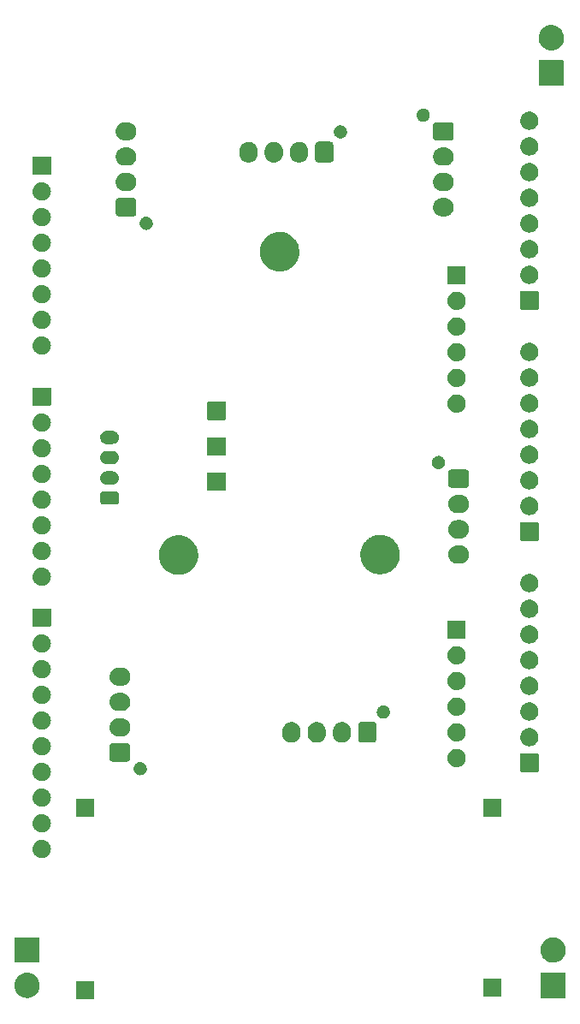
<source format=gbr>
G04 #@! TF.GenerationSoftware,KiCad,Pcbnew,5.99.0-unknown-c3175b4~86~ubuntu16.04.1*
G04 #@! TF.CreationDate,2020-08-02T18:07:51+02:00*
G04 #@! TF.ProjectId,nexus_arduino_cytron,6e657875-735f-4617-9264-75696e6f5f63,rev?*
G04 #@! TF.SameCoordinates,Original*
G04 #@! TF.FileFunction,Soldermask,Bot*
G04 #@! TF.FilePolarity,Negative*
%FSLAX46Y46*%
G04 Gerber Fmt 4.6, Leading zero omitted, Abs format (unit mm)*
G04 Created by KiCad (PCBNEW 5.99.0-unknown-c3175b4~86~ubuntu16.04.1) date 2020-08-02 18:07:51*
%MOMM*%
%LPD*%
G04 APERTURE LIST*
%ADD10C,0.100000*%
G04 APERTURE END LIST*
D10*
G36*
X78839499Y-165715559D02*
G01*
X78856369Y-165726831D01*
X78867641Y-165743701D01*
X78874048Y-165775912D01*
X78874048Y-167451288D01*
X78871599Y-167463600D01*
X78867641Y-167483499D01*
X78856369Y-167500369D01*
X78839499Y-167511641D01*
X78819600Y-167515599D01*
X78807288Y-167518048D01*
X77131912Y-167518048D01*
X77099701Y-167511641D01*
X77082831Y-167500369D01*
X77071559Y-167483499D01*
X77065152Y-167451288D01*
X77065152Y-165775912D01*
X77071559Y-165743701D01*
X77082831Y-165726831D01*
X77099701Y-165715559D01*
X77131912Y-165709152D01*
X78807288Y-165709152D01*
X78839499Y-165715559D01*
X78839499Y-165715559D01*
G37*
G36*
X72209705Y-164897994D02*
G01*
X72272304Y-164896027D01*
X72322228Y-164903399D01*
X72366049Y-164905504D01*
X72425765Y-164918688D01*
X72493220Y-164928649D01*
X72535824Y-164942987D01*
X72573364Y-164951275D01*
X72634972Y-164976354D01*
X72704869Y-164999877D01*
X72739423Y-165018873D01*
X72769997Y-165031319D01*
X72831022Y-165069230D01*
X72900559Y-165107458D01*
X72926921Y-165128806D01*
X72950333Y-165143350D01*
X73008035Y-165194490D01*
X73074105Y-165247993D01*
X73092672Y-165269503D01*
X73109215Y-165284165D01*
X73160709Y-165348325D01*
X73220022Y-165417040D01*
X73231681Y-165436754D01*
X73242101Y-165449737D01*
X73284459Y-165525996D01*
X73333698Y-165609254D01*
X73339763Y-165625563D01*
X73345190Y-165635333D01*
X73375585Y-165721886D01*
X73411538Y-165818561D01*
X73413643Y-165830258D01*
X73415534Y-165835644D01*
X73431394Y-165928915D01*
X73451083Y-166038344D01*
X73450939Y-166043858D01*
X73451021Y-166044343D01*
X73448533Y-166281833D01*
X73444102Y-166304953D01*
X73443525Y-166326980D01*
X73423588Y-166411982D01*
X73408684Y-166489744D01*
X73399776Y-166513506D01*
X73392532Y-166544392D01*
X73360116Y-166619301D01*
X73334161Y-166688537D01*
X73318632Y-166715166D01*
X73303844Y-166749338D01*
X73261791Y-166812633D01*
X73227207Y-166871935D01*
X73203915Y-166899742D01*
X73180264Y-166935340D01*
X73131535Y-166986154D01*
X73090883Y-167034687D01*
X73059100Y-167061688D01*
X73025700Y-167096518D01*
X72973238Y-167134634D01*
X72929086Y-167172144D01*
X72888545Y-167196167D01*
X72845037Y-167227778D01*
X72791637Y-167253593D01*
X72746448Y-167280370D01*
X72697391Y-167299152D01*
X72643984Y-167324970D01*
X72592180Y-167339434D01*
X72548172Y-167356283D01*
X72491355Y-167367585D01*
X72428898Y-167385023D01*
X72380858Y-167389564D01*
X72339952Y-167397701D01*
X72276669Y-167399413D01*
X72206577Y-167406039D01*
X72163983Y-167402462D01*
X72127731Y-167403443D01*
X72059777Y-167393711D01*
X71984047Y-167387352D01*
X71948087Y-167377716D01*
X71917568Y-167373346D01*
X71847184Y-167350680D01*
X71768344Y-167329555D01*
X71739634Y-167316045D01*
X71715484Y-167308268D01*
X71645301Y-167271655D01*
X71566285Y-167234473D01*
X71544916Y-167219287D01*
X71527258Y-167210075D01*
X71460179Y-167159067D01*
X71384257Y-167105112D01*
X71369771Y-167090320D01*
X71358262Y-167081568D01*
X71297438Y-167016456D01*
X71228013Y-166945562D01*
X71219470Y-166932991D01*
X71213338Y-166926427D01*
X71162105Y-166848581D01*
X71102493Y-166760864D01*
X71098556Y-166752021D01*
X71096623Y-166749084D01*
X71059112Y-166663429D01*
X71011664Y-166556858D01*
X70980545Y-166430165D01*
X70960277Y-166348572D01*
X70960179Y-166347250D01*
X70958396Y-166339992D01*
X70951532Y-166230887D01*
X70944544Y-166136855D01*
X70945190Y-166130086D01*
X70944374Y-166117120D01*
X70956077Y-166015974D01*
X70964708Y-165925511D01*
X70967914Y-165913670D01*
X70970041Y-165895288D01*
X70997655Y-165803827D01*
X71020193Y-165720586D01*
X71027645Y-165704494D01*
X71034586Y-165681506D01*
X71075275Y-165601649D01*
X71109413Y-165527936D01*
X71122568Y-165508832D01*
X71135967Y-165482534D01*
X71186682Y-165415719D01*
X71229814Y-165353080D01*
X71249804Y-165332560D01*
X71270982Y-165304659D01*
X71328576Y-165251699D01*
X71377957Y-165201008D01*
X71405519Y-165180946D01*
X71435362Y-165153504D01*
X71496696Y-165114580D01*
X71549607Y-165076067D01*
X71585028Y-165058522D01*
X71623910Y-165033847D01*
X71686010Y-165008505D01*
X71739847Y-164981838D01*
X71782915Y-164968958D01*
X71830669Y-164949470D01*
X71890860Y-164936676D01*
X71943251Y-164921008D01*
X71993245Y-164914914D01*
X72049101Y-164903041D01*
X72105064Y-164901282D01*
X72153991Y-164895318D01*
X72209705Y-164897994D01*
X72209705Y-164897994D01*
G37*
G36*
X125489899Y-164901959D02*
G01*
X125506769Y-164913231D01*
X125518041Y-164930101D01*
X125524448Y-164962312D01*
X125524448Y-167337688D01*
X125521999Y-167350000D01*
X125518041Y-167369899D01*
X125506769Y-167386769D01*
X125489899Y-167398041D01*
X125470000Y-167401999D01*
X125457688Y-167404448D01*
X123082312Y-167404448D01*
X123050101Y-167398041D01*
X123033231Y-167386769D01*
X123021959Y-167369899D01*
X123015552Y-167337688D01*
X123015552Y-164962312D01*
X123021959Y-164930101D01*
X123033231Y-164913231D01*
X123050101Y-164901959D01*
X123082312Y-164895552D01*
X125457688Y-164895552D01*
X125489899Y-164901959D01*
X125489899Y-164901959D01*
G37*
G36*
X119098499Y-165461559D02*
G01*
X119115369Y-165472831D01*
X119126641Y-165489701D01*
X119133048Y-165521912D01*
X119133048Y-167197288D01*
X119130599Y-167209600D01*
X119126641Y-167229499D01*
X119115369Y-167246369D01*
X119098499Y-167257641D01*
X119078600Y-167261599D01*
X119066288Y-167264048D01*
X117390912Y-167264048D01*
X117358701Y-167257641D01*
X117341831Y-167246369D01*
X117330559Y-167229499D01*
X117324152Y-167197288D01*
X117324152Y-165521912D01*
X117330559Y-165489701D01*
X117341831Y-165472831D01*
X117358701Y-165461559D01*
X117390912Y-165455152D01*
X119066288Y-165455152D01*
X119098499Y-165461559D01*
X119098499Y-165461559D01*
G37*
G36*
X124279705Y-161397994D02*
G01*
X124342304Y-161396027D01*
X124392228Y-161403399D01*
X124436049Y-161405504D01*
X124495765Y-161418688D01*
X124563220Y-161428649D01*
X124605824Y-161442987D01*
X124643364Y-161451275D01*
X124704972Y-161476354D01*
X124774869Y-161499877D01*
X124809423Y-161518873D01*
X124839997Y-161531319D01*
X124901022Y-161569230D01*
X124970559Y-161607458D01*
X124996921Y-161628806D01*
X125020333Y-161643350D01*
X125078035Y-161694490D01*
X125144105Y-161747993D01*
X125162672Y-161769503D01*
X125179215Y-161784165D01*
X125230709Y-161848325D01*
X125290022Y-161917040D01*
X125301681Y-161936754D01*
X125312101Y-161949737D01*
X125354459Y-162025996D01*
X125403698Y-162109254D01*
X125409763Y-162125563D01*
X125415190Y-162135333D01*
X125445585Y-162221886D01*
X125481538Y-162318561D01*
X125483643Y-162330258D01*
X125485534Y-162335644D01*
X125501394Y-162428915D01*
X125521083Y-162538344D01*
X125520939Y-162543858D01*
X125521021Y-162544343D01*
X125518533Y-162781833D01*
X125514102Y-162804953D01*
X125513525Y-162826980D01*
X125493588Y-162911982D01*
X125478684Y-162989744D01*
X125469776Y-163013506D01*
X125462532Y-163044392D01*
X125430116Y-163119301D01*
X125404161Y-163188537D01*
X125388632Y-163215166D01*
X125373844Y-163249338D01*
X125331791Y-163312633D01*
X125297207Y-163371935D01*
X125273915Y-163399742D01*
X125250264Y-163435340D01*
X125201535Y-163486154D01*
X125160883Y-163534687D01*
X125129100Y-163561688D01*
X125095700Y-163596518D01*
X125043238Y-163634634D01*
X124999086Y-163672144D01*
X124958545Y-163696167D01*
X124915037Y-163727778D01*
X124861637Y-163753593D01*
X124816448Y-163780370D01*
X124767391Y-163799152D01*
X124713984Y-163824970D01*
X124662180Y-163839434D01*
X124618172Y-163856283D01*
X124561355Y-163867585D01*
X124498898Y-163885023D01*
X124450858Y-163889564D01*
X124409952Y-163897701D01*
X124346669Y-163899413D01*
X124276577Y-163906039D01*
X124233983Y-163902462D01*
X124197731Y-163903443D01*
X124129777Y-163893711D01*
X124054047Y-163887352D01*
X124018087Y-163877716D01*
X123987568Y-163873346D01*
X123917184Y-163850680D01*
X123838344Y-163829555D01*
X123809634Y-163816045D01*
X123785484Y-163808268D01*
X123715301Y-163771655D01*
X123636285Y-163734473D01*
X123614916Y-163719287D01*
X123597258Y-163710075D01*
X123530179Y-163659067D01*
X123454257Y-163605112D01*
X123439771Y-163590320D01*
X123428262Y-163581568D01*
X123367438Y-163516456D01*
X123298013Y-163445562D01*
X123289470Y-163432991D01*
X123283338Y-163426427D01*
X123232105Y-163348581D01*
X123172493Y-163260864D01*
X123168556Y-163252021D01*
X123166623Y-163249084D01*
X123129112Y-163163429D01*
X123081664Y-163056858D01*
X123050545Y-162930165D01*
X123030277Y-162848572D01*
X123030179Y-162847250D01*
X123028396Y-162839992D01*
X123021532Y-162730887D01*
X123014544Y-162636855D01*
X123015190Y-162630086D01*
X123014374Y-162617120D01*
X123026077Y-162515974D01*
X123034708Y-162425511D01*
X123037914Y-162413670D01*
X123040041Y-162395288D01*
X123067655Y-162303827D01*
X123090193Y-162220586D01*
X123097645Y-162204494D01*
X123104586Y-162181506D01*
X123145275Y-162101649D01*
X123179413Y-162027936D01*
X123192568Y-162008832D01*
X123205967Y-161982534D01*
X123256682Y-161915719D01*
X123299814Y-161853080D01*
X123319804Y-161832560D01*
X123340982Y-161804659D01*
X123398576Y-161751699D01*
X123447957Y-161701008D01*
X123475519Y-161680946D01*
X123505362Y-161653504D01*
X123566696Y-161614580D01*
X123619607Y-161576067D01*
X123655028Y-161558522D01*
X123693910Y-161533847D01*
X123756010Y-161508505D01*
X123809847Y-161481838D01*
X123852915Y-161468958D01*
X123900669Y-161449470D01*
X123960860Y-161436676D01*
X124013251Y-161421008D01*
X124063245Y-161414914D01*
X124119101Y-161403041D01*
X124175064Y-161401282D01*
X124223991Y-161395318D01*
X124279705Y-161397994D01*
X124279705Y-161397994D01*
G37*
G36*
X73419899Y-161401959D02*
G01*
X73436769Y-161413231D01*
X73448041Y-161430101D01*
X73454448Y-161462312D01*
X73454448Y-163837688D01*
X73451999Y-163850000D01*
X73448041Y-163869899D01*
X73436769Y-163886769D01*
X73419899Y-163898041D01*
X73400000Y-163901999D01*
X73387688Y-163904448D01*
X71012312Y-163904448D01*
X70980101Y-163898041D01*
X70963231Y-163886769D01*
X70951959Y-163869899D01*
X70945552Y-163837688D01*
X70945552Y-161462312D01*
X70951959Y-161430101D01*
X70963231Y-161413231D01*
X70980101Y-161401959D01*
X71012312Y-161395552D01*
X73387688Y-161395552D01*
X73419899Y-161401959D01*
X73419899Y-161401959D01*
G37*
G36*
X73848360Y-151767835D02*
G01*
X73929397Y-151794166D01*
X74016663Y-151821848D01*
X74019655Y-151823493D01*
X74028488Y-151826363D01*
X74100466Y-151867919D01*
X74171499Y-151906970D01*
X74178986Y-151913253D01*
X74192511Y-151921061D01*
X74250259Y-151973057D01*
X74306857Y-152020549D01*
X74316962Y-152033118D01*
X74333261Y-152047793D01*
X74375454Y-152105867D01*
X74417579Y-152158260D01*
X74427994Y-152178182D01*
X74444586Y-152201019D01*
X74471297Y-152261012D01*
X74499439Y-152314843D01*
X74507582Y-152342510D01*
X74521621Y-152374042D01*
X74533992Y-152432241D01*
X74549328Y-152484349D01*
X74552518Y-152519401D01*
X74560999Y-152559301D01*
X74560999Y-152612592D01*
X74565343Y-152660324D01*
X74560999Y-152701653D01*
X74560999Y-152748699D01*
X74551217Y-152794721D01*
X74546873Y-152836047D01*
X74532702Y-152881827D01*
X74521621Y-152933958D01*
X74505028Y-152971226D01*
X74494622Y-153004843D01*
X74468789Y-153052620D01*
X74444586Y-153106981D01*
X74424298Y-153134905D01*
X74410580Y-153160276D01*
X74371859Y-153207082D01*
X74333261Y-153260207D01*
X74312284Y-153279095D01*
X74297952Y-153296419D01*
X74245845Y-153338917D01*
X74192511Y-153386939D01*
X74173524Y-153397901D01*
X74161025Y-153408095D01*
X74095780Y-153442786D01*
X74028488Y-153481637D01*
X74013636Y-153486463D01*
X74005003Y-153491053D01*
X73927430Y-153514473D01*
X73848360Y-153540165D01*
X73839114Y-153541137D01*
X73835851Y-153542122D01*
X73744710Y-153551059D01*
X73707211Y-153555000D01*
X73612789Y-153555000D01*
X73471640Y-153540165D01*
X73390603Y-153513834D01*
X73303337Y-153486152D01*
X73300345Y-153484507D01*
X73291512Y-153481637D01*
X73219534Y-153440081D01*
X73148501Y-153401030D01*
X73141014Y-153394747D01*
X73127489Y-153386939D01*
X73069741Y-153334943D01*
X73013143Y-153287451D01*
X73003038Y-153274882D01*
X72986739Y-153260207D01*
X72944546Y-153202133D01*
X72902421Y-153149740D01*
X72892006Y-153129818D01*
X72875414Y-153106981D01*
X72848703Y-153046988D01*
X72820561Y-152993157D01*
X72812418Y-152965490D01*
X72798379Y-152933958D01*
X72786008Y-152875759D01*
X72770672Y-152823651D01*
X72767482Y-152788599D01*
X72759001Y-152748699D01*
X72759001Y-152695408D01*
X72754657Y-152647676D01*
X72759001Y-152606347D01*
X72759001Y-152559301D01*
X72768783Y-152513279D01*
X72773127Y-152471953D01*
X72787298Y-152426173D01*
X72798379Y-152374042D01*
X72814972Y-152336774D01*
X72825378Y-152303157D01*
X72851211Y-152255380D01*
X72875414Y-152201019D01*
X72895702Y-152173095D01*
X72909420Y-152147724D01*
X72948141Y-152100918D01*
X72986739Y-152047793D01*
X73007716Y-152028905D01*
X73022048Y-152011581D01*
X73074155Y-151969083D01*
X73127489Y-151921061D01*
X73146476Y-151910099D01*
X73158975Y-151899905D01*
X73224220Y-151865214D01*
X73291512Y-151826363D01*
X73306364Y-151821537D01*
X73314997Y-151816947D01*
X73392570Y-151793527D01*
X73471640Y-151767835D01*
X73480886Y-151766863D01*
X73484149Y-151765878D01*
X73575290Y-151756941D01*
X73612789Y-151753000D01*
X73707211Y-151753000D01*
X73848360Y-151767835D01*
X73848360Y-151767835D01*
G37*
G36*
X73848360Y-149227835D02*
G01*
X73929397Y-149254166D01*
X74016663Y-149281848D01*
X74019655Y-149283493D01*
X74028488Y-149286363D01*
X74100466Y-149327919D01*
X74171499Y-149366970D01*
X74178986Y-149373253D01*
X74192511Y-149381061D01*
X74250259Y-149433057D01*
X74306857Y-149480549D01*
X74316962Y-149493118D01*
X74333261Y-149507793D01*
X74375454Y-149565867D01*
X74417579Y-149618260D01*
X74427994Y-149638182D01*
X74444586Y-149661019D01*
X74471297Y-149721012D01*
X74499439Y-149774843D01*
X74507582Y-149802510D01*
X74521621Y-149834042D01*
X74533992Y-149892241D01*
X74549328Y-149944349D01*
X74552518Y-149979401D01*
X74560999Y-150019301D01*
X74560999Y-150072592D01*
X74565343Y-150120324D01*
X74560999Y-150161653D01*
X74560999Y-150208699D01*
X74551217Y-150254721D01*
X74546873Y-150296047D01*
X74532702Y-150341827D01*
X74521621Y-150393958D01*
X74505028Y-150431226D01*
X74494622Y-150464843D01*
X74468789Y-150512620D01*
X74444586Y-150566981D01*
X74424298Y-150594905D01*
X74410580Y-150620276D01*
X74371859Y-150667082D01*
X74333261Y-150720207D01*
X74312284Y-150739095D01*
X74297952Y-150756419D01*
X74245845Y-150798917D01*
X74192511Y-150846939D01*
X74173524Y-150857901D01*
X74161025Y-150868095D01*
X74095780Y-150902786D01*
X74028488Y-150941637D01*
X74013636Y-150946463D01*
X74005003Y-150951053D01*
X73927430Y-150974473D01*
X73848360Y-151000165D01*
X73839114Y-151001137D01*
X73835851Y-151002122D01*
X73744710Y-151011059D01*
X73707211Y-151015000D01*
X73612789Y-151015000D01*
X73471640Y-151000165D01*
X73390603Y-150973834D01*
X73303337Y-150946152D01*
X73300345Y-150944507D01*
X73291512Y-150941637D01*
X73219534Y-150900081D01*
X73148501Y-150861030D01*
X73141014Y-150854747D01*
X73127489Y-150846939D01*
X73069741Y-150794943D01*
X73013143Y-150747451D01*
X73003038Y-150734882D01*
X72986739Y-150720207D01*
X72944546Y-150662133D01*
X72902421Y-150609740D01*
X72892006Y-150589818D01*
X72875414Y-150566981D01*
X72848703Y-150506988D01*
X72820561Y-150453157D01*
X72812418Y-150425490D01*
X72798379Y-150393958D01*
X72786008Y-150335759D01*
X72770672Y-150283651D01*
X72767482Y-150248599D01*
X72759001Y-150208699D01*
X72759001Y-150155408D01*
X72754657Y-150107676D01*
X72759001Y-150066347D01*
X72759001Y-150019301D01*
X72768783Y-149973279D01*
X72773127Y-149931953D01*
X72787298Y-149886173D01*
X72798379Y-149834042D01*
X72814972Y-149796774D01*
X72825378Y-149763157D01*
X72851211Y-149715380D01*
X72875414Y-149661019D01*
X72895702Y-149633095D01*
X72909420Y-149607724D01*
X72948141Y-149560918D01*
X72986739Y-149507793D01*
X73007716Y-149488905D01*
X73022048Y-149471581D01*
X73074155Y-149429083D01*
X73127489Y-149381061D01*
X73146476Y-149370099D01*
X73158975Y-149359905D01*
X73224220Y-149325214D01*
X73291512Y-149286363D01*
X73306364Y-149281537D01*
X73314997Y-149276947D01*
X73392570Y-149253527D01*
X73471640Y-149227835D01*
X73480886Y-149226863D01*
X73484149Y-149225878D01*
X73575290Y-149216941D01*
X73612789Y-149213000D01*
X73707211Y-149213000D01*
X73848360Y-149227835D01*
X73848360Y-149227835D01*
G37*
G36*
X119098499Y-147681559D02*
G01*
X119115369Y-147692831D01*
X119126641Y-147709701D01*
X119133048Y-147741912D01*
X119133048Y-149417288D01*
X119130599Y-149429600D01*
X119126641Y-149449499D01*
X119115369Y-149466369D01*
X119098499Y-149477641D01*
X119078600Y-149481599D01*
X119066288Y-149484048D01*
X117390912Y-149484048D01*
X117358701Y-149477641D01*
X117341831Y-149466369D01*
X117330559Y-149449499D01*
X117324152Y-149417288D01*
X117324152Y-147741912D01*
X117330559Y-147709701D01*
X117341831Y-147692831D01*
X117358701Y-147681559D01*
X117390912Y-147675152D01*
X119066288Y-147675152D01*
X119098499Y-147681559D01*
X119098499Y-147681559D01*
G37*
G36*
X78839499Y-147681559D02*
G01*
X78856369Y-147692831D01*
X78867641Y-147709701D01*
X78874048Y-147741912D01*
X78874048Y-149417288D01*
X78871599Y-149429600D01*
X78867641Y-149449499D01*
X78856369Y-149466369D01*
X78839499Y-149477641D01*
X78819600Y-149481599D01*
X78807288Y-149484048D01*
X77131912Y-149484048D01*
X77099701Y-149477641D01*
X77082831Y-149466369D01*
X77071559Y-149449499D01*
X77065152Y-149417288D01*
X77065152Y-147741912D01*
X77071559Y-147709701D01*
X77082831Y-147692831D01*
X77099701Y-147681559D01*
X77131912Y-147675152D01*
X78807288Y-147675152D01*
X78839499Y-147681559D01*
X78839499Y-147681559D01*
G37*
G36*
X73848360Y-146687835D02*
G01*
X73929397Y-146714166D01*
X74016663Y-146741848D01*
X74019655Y-146743493D01*
X74028488Y-146746363D01*
X74100466Y-146787919D01*
X74171499Y-146826970D01*
X74178986Y-146833253D01*
X74192511Y-146841061D01*
X74250259Y-146893057D01*
X74306857Y-146940549D01*
X74316962Y-146953118D01*
X74333261Y-146967793D01*
X74375454Y-147025867D01*
X74417579Y-147078260D01*
X74427994Y-147098182D01*
X74444586Y-147121019D01*
X74471297Y-147181012D01*
X74499439Y-147234843D01*
X74507582Y-147262510D01*
X74521621Y-147294042D01*
X74533992Y-147352241D01*
X74549328Y-147404349D01*
X74552518Y-147439401D01*
X74560999Y-147479301D01*
X74560999Y-147532592D01*
X74565343Y-147580324D01*
X74560999Y-147621653D01*
X74560999Y-147668699D01*
X74551217Y-147714721D01*
X74546873Y-147756047D01*
X74532702Y-147801827D01*
X74521621Y-147853958D01*
X74505028Y-147891226D01*
X74494622Y-147924843D01*
X74468789Y-147972620D01*
X74444586Y-148026981D01*
X74424298Y-148054905D01*
X74410580Y-148080276D01*
X74371859Y-148127082D01*
X74333261Y-148180207D01*
X74312284Y-148199095D01*
X74297952Y-148216419D01*
X74245845Y-148258917D01*
X74192511Y-148306939D01*
X74173524Y-148317901D01*
X74161025Y-148328095D01*
X74095780Y-148362786D01*
X74028488Y-148401637D01*
X74013636Y-148406463D01*
X74005003Y-148411053D01*
X73927430Y-148434473D01*
X73848360Y-148460165D01*
X73839114Y-148461137D01*
X73835851Y-148462122D01*
X73744710Y-148471059D01*
X73707211Y-148475000D01*
X73612789Y-148475000D01*
X73471640Y-148460165D01*
X73390603Y-148433834D01*
X73303337Y-148406152D01*
X73300345Y-148404507D01*
X73291512Y-148401637D01*
X73219534Y-148360081D01*
X73148501Y-148321030D01*
X73141014Y-148314747D01*
X73127489Y-148306939D01*
X73069741Y-148254943D01*
X73013143Y-148207451D01*
X73003038Y-148194882D01*
X72986739Y-148180207D01*
X72944546Y-148122133D01*
X72902421Y-148069740D01*
X72892006Y-148049818D01*
X72875414Y-148026981D01*
X72848703Y-147966988D01*
X72820561Y-147913157D01*
X72812418Y-147885490D01*
X72798379Y-147853958D01*
X72786008Y-147795759D01*
X72770672Y-147743651D01*
X72767482Y-147708599D01*
X72759001Y-147668699D01*
X72759001Y-147615408D01*
X72754657Y-147567676D01*
X72759001Y-147526347D01*
X72759001Y-147479301D01*
X72768783Y-147433279D01*
X72773127Y-147391953D01*
X72787298Y-147346173D01*
X72798379Y-147294042D01*
X72814972Y-147256774D01*
X72825378Y-147223157D01*
X72851211Y-147175380D01*
X72875414Y-147121019D01*
X72895702Y-147093095D01*
X72909420Y-147067724D01*
X72948141Y-147020918D01*
X72986739Y-146967793D01*
X73007716Y-146948905D01*
X73022048Y-146931581D01*
X73074155Y-146889083D01*
X73127489Y-146841061D01*
X73146476Y-146830099D01*
X73158975Y-146819905D01*
X73224220Y-146785214D01*
X73291512Y-146746363D01*
X73306364Y-146741537D01*
X73314997Y-146736947D01*
X73392570Y-146713527D01*
X73471640Y-146687835D01*
X73480886Y-146686863D01*
X73484149Y-146685878D01*
X73575290Y-146676941D01*
X73612789Y-146673000D01*
X73707211Y-146673000D01*
X73848360Y-146687835D01*
X73848360Y-146687835D01*
G37*
G36*
X73848360Y-144147835D02*
G01*
X73929397Y-144174166D01*
X74016663Y-144201848D01*
X74019655Y-144203493D01*
X74028488Y-144206363D01*
X74100466Y-144247919D01*
X74171499Y-144286970D01*
X74178986Y-144293253D01*
X74192511Y-144301061D01*
X74250259Y-144353057D01*
X74306857Y-144400549D01*
X74316962Y-144413118D01*
X74333261Y-144427793D01*
X74375454Y-144485867D01*
X74417579Y-144538260D01*
X74427994Y-144558182D01*
X74444586Y-144581019D01*
X74471297Y-144641012D01*
X74499439Y-144694843D01*
X74507582Y-144722510D01*
X74521621Y-144754042D01*
X74533991Y-144812240D01*
X74549328Y-144864349D01*
X74552518Y-144899401D01*
X74560999Y-144939301D01*
X74560999Y-144992592D01*
X74565343Y-145040324D01*
X74560999Y-145081653D01*
X74560999Y-145128699D01*
X74551217Y-145174721D01*
X74546873Y-145216047D01*
X74532702Y-145261827D01*
X74521621Y-145313958D01*
X74505028Y-145351226D01*
X74494622Y-145384843D01*
X74468789Y-145432620D01*
X74444586Y-145486981D01*
X74424298Y-145514905D01*
X74410580Y-145540276D01*
X74371859Y-145587082D01*
X74333261Y-145640207D01*
X74312284Y-145659095D01*
X74297952Y-145676419D01*
X74245845Y-145718917D01*
X74192511Y-145766939D01*
X74173524Y-145777901D01*
X74161025Y-145788095D01*
X74095780Y-145822786D01*
X74028488Y-145861637D01*
X74013636Y-145866463D01*
X74005003Y-145871053D01*
X73927430Y-145894473D01*
X73848360Y-145920165D01*
X73839114Y-145921137D01*
X73835851Y-145922122D01*
X73744710Y-145931059D01*
X73707211Y-145935000D01*
X73612789Y-145935000D01*
X73471640Y-145920165D01*
X73390603Y-145893834D01*
X73303337Y-145866152D01*
X73300345Y-145864507D01*
X73291512Y-145861637D01*
X73219534Y-145820081D01*
X73148501Y-145781030D01*
X73141014Y-145774747D01*
X73127489Y-145766939D01*
X73069741Y-145714943D01*
X73013143Y-145667451D01*
X73003038Y-145654882D01*
X72986739Y-145640207D01*
X72944546Y-145582133D01*
X72902421Y-145529740D01*
X72892006Y-145509818D01*
X72875414Y-145486981D01*
X72848703Y-145426988D01*
X72820561Y-145373157D01*
X72812418Y-145345490D01*
X72798379Y-145313958D01*
X72786008Y-145255759D01*
X72770672Y-145203651D01*
X72767482Y-145168599D01*
X72759001Y-145128699D01*
X72759001Y-145075408D01*
X72754657Y-145027676D01*
X72759001Y-144986347D01*
X72759001Y-144939301D01*
X72768783Y-144893279D01*
X72773127Y-144851953D01*
X72787298Y-144806173D01*
X72798379Y-144754042D01*
X72814972Y-144716774D01*
X72825378Y-144683157D01*
X72851211Y-144635380D01*
X72875414Y-144581019D01*
X72895702Y-144553095D01*
X72909420Y-144527724D01*
X72948141Y-144480918D01*
X72986739Y-144427793D01*
X73007716Y-144408905D01*
X73022048Y-144391581D01*
X73074155Y-144349083D01*
X73127489Y-144301061D01*
X73146476Y-144290099D01*
X73158975Y-144279905D01*
X73224220Y-144245214D01*
X73291512Y-144206363D01*
X73306364Y-144201537D01*
X73314997Y-144196947D01*
X73392570Y-144173527D01*
X73471640Y-144147835D01*
X73480886Y-144146863D01*
X73484149Y-144145878D01*
X73575290Y-144136941D01*
X73612789Y-144133000D01*
X73707211Y-144133000D01*
X73848360Y-144147835D01*
X73848360Y-144147835D01*
G37*
G36*
X83421945Y-144079094D02*
G01*
X83477571Y-144079482D01*
X83495701Y-144083734D01*
X83522955Y-144085449D01*
X83574718Y-144102268D01*
X83619763Y-144112833D01*
X83644764Y-144125027D01*
X83679385Y-144136276D01*
X83717764Y-144160632D01*
X83751034Y-144176859D01*
X83779882Y-144200053D01*
X83818261Y-144224409D01*
X83843181Y-144250946D01*
X83864857Y-144268374D01*
X83893591Y-144304627D01*
X83930856Y-144344311D01*
X83944016Y-144368249D01*
X83955579Y-144382838D01*
X83979610Y-144432994D01*
X84010095Y-144488446D01*
X84014617Y-144506059D01*
X84018685Y-144514549D01*
X84033192Y-144578404D01*
X84051000Y-144647760D01*
X84051000Y-144812240D01*
X84048533Y-144821850D01*
X84048530Y-144822034D01*
X84012429Y-144962640D01*
X84012339Y-144962816D01*
X84010095Y-144971554D01*
X83975611Y-145034280D01*
X83945670Y-145092539D01*
X83939617Y-145099752D01*
X83930856Y-145115689D01*
X83887535Y-145161822D01*
X83851787Y-145204424D01*
X83836960Y-145215678D01*
X83818261Y-145235591D01*
X83772297Y-145264761D01*
X83735454Y-145292726D01*
X83710125Y-145304216D01*
X83679385Y-145323724D01*
X83636157Y-145337770D01*
X83602443Y-145353063D01*
X83566179Y-145360507D01*
X83522955Y-145374551D01*
X83486621Y-145376837D01*
X83459378Y-145382429D01*
X83413132Y-145381461D01*
X83358798Y-145384879D01*
X83331967Y-145379761D01*
X83313354Y-145379371D01*
X83259393Y-145365917D01*
X83197231Y-145354059D01*
X83180773Y-145346314D01*
X83171639Y-145344037D01*
X83113184Y-145314509D01*
X83048404Y-145284026D01*
X83041452Y-145278275D01*
X83041276Y-145278186D01*
X82928743Y-145185091D01*
X82928621Y-145184932D01*
X82921670Y-145179182D01*
X82879599Y-145121276D01*
X82839627Y-145069372D01*
X82835677Y-145060823D01*
X82824990Y-145046114D01*
X82801699Y-144987288D01*
X82778368Y-144936794D01*
X82774497Y-144918583D01*
X82764441Y-144893184D01*
X82757617Y-144839168D01*
X82748001Y-144793927D01*
X82748389Y-144766122D01*
X82743826Y-144730000D01*
X82749523Y-144684902D01*
X82750040Y-144647890D01*
X82758744Y-144611912D01*
X82764441Y-144566816D01*
X82777843Y-144532966D01*
X82784383Y-144505933D01*
X82804951Y-144464499D01*
X82824990Y-144413886D01*
X82841044Y-144391789D01*
X82849323Y-144375112D01*
X82884479Y-144332007D01*
X82921670Y-144280818D01*
X82935682Y-144269226D01*
X82941631Y-144261932D01*
X82993222Y-144221624D01*
X83048404Y-144175974D01*
X83056572Y-144172131D01*
X83056726Y-144172010D01*
X83188874Y-144109826D01*
X83189064Y-144109784D01*
X83197231Y-144105941D01*
X83267577Y-144092522D01*
X83331521Y-144078463D01*
X83340934Y-144078529D01*
X83358798Y-144075121D01*
X83421945Y-144079094D01*
X83421945Y-144079094D01*
G37*
G36*
X122789899Y-143246959D02*
G01*
X122806769Y-143258231D01*
X122818041Y-143275101D01*
X122824448Y-143307312D01*
X122824448Y-144982688D01*
X122818041Y-145014899D01*
X122806769Y-145031769D01*
X122789899Y-145043041D01*
X122774450Y-145046114D01*
X122770000Y-145046999D01*
X122757688Y-145049448D01*
X121082312Y-145049448D01*
X121050101Y-145043041D01*
X121033231Y-145031769D01*
X121021959Y-145014899D01*
X121015552Y-144982688D01*
X121015552Y-143307312D01*
X121021959Y-143275101D01*
X121033231Y-143258231D01*
X121050101Y-143246959D01*
X121082312Y-143240552D01*
X122757688Y-143240552D01*
X122789899Y-143246959D01*
X122789899Y-143246959D01*
G37*
G36*
X114898360Y-142788935D02*
G01*
X114979397Y-142815266D01*
X115066663Y-142842948D01*
X115069655Y-142844593D01*
X115078488Y-142847463D01*
X115150466Y-142889019D01*
X115221499Y-142928070D01*
X115228986Y-142934353D01*
X115242511Y-142942161D01*
X115300259Y-142994157D01*
X115356857Y-143041649D01*
X115366962Y-143054218D01*
X115383261Y-143068893D01*
X115425454Y-143126967D01*
X115467579Y-143179360D01*
X115477994Y-143199282D01*
X115494586Y-143222119D01*
X115521297Y-143282112D01*
X115549439Y-143335943D01*
X115557582Y-143363610D01*
X115571621Y-143395142D01*
X115583992Y-143453341D01*
X115599328Y-143505449D01*
X115602518Y-143540501D01*
X115610999Y-143580401D01*
X115610999Y-143633692D01*
X115615343Y-143681424D01*
X115610999Y-143722753D01*
X115610999Y-143769799D01*
X115601217Y-143815821D01*
X115596873Y-143857147D01*
X115582702Y-143902927D01*
X115571621Y-143955058D01*
X115555028Y-143992326D01*
X115544622Y-144025943D01*
X115518789Y-144073720D01*
X115494586Y-144128081D01*
X115474298Y-144156005D01*
X115460580Y-144181376D01*
X115421859Y-144228182D01*
X115383261Y-144281307D01*
X115362284Y-144300195D01*
X115347952Y-144317519D01*
X115295845Y-144360017D01*
X115242511Y-144408039D01*
X115223524Y-144419001D01*
X115211025Y-144429195D01*
X115145780Y-144463886D01*
X115078488Y-144502737D01*
X115063636Y-144507563D01*
X115055003Y-144512153D01*
X114977430Y-144535573D01*
X114898360Y-144561265D01*
X114889114Y-144562237D01*
X114885851Y-144563222D01*
X114794710Y-144572159D01*
X114757211Y-144576100D01*
X114662789Y-144576100D01*
X114521640Y-144561265D01*
X114440603Y-144534934D01*
X114353337Y-144507252D01*
X114350345Y-144505607D01*
X114341512Y-144502737D01*
X114269534Y-144461181D01*
X114198501Y-144422130D01*
X114191014Y-144415847D01*
X114177489Y-144408039D01*
X114119741Y-144356043D01*
X114063143Y-144308551D01*
X114053038Y-144295982D01*
X114036739Y-144281307D01*
X113994546Y-144223233D01*
X113952421Y-144170840D01*
X113942006Y-144150918D01*
X113925414Y-144128081D01*
X113898703Y-144068088D01*
X113870561Y-144014257D01*
X113862418Y-143986590D01*
X113848379Y-143955058D01*
X113836008Y-143896859D01*
X113820672Y-143844751D01*
X113817482Y-143809699D01*
X113809001Y-143769799D01*
X113809001Y-143716508D01*
X113804657Y-143668776D01*
X113809001Y-143627447D01*
X113809001Y-143580401D01*
X113818783Y-143534379D01*
X113823127Y-143493053D01*
X113837298Y-143447273D01*
X113848379Y-143395142D01*
X113864972Y-143357874D01*
X113875378Y-143324257D01*
X113901211Y-143276480D01*
X113925414Y-143222119D01*
X113945702Y-143194195D01*
X113959420Y-143168824D01*
X113998141Y-143122018D01*
X114036739Y-143068893D01*
X114057716Y-143050005D01*
X114072048Y-143032681D01*
X114124155Y-142990183D01*
X114177489Y-142942161D01*
X114196476Y-142931199D01*
X114208975Y-142921005D01*
X114274220Y-142886314D01*
X114341512Y-142847463D01*
X114356364Y-142842637D01*
X114364997Y-142838047D01*
X114442570Y-142814627D01*
X114521640Y-142788935D01*
X114530886Y-142787963D01*
X114534149Y-142786978D01*
X114625290Y-142778041D01*
X114662789Y-142774100D01*
X114757211Y-142774100D01*
X114898360Y-142788935D01*
X114898360Y-142788935D01*
G37*
G36*
X82211756Y-142241764D02*
G01*
X82223228Y-142247289D01*
X82231286Y-142248795D01*
X82248543Y-142259480D01*
X82293638Y-142281197D01*
X82313738Y-142299847D01*
X82326964Y-142308036D01*
X82337264Y-142321676D01*
X82360265Y-142343017D01*
X82382617Y-142381732D01*
X82394781Y-142397840D01*
X82396750Y-142406212D01*
X82404506Y-142419646D01*
X82423419Y-142519603D01*
X82426883Y-142534331D01*
X82426883Y-142537910D01*
X82428194Y-142544839D01*
X82428194Y-143717516D01*
X82413236Y-143816756D01*
X82407711Y-143828228D01*
X82406205Y-143836286D01*
X82395520Y-143853543D01*
X82373803Y-143898638D01*
X82355153Y-143918738D01*
X82346964Y-143931964D01*
X82333324Y-143942264D01*
X82311983Y-143965265D01*
X82273268Y-143987617D01*
X82257160Y-143999781D01*
X82248788Y-144001750D01*
X82235354Y-144009506D01*
X82135397Y-144028419D01*
X82120669Y-144031883D01*
X82117090Y-144031883D01*
X82110161Y-144033194D01*
X80687484Y-144033194D01*
X80588244Y-144018236D01*
X80576772Y-144012711D01*
X80568714Y-144011205D01*
X80551457Y-144000520D01*
X80506362Y-143978803D01*
X80486262Y-143960153D01*
X80473036Y-143951964D01*
X80462736Y-143938324D01*
X80439735Y-143916983D01*
X80417383Y-143878268D01*
X80405219Y-143862160D01*
X80403250Y-143853788D01*
X80395494Y-143840354D01*
X80376581Y-143740397D01*
X80373117Y-143725669D01*
X80373117Y-143722090D01*
X80371806Y-143715161D01*
X80371806Y-142542484D01*
X80386764Y-142443244D01*
X80392289Y-142431772D01*
X80393795Y-142423714D01*
X80404480Y-142406457D01*
X80426197Y-142361362D01*
X80444847Y-142341262D01*
X80453036Y-142328036D01*
X80466676Y-142317736D01*
X80488017Y-142294735D01*
X80526732Y-142272383D01*
X80542840Y-142260219D01*
X80551212Y-142258250D01*
X80564646Y-142250494D01*
X80664603Y-142231581D01*
X80679331Y-142228117D01*
X80682910Y-142228117D01*
X80689839Y-142226806D01*
X82112516Y-142226806D01*
X82211756Y-142241764D01*
X82211756Y-142241764D01*
G37*
G36*
X73848360Y-141607835D02*
G01*
X73929397Y-141634166D01*
X74016663Y-141661848D01*
X74019655Y-141663493D01*
X74028488Y-141666363D01*
X74100466Y-141707919D01*
X74171499Y-141746970D01*
X74178986Y-141753253D01*
X74192511Y-141761061D01*
X74250259Y-141813057D01*
X74306857Y-141860549D01*
X74316962Y-141873118D01*
X74333261Y-141887793D01*
X74375454Y-141945867D01*
X74417579Y-141998260D01*
X74427994Y-142018182D01*
X74444586Y-142041019D01*
X74471297Y-142101012D01*
X74499439Y-142154843D01*
X74507582Y-142182510D01*
X74521621Y-142214042D01*
X74533992Y-142272241D01*
X74549328Y-142324349D01*
X74552518Y-142359401D01*
X74560999Y-142399301D01*
X74560999Y-142452592D01*
X74565343Y-142500324D01*
X74560999Y-142541653D01*
X74560999Y-142588699D01*
X74551217Y-142634721D01*
X74546873Y-142676047D01*
X74532702Y-142721827D01*
X74521621Y-142773958D01*
X74505028Y-142811226D01*
X74494622Y-142844843D01*
X74468789Y-142892620D01*
X74444586Y-142946981D01*
X74424298Y-142974905D01*
X74410580Y-143000276D01*
X74371859Y-143047082D01*
X74333261Y-143100207D01*
X74312284Y-143119095D01*
X74297952Y-143136419D01*
X74245845Y-143178917D01*
X74192511Y-143226939D01*
X74173524Y-143237901D01*
X74161025Y-143248095D01*
X74095780Y-143282786D01*
X74028488Y-143321637D01*
X74013636Y-143326463D01*
X74005003Y-143331053D01*
X73927430Y-143354473D01*
X73848360Y-143380165D01*
X73839114Y-143381137D01*
X73835851Y-143382122D01*
X73744710Y-143391059D01*
X73707211Y-143395000D01*
X73612789Y-143395000D01*
X73471640Y-143380165D01*
X73390603Y-143353834D01*
X73303337Y-143326152D01*
X73300345Y-143324507D01*
X73291512Y-143321637D01*
X73219534Y-143280081D01*
X73148501Y-143241030D01*
X73141014Y-143234747D01*
X73127489Y-143226939D01*
X73069741Y-143174943D01*
X73013143Y-143127451D01*
X73003038Y-143114882D01*
X72986739Y-143100207D01*
X72944546Y-143042133D01*
X72902421Y-142989740D01*
X72892006Y-142969818D01*
X72875414Y-142946981D01*
X72848703Y-142886988D01*
X72820561Y-142833157D01*
X72812418Y-142805490D01*
X72798379Y-142773958D01*
X72786008Y-142715759D01*
X72770672Y-142663651D01*
X72767482Y-142628599D01*
X72759001Y-142588699D01*
X72759001Y-142535408D01*
X72754657Y-142487676D01*
X72759001Y-142446347D01*
X72759001Y-142399301D01*
X72768783Y-142353279D01*
X72773127Y-142311953D01*
X72787298Y-142266173D01*
X72798379Y-142214042D01*
X72814972Y-142176774D01*
X72825378Y-142143157D01*
X72851211Y-142095380D01*
X72875414Y-142041019D01*
X72895702Y-142013095D01*
X72909420Y-141987724D01*
X72948141Y-141940918D01*
X72986739Y-141887793D01*
X73007716Y-141868905D01*
X73022048Y-141851581D01*
X73074155Y-141809083D01*
X73127489Y-141761061D01*
X73146476Y-141750099D01*
X73158975Y-141739905D01*
X73224220Y-141705214D01*
X73291512Y-141666363D01*
X73306364Y-141661537D01*
X73314997Y-141656947D01*
X73392570Y-141633527D01*
X73471640Y-141607835D01*
X73480886Y-141606863D01*
X73484149Y-141605878D01*
X73575290Y-141596941D01*
X73612789Y-141593000D01*
X73707211Y-141593000D01*
X73848360Y-141607835D01*
X73848360Y-141607835D01*
G37*
G36*
X122108360Y-140718835D02*
G01*
X122189397Y-140745166D01*
X122276663Y-140772848D01*
X122279655Y-140774493D01*
X122288488Y-140777363D01*
X122360466Y-140818919D01*
X122431499Y-140857970D01*
X122438986Y-140864253D01*
X122452511Y-140872061D01*
X122510259Y-140924057D01*
X122566857Y-140971549D01*
X122576962Y-140984118D01*
X122593261Y-140998793D01*
X122635454Y-141056867D01*
X122677579Y-141109260D01*
X122687994Y-141129182D01*
X122704586Y-141152019D01*
X122731297Y-141212012D01*
X122759439Y-141265843D01*
X122767582Y-141293510D01*
X122781621Y-141325042D01*
X122793992Y-141383241D01*
X122809328Y-141435349D01*
X122812518Y-141470401D01*
X122820999Y-141510301D01*
X122820999Y-141563592D01*
X122825343Y-141611324D01*
X122820999Y-141652653D01*
X122820999Y-141699699D01*
X122811217Y-141745721D01*
X122806873Y-141787047D01*
X122792702Y-141832827D01*
X122781621Y-141884958D01*
X122765028Y-141922226D01*
X122754622Y-141955843D01*
X122728789Y-142003620D01*
X122704586Y-142057981D01*
X122684298Y-142085905D01*
X122670580Y-142111276D01*
X122631859Y-142158082D01*
X122593261Y-142211207D01*
X122572284Y-142230095D01*
X122557952Y-142247419D01*
X122505845Y-142289917D01*
X122452511Y-142337939D01*
X122433524Y-142348901D01*
X122421025Y-142359095D01*
X122355780Y-142393786D01*
X122288488Y-142432637D01*
X122273636Y-142437463D01*
X122265003Y-142442053D01*
X122187430Y-142465473D01*
X122108360Y-142491165D01*
X122099114Y-142492137D01*
X122095851Y-142493122D01*
X122004710Y-142502059D01*
X121967211Y-142506000D01*
X121872789Y-142506000D01*
X121731640Y-142491165D01*
X121650603Y-142464834D01*
X121563337Y-142437152D01*
X121560345Y-142435507D01*
X121551512Y-142432637D01*
X121479534Y-142391081D01*
X121408501Y-142352030D01*
X121401014Y-142345747D01*
X121387489Y-142337939D01*
X121329741Y-142285943D01*
X121273143Y-142238451D01*
X121263038Y-142225882D01*
X121246739Y-142211207D01*
X121204546Y-142153133D01*
X121162421Y-142100740D01*
X121152006Y-142080818D01*
X121135414Y-142057981D01*
X121108703Y-141997988D01*
X121080561Y-141944157D01*
X121072418Y-141916490D01*
X121058379Y-141884958D01*
X121046008Y-141826759D01*
X121030672Y-141774651D01*
X121027482Y-141739599D01*
X121019001Y-141699699D01*
X121019001Y-141646408D01*
X121014657Y-141598676D01*
X121019001Y-141557347D01*
X121019001Y-141510301D01*
X121028783Y-141464279D01*
X121033127Y-141422953D01*
X121047298Y-141377173D01*
X121058379Y-141325042D01*
X121074972Y-141287774D01*
X121085378Y-141254157D01*
X121111211Y-141206380D01*
X121135414Y-141152019D01*
X121155702Y-141124095D01*
X121169420Y-141098724D01*
X121208141Y-141051918D01*
X121246739Y-140998793D01*
X121267716Y-140979905D01*
X121282048Y-140962581D01*
X121334155Y-140920083D01*
X121387489Y-140872061D01*
X121406476Y-140861099D01*
X121418975Y-140850905D01*
X121484220Y-140816214D01*
X121551512Y-140777363D01*
X121566364Y-140772537D01*
X121574997Y-140767947D01*
X121652570Y-140744527D01*
X121731640Y-140718835D01*
X121740886Y-140717863D01*
X121744149Y-140716878D01*
X121835290Y-140707941D01*
X121872789Y-140704000D01*
X121967211Y-140704000D01*
X122108360Y-140718835D01*
X122108360Y-140718835D01*
G37*
G36*
X98414845Y-140109101D02*
G01*
X98461899Y-140109101D01*
X98507923Y-140118884D01*
X98549247Y-140123227D01*
X98595027Y-140137398D01*
X98647158Y-140148479D01*
X98684426Y-140165072D01*
X98718043Y-140175478D01*
X98765820Y-140201311D01*
X98820181Y-140225514D01*
X98848105Y-140245802D01*
X98873476Y-140259520D01*
X98920282Y-140298241D01*
X98973407Y-140336839D01*
X98992295Y-140357816D01*
X99009619Y-140372148D01*
X99052115Y-140424253D01*
X99100139Y-140477589D01*
X99111103Y-140496579D01*
X99121296Y-140509077D01*
X99155986Y-140574319D01*
X99194837Y-140641612D01*
X99199663Y-140656464D01*
X99204252Y-140665095D01*
X99227671Y-140742662D01*
X99253365Y-140821741D01*
X99254337Y-140830987D01*
X99255322Y-140834250D01*
X99264259Y-140925391D01*
X99268200Y-140962890D01*
X99268200Y-141307311D01*
X99253365Y-141448460D01*
X99227034Y-141529497D01*
X99199352Y-141616763D01*
X99197707Y-141619755D01*
X99194837Y-141628588D01*
X99153281Y-141700566D01*
X99114230Y-141771599D01*
X99107947Y-141779086D01*
X99100139Y-141792611D01*
X99048143Y-141850359D01*
X99000651Y-141906957D01*
X98988082Y-141917062D01*
X98973407Y-141933361D01*
X98915333Y-141975554D01*
X98862942Y-142017677D01*
X98843019Y-142028092D01*
X98820180Y-142044686D01*
X98760185Y-142071398D01*
X98706354Y-142099540D01*
X98678687Y-142107683D01*
X98647157Y-142121721D01*
X98588960Y-142134091D01*
X98536850Y-142149428D01*
X98501800Y-142152618D01*
X98461898Y-142161099D01*
X98408600Y-142161099D01*
X98360876Y-142165442D01*
X98319555Y-142161099D01*
X98272501Y-142161099D01*
X98226477Y-142151316D01*
X98185153Y-142146973D01*
X98139373Y-142132802D01*
X98087242Y-142121721D01*
X98049974Y-142105128D01*
X98016357Y-142094722D01*
X97968580Y-142068889D01*
X97914219Y-142044686D01*
X97886295Y-142024398D01*
X97860924Y-142010680D01*
X97814118Y-141971959D01*
X97760993Y-141933361D01*
X97742105Y-141912384D01*
X97724781Y-141898052D01*
X97682285Y-141845947D01*
X97634261Y-141792611D01*
X97623298Y-141773621D01*
X97613104Y-141761123D01*
X97578410Y-141695873D01*
X97539563Y-141628587D01*
X97534738Y-141613738D01*
X97530148Y-141605105D01*
X97506728Y-141527532D01*
X97481035Y-141448459D01*
X97480063Y-141439213D01*
X97479078Y-141435950D01*
X97470141Y-141344809D01*
X97466200Y-141307310D01*
X97466200Y-140962889D01*
X97481035Y-140821740D01*
X97507366Y-140740703D01*
X97535048Y-140653437D01*
X97536693Y-140650445D01*
X97539563Y-140641612D01*
X97581125Y-140569624D01*
X97620170Y-140498602D01*
X97626451Y-140491117D01*
X97634261Y-140477589D01*
X97686271Y-140419826D01*
X97733750Y-140363243D01*
X97746315Y-140353140D01*
X97760993Y-140336839D01*
X97819074Y-140294641D01*
X97871461Y-140252521D01*
X97891383Y-140242106D01*
X97914220Y-140225514D01*
X97974213Y-140198803D01*
X98028044Y-140170661D01*
X98055711Y-140162518D01*
X98087243Y-140148479D01*
X98145442Y-140136108D01*
X98197550Y-140120772D01*
X98232600Y-140117582D01*
X98272502Y-140109101D01*
X98325800Y-140109101D01*
X98373524Y-140104758D01*
X98414845Y-140109101D01*
X98414845Y-140109101D01*
G37*
G36*
X100914845Y-140109101D02*
G01*
X100961899Y-140109101D01*
X101007923Y-140118884D01*
X101049247Y-140123227D01*
X101095027Y-140137398D01*
X101147158Y-140148479D01*
X101184426Y-140165072D01*
X101218043Y-140175478D01*
X101265820Y-140201311D01*
X101320181Y-140225514D01*
X101348105Y-140245802D01*
X101373476Y-140259520D01*
X101420282Y-140298241D01*
X101473407Y-140336839D01*
X101492295Y-140357816D01*
X101509619Y-140372148D01*
X101552115Y-140424253D01*
X101600139Y-140477589D01*
X101611103Y-140496579D01*
X101621296Y-140509077D01*
X101655986Y-140574319D01*
X101694837Y-140641612D01*
X101699663Y-140656464D01*
X101704252Y-140665095D01*
X101727671Y-140742662D01*
X101753365Y-140821741D01*
X101754337Y-140830987D01*
X101755322Y-140834250D01*
X101764259Y-140925391D01*
X101768200Y-140962890D01*
X101768200Y-141307311D01*
X101753365Y-141448460D01*
X101727034Y-141529497D01*
X101699352Y-141616763D01*
X101697707Y-141619755D01*
X101694837Y-141628588D01*
X101653281Y-141700566D01*
X101614230Y-141771599D01*
X101607947Y-141779086D01*
X101600139Y-141792611D01*
X101548143Y-141850359D01*
X101500651Y-141906957D01*
X101488082Y-141917062D01*
X101473407Y-141933361D01*
X101415333Y-141975554D01*
X101362942Y-142017677D01*
X101343019Y-142028092D01*
X101320180Y-142044686D01*
X101260185Y-142071398D01*
X101206354Y-142099540D01*
X101178687Y-142107683D01*
X101147157Y-142121721D01*
X101088960Y-142134091D01*
X101036850Y-142149428D01*
X101001800Y-142152618D01*
X100961898Y-142161099D01*
X100908600Y-142161099D01*
X100860876Y-142165442D01*
X100819555Y-142161099D01*
X100772501Y-142161099D01*
X100726477Y-142151316D01*
X100685153Y-142146973D01*
X100639373Y-142132802D01*
X100587242Y-142121721D01*
X100549974Y-142105128D01*
X100516357Y-142094722D01*
X100468580Y-142068889D01*
X100414219Y-142044686D01*
X100386295Y-142024398D01*
X100360924Y-142010680D01*
X100314118Y-141971959D01*
X100260993Y-141933361D01*
X100242105Y-141912384D01*
X100224781Y-141898052D01*
X100182285Y-141845947D01*
X100134261Y-141792611D01*
X100123298Y-141773621D01*
X100113104Y-141761123D01*
X100078410Y-141695873D01*
X100039563Y-141628587D01*
X100034738Y-141613738D01*
X100030148Y-141605105D01*
X100006728Y-141527532D01*
X99981035Y-141448459D01*
X99980063Y-141439213D01*
X99979078Y-141435950D01*
X99970141Y-141344809D01*
X99966200Y-141307310D01*
X99966200Y-140962889D01*
X99981035Y-140821740D01*
X100007366Y-140740703D01*
X100035048Y-140653437D01*
X100036693Y-140650445D01*
X100039563Y-140641612D01*
X100081125Y-140569624D01*
X100120170Y-140498602D01*
X100126451Y-140491117D01*
X100134261Y-140477589D01*
X100186271Y-140419826D01*
X100233750Y-140363243D01*
X100246315Y-140353140D01*
X100260993Y-140336839D01*
X100319074Y-140294641D01*
X100371461Y-140252521D01*
X100391383Y-140242106D01*
X100414220Y-140225514D01*
X100474213Y-140198803D01*
X100528044Y-140170661D01*
X100555711Y-140162518D01*
X100587243Y-140148479D01*
X100645442Y-140136108D01*
X100697550Y-140120772D01*
X100732600Y-140117582D01*
X100772502Y-140109101D01*
X100825800Y-140109101D01*
X100873524Y-140104758D01*
X100914845Y-140109101D01*
X100914845Y-140109101D01*
G37*
G36*
X103414845Y-140109101D02*
G01*
X103461899Y-140109101D01*
X103507923Y-140118884D01*
X103549247Y-140123227D01*
X103595027Y-140137398D01*
X103647158Y-140148479D01*
X103684426Y-140165072D01*
X103718043Y-140175478D01*
X103765820Y-140201311D01*
X103820181Y-140225514D01*
X103848105Y-140245802D01*
X103873476Y-140259520D01*
X103920282Y-140298241D01*
X103973407Y-140336839D01*
X103992295Y-140357816D01*
X104009619Y-140372148D01*
X104052115Y-140424253D01*
X104100139Y-140477589D01*
X104111103Y-140496579D01*
X104121296Y-140509077D01*
X104155986Y-140574319D01*
X104194837Y-140641612D01*
X104199663Y-140656464D01*
X104204252Y-140665095D01*
X104227671Y-140742662D01*
X104253365Y-140821741D01*
X104254337Y-140830987D01*
X104255322Y-140834250D01*
X104264259Y-140925391D01*
X104268200Y-140962890D01*
X104268200Y-141307311D01*
X104253365Y-141448460D01*
X104227034Y-141529497D01*
X104199352Y-141616763D01*
X104197707Y-141619755D01*
X104194837Y-141628588D01*
X104153281Y-141700566D01*
X104114230Y-141771599D01*
X104107947Y-141779086D01*
X104100139Y-141792611D01*
X104048143Y-141850359D01*
X104000651Y-141906957D01*
X103988082Y-141917062D01*
X103973407Y-141933361D01*
X103915333Y-141975554D01*
X103862942Y-142017677D01*
X103843019Y-142028092D01*
X103820180Y-142044686D01*
X103760185Y-142071398D01*
X103706354Y-142099540D01*
X103678687Y-142107683D01*
X103647157Y-142121721D01*
X103588960Y-142134091D01*
X103536850Y-142149428D01*
X103501800Y-142152618D01*
X103461898Y-142161099D01*
X103408600Y-142161099D01*
X103360876Y-142165442D01*
X103319555Y-142161099D01*
X103272501Y-142161099D01*
X103226477Y-142151316D01*
X103185153Y-142146973D01*
X103139373Y-142132802D01*
X103087242Y-142121721D01*
X103049974Y-142105128D01*
X103016357Y-142094722D01*
X102968580Y-142068889D01*
X102914219Y-142044686D01*
X102886295Y-142024398D01*
X102860924Y-142010680D01*
X102814118Y-141971959D01*
X102760993Y-141933361D01*
X102742105Y-141912384D01*
X102724781Y-141898052D01*
X102682285Y-141845947D01*
X102634261Y-141792611D01*
X102623298Y-141773621D01*
X102613104Y-141761123D01*
X102578410Y-141695873D01*
X102539563Y-141628587D01*
X102534738Y-141613738D01*
X102530148Y-141605105D01*
X102506728Y-141527532D01*
X102481035Y-141448459D01*
X102480063Y-141439213D01*
X102479078Y-141435950D01*
X102470141Y-141344809D01*
X102466200Y-141307310D01*
X102466200Y-140962889D01*
X102481035Y-140821740D01*
X102507366Y-140740703D01*
X102535048Y-140653437D01*
X102536693Y-140650445D01*
X102539563Y-140641612D01*
X102581125Y-140569624D01*
X102620170Y-140498602D01*
X102626451Y-140491117D01*
X102634261Y-140477589D01*
X102686271Y-140419826D01*
X102733750Y-140363243D01*
X102746315Y-140353140D01*
X102760993Y-140336839D01*
X102819074Y-140294641D01*
X102871461Y-140252521D01*
X102891383Y-140242106D01*
X102914220Y-140225514D01*
X102974213Y-140198803D01*
X103028044Y-140170661D01*
X103055711Y-140162518D01*
X103087243Y-140148479D01*
X103145442Y-140136108D01*
X103197550Y-140120772D01*
X103232600Y-140117582D01*
X103272502Y-140109101D01*
X103325800Y-140109101D01*
X103373524Y-140104758D01*
X103414845Y-140109101D01*
X103414845Y-140109101D01*
G37*
G36*
X106553956Y-140121864D02*
G01*
X106565428Y-140127389D01*
X106573486Y-140128895D01*
X106590743Y-140139580D01*
X106635838Y-140161297D01*
X106655938Y-140179947D01*
X106669164Y-140188136D01*
X106679464Y-140201776D01*
X106702465Y-140223117D01*
X106724817Y-140261832D01*
X106736981Y-140277940D01*
X106738950Y-140286312D01*
X106746706Y-140299746D01*
X106765619Y-140399703D01*
X106769083Y-140414431D01*
X106769083Y-140418010D01*
X106770394Y-140424939D01*
X106770394Y-141847616D01*
X106755436Y-141946856D01*
X106749911Y-141958328D01*
X106748405Y-141966386D01*
X106737720Y-141983643D01*
X106716003Y-142028738D01*
X106697353Y-142048838D01*
X106689164Y-142062064D01*
X106675524Y-142072364D01*
X106654183Y-142095365D01*
X106615468Y-142117717D01*
X106599360Y-142129881D01*
X106590988Y-142131850D01*
X106577554Y-142139606D01*
X106477597Y-142158519D01*
X106462869Y-142161983D01*
X106459290Y-142161983D01*
X106452361Y-142163294D01*
X105279684Y-142163294D01*
X105180444Y-142148336D01*
X105168972Y-142142811D01*
X105160914Y-142141305D01*
X105143657Y-142130620D01*
X105098562Y-142108903D01*
X105078462Y-142090253D01*
X105065236Y-142082064D01*
X105054936Y-142068424D01*
X105031935Y-142047083D01*
X105009583Y-142008368D01*
X104997419Y-141992260D01*
X104995450Y-141983888D01*
X104987694Y-141970454D01*
X104968781Y-141870497D01*
X104965317Y-141855769D01*
X104965317Y-141852190D01*
X104964006Y-141845261D01*
X104964006Y-140422584D01*
X104978964Y-140323344D01*
X104984489Y-140311872D01*
X104985995Y-140303814D01*
X104996680Y-140286557D01*
X105018397Y-140241462D01*
X105037047Y-140221362D01*
X105045236Y-140208136D01*
X105058876Y-140197836D01*
X105080217Y-140174835D01*
X105118932Y-140152483D01*
X105135040Y-140140319D01*
X105143412Y-140138350D01*
X105156846Y-140130594D01*
X105256803Y-140111681D01*
X105271531Y-140108217D01*
X105275110Y-140108217D01*
X105282039Y-140106906D01*
X106454716Y-140106906D01*
X106553956Y-140121864D01*
X106553956Y-140121864D01*
G37*
G36*
X114898360Y-140248935D02*
G01*
X114979397Y-140275266D01*
X115066663Y-140302948D01*
X115069655Y-140304593D01*
X115078488Y-140307463D01*
X115150466Y-140349019D01*
X115221499Y-140388070D01*
X115228986Y-140394353D01*
X115242511Y-140402161D01*
X115300259Y-140454157D01*
X115356857Y-140501649D01*
X115366962Y-140514218D01*
X115383261Y-140528893D01*
X115425454Y-140586967D01*
X115467579Y-140639360D01*
X115477994Y-140659282D01*
X115494586Y-140682119D01*
X115521297Y-140742112D01*
X115549439Y-140795943D01*
X115557582Y-140823610D01*
X115571621Y-140855142D01*
X115583992Y-140913341D01*
X115599328Y-140965449D01*
X115602518Y-141000501D01*
X115610999Y-141040401D01*
X115610999Y-141093692D01*
X115615343Y-141141424D01*
X115610999Y-141182753D01*
X115610999Y-141229799D01*
X115601217Y-141275821D01*
X115596873Y-141317147D01*
X115582702Y-141362927D01*
X115571621Y-141415058D01*
X115555028Y-141452326D01*
X115544622Y-141485943D01*
X115518789Y-141533720D01*
X115494586Y-141588081D01*
X115474298Y-141616005D01*
X115460580Y-141641376D01*
X115421859Y-141688182D01*
X115383261Y-141741307D01*
X115362284Y-141760195D01*
X115347952Y-141777519D01*
X115295845Y-141820017D01*
X115242511Y-141868039D01*
X115223524Y-141879001D01*
X115211025Y-141889195D01*
X115145780Y-141923886D01*
X115078488Y-141962737D01*
X115063636Y-141967563D01*
X115055003Y-141972153D01*
X114977430Y-141995573D01*
X114898360Y-142021265D01*
X114889114Y-142022237D01*
X114885851Y-142023222D01*
X114794710Y-142032159D01*
X114757211Y-142036100D01*
X114662789Y-142036100D01*
X114521640Y-142021265D01*
X114440603Y-141994934D01*
X114353337Y-141967252D01*
X114350345Y-141965607D01*
X114341512Y-141962737D01*
X114269534Y-141921181D01*
X114198501Y-141882130D01*
X114191014Y-141875847D01*
X114177489Y-141868039D01*
X114119741Y-141816043D01*
X114063143Y-141768551D01*
X114053038Y-141755982D01*
X114036739Y-141741307D01*
X113994546Y-141683233D01*
X113952421Y-141630840D01*
X113942006Y-141610918D01*
X113925414Y-141588081D01*
X113898703Y-141528088D01*
X113870561Y-141474257D01*
X113862418Y-141446590D01*
X113848379Y-141415058D01*
X113836008Y-141356859D01*
X113820672Y-141304751D01*
X113817482Y-141269699D01*
X113809001Y-141229799D01*
X113809001Y-141176508D01*
X113804657Y-141128776D01*
X113809001Y-141087447D01*
X113809001Y-141040401D01*
X113818783Y-140994379D01*
X113823127Y-140953053D01*
X113837298Y-140907273D01*
X113848379Y-140855142D01*
X113864972Y-140817874D01*
X113875378Y-140784257D01*
X113901211Y-140736480D01*
X113925414Y-140682119D01*
X113945702Y-140654195D01*
X113959420Y-140628824D01*
X113998141Y-140582018D01*
X114036739Y-140528893D01*
X114057716Y-140510005D01*
X114072048Y-140492681D01*
X114124155Y-140450183D01*
X114177489Y-140402161D01*
X114196476Y-140391199D01*
X114208975Y-140381005D01*
X114274220Y-140346314D01*
X114341512Y-140307463D01*
X114356364Y-140302637D01*
X114364997Y-140298047D01*
X114442570Y-140274627D01*
X114521640Y-140248935D01*
X114530886Y-140247963D01*
X114534149Y-140246978D01*
X114625290Y-140238041D01*
X114662789Y-140234100D01*
X114757211Y-140234100D01*
X114898360Y-140248935D01*
X114898360Y-140248935D01*
G37*
G36*
X81713360Y-139743835D02*
G01*
X81794397Y-139770166D01*
X81881663Y-139797848D01*
X81884655Y-139799493D01*
X81893488Y-139802363D01*
X81965466Y-139843919D01*
X82036499Y-139882970D01*
X82043986Y-139889253D01*
X82057511Y-139897061D01*
X82115259Y-139949057D01*
X82171857Y-139996549D01*
X82181962Y-140009118D01*
X82198261Y-140023793D01*
X82240454Y-140081867D01*
X82282579Y-140134260D01*
X82292994Y-140154182D01*
X82309586Y-140177019D01*
X82336297Y-140237012D01*
X82364439Y-140290843D01*
X82372582Y-140318510D01*
X82386621Y-140350042D01*
X82398992Y-140408241D01*
X82414328Y-140460349D01*
X82417518Y-140495401D01*
X82425999Y-140535301D01*
X82425999Y-140588592D01*
X82430343Y-140636324D01*
X82425999Y-140677653D01*
X82425999Y-140724699D01*
X82416217Y-140770721D01*
X82411873Y-140812047D01*
X82397702Y-140857827D01*
X82386621Y-140909958D01*
X82370028Y-140947226D01*
X82359622Y-140980843D01*
X82333789Y-141028620D01*
X82309586Y-141082981D01*
X82289298Y-141110905D01*
X82275580Y-141136276D01*
X82236859Y-141183082D01*
X82198261Y-141236207D01*
X82177284Y-141255095D01*
X82162952Y-141272419D01*
X82110845Y-141314917D01*
X82057511Y-141362939D01*
X82038524Y-141373901D01*
X82026025Y-141384095D01*
X81960780Y-141418786D01*
X81893488Y-141457637D01*
X81878636Y-141462463D01*
X81870003Y-141467053D01*
X81792430Y-141490473D01*
X81713360Y-141516165D01*
X81704114Y-141517137D01*
X81700851Y-141518122D01*
X81609710Y-141527059D01*
X81572211Y-141531000D01*
X81227789Y-141531000D01*
X81086640Y-141516165D01*
X81005603Y-141489834D01*
X80918337Y-141462152D01*
X80915345Y-141460507D01*
X80906512Y-141457637D01*
X80834534Y-141416081D01*
X80763501Y-141377030D01*
X80756014Y-141370747D01*
X80742489Y-141362939D01*
X80684741Y-141310943D01*
X80628143Y-141263451D01*
X80618038Y-141250882D01*
X80601739Y-141236207D01*
X80559546Y-141178133D01*
X80517421Y-141125740D01*
X80507006Y-141105818D01*
X80490414Y-141082981D01*
X80463703Y-141022988D01*
X80435561Y-140969157D01*
X80427418Y-140941490D01*
X80413379Y-140909958D01*
X80401008Y-140851759D01*
X80385672Y-140799651D01*
X80382482Y-140764599D01*
X80374001Y-140724699D01*
X80374001Y-140671408D01*
X80369657Y-140623676D01*
X80374001Y-140582347D01*
X80374001Y-140535301D01*
X80383783Y-140489279D01*
X80388127Y-140447953D01*
X80402298Y-140402173D01*
X80413379Y-140350042D01*
X80429972Y-140312774D01*
X80440378Y-140279157D01*
X80466211Y-140231380D01*
X80490414Y-140177019D01*
X80510702Y-140149095D01*
X80524420Y-140123724D01*
X80563141Y-140076918D01*
X80601739Y-140023793D01*
X80622716Y-140004905D01*
X80637048Y-139987581D01*
X80689155Y-139945083D01*
X80742489Y-139897061D01*
X80761476Y-139886099D01*
X80773975Y-139875905D01*
X80839220Y-139841214D01*
X80906512Y-139802363D01*
X80921364Y-139797537D01*
X80929997Y-139792947D01*
X81007570Y-139769527D01*
X81086640Y-139743835D01*
X81095886Y-139742863D01*
X81099149Y-139741878D01*
X81190290Y-139732941D01*
X81227789Y-139729000D01*
X81572211Y-139729000D01*
X81713360Y-139743835D01*
X81713360Y-139743835D01*
G37*
G36*
X73848360Y-139067835D02*
G01*
X73929397Y-139094166D01*
X74016663Y-139121848D01*
X74019655Y-139123493D01*
X74028488Y-139126363D01*
X74100466Y-139167919D01*
X74171499Y-139206970D01*
X74178986Y-139213253D01*
X74192511Y-139221061D01*
X74250259Y-139273057D01*
X74306857Y-139320549D01*
X74316962Y-139333118D01*
X74333261Y-139347793D01*
X74375454Y-139405867D01*
X74417579Y-139458260D01*
X74427994Y-139478182D01*
X74444586Y-139501019D01*
X74471297Y-139561012D01*
X74499439Y-139614843D01*
X74507582Y-139642510D01*
X74521621Y-139674042D01*
X74533992Y-139732241D01*
X74549328Y-139784349D01*
X74552518Y-139819401D01*
X74560999Y-139859301D01*
X74560999Y-139912592D01*
X74565343Y-139960324D01*
X74560999Y-140001653D01*
X74560999Y-140048699D01*
X74551217Y-140094721D01*
X74546873Y-140136047D01*
X74532702Y-140181827D01*
X74521621Y-140233958D01*
X74505028Y-140271226D01*
X74494622Y-140304843D01*
X74468789Y-140352620D01*
X74444586Y-140406981D01*
X74424298Y-140434905D01*
X74410580Y-140460276D01*
X74371859Y-140507082D01*
X74333261Y-140560207D01*
X74312284Y-140579095D01*
X74297952Y-140596419D01*
X74245845Y-140638917D01*
X74192511Y-140686939D01*
X74173524Y-140697901D01*
X74161025Y-140708095D01*
X74095780Y-140742786D01*
X74028488Y-140781637D01*
X74013636Y-140786463D01*
X74005003Y-140791053D01*
X73927430Y-140814473D01*
X73848360Y-140840165D01*
X73839114Y-140841137D01*
X73835851Y-140842122D01*
X73744710Y-140851059D01*
X73707211Y-140855000D01*
X73612789Y-140855000D01*
X73471640Y-140840165D01*
X73390603Y-140813834D01*
X73303337Y-140786152D01*
X73300345Y-140784507D01*
X73291512Y-140781637D01*
X73219534Y-140740081D01*
X73148501Y-140701030D01*
X73141014Y-140694747D01*
X73127489Y-140686939D01*
X73069741Y-140634943D01*
X73013143Y-140587451D01*
X73003038Y-140574882D01*
X72986739Y-140560207D01*
X72944546Y-140502133D01*
X72902421Y-140449740D01*
X72892006Y-140429818D01*
X72875414Y-140406981D01*
X72848703Y-140346988D01*
X72820561Y-140293157D01*
X72812418Y-140265490D01*
X72798379Y-140233958D01*
X72786008Y-140175759D01*
X72770672Y-140123651D01*
X72767482Y-140088599D01*
X72759001Y-140048699D01*
X72759001Y-139995408D01*
X72754657Y-139947676D01*
X72759001Y-139906347D01*
X72759001Y-139859301D01*
X72768783Y-139813279D01*
X72773127Y-139771953D01*
X72787298Y-139726173D01*
X72798379Y-139674042D01*
X72814972Y-139636774D01*
X72825378Y-139603157D01*
X72851211Y-139555380D01*
X72875414Y-139501019D01*
X72895702Y-139473095D01*
X72909420Y-139447724D01*
X72948141Y-139400918D01*
X72986739Y-139347793D01*
X73007716Y-139328905D01*
X73022048Y-139311581D01*
X73074155Y-139269083D01*
X73127489Y-139221061D01*
X73146476Y-139210099D01*
X73158975Y-139199905D01*
X73224220Y-139165214D01*
X73291512Y-139126363D01*
X73306364Y-139121537D01*
X73314997Y-139116947D01*
X73392570Y-139093527D01*
X73471640Y-139067835D01*
X73480886Y-139066863D01*
X73484149Y-139065878D01*
X73575290Y-139056941D01*
X73612789Y-139053000D01*
X73707211Y-139053000D01*
X73848360Y-139067835D01*
X73848360Y-139067835D01*
G37*
G36*
X122108360Y-138178835D02*
G01*
X122189397Y-138205166D01*
X122276663Y-138232848D01*
X122279655Y-138234493D01*
X122288488Y-138237363D01*
X122360466Y-138278919D01*
X122431499Y-138317970D01*
X122438986Y-138324253D01*
X122452511Y-138332061D01*
X122510259Y-138384057D01*
X122566857Y-138431549D01*
X122576962Y-138444118D01*
X122593261Y-138458793D01*
X122635454Y-138516867D01*
X122677579Y-138569260D01*
X122687994Y-138589182D01*
X122704586Y-138612019D01*
X122731297Y-138672012D01*
X122759439Y-138725843D01*
X122767582Y-138753510D01*
X122781621Y-138785042D01*
X122793992Y-138843241D01*
X122809328Y-138895349D01*
X122812518Y-138930401D01*
X122820999Y-138970301D01*
X122820999Y-139023592D01*
X122825343Y-139071324D01*
X122820999Y-139112653D01*
X122820999Y-139159699D01*
X122811217Y-139205721D01*
X122806873Y-139247047D01*
X122792702Y-139292827D01*
X122781621Y-139344958D01*
X122765028Y-139382226D01*
X122754622Y-139415843D01*
X122728789Y-139463620D01*
X122704586Y-139517981D01*
X122684298Y-139545905D01*
X122670580Y-139571276D01*
X122631859Y-139618082D01*
X122593261Y-139671207D01*
X122572284Y-139690095D01*
X122557952Y-139707419D01*
X122505845Y-139749917D01*
X122452511Y-139797939D01*
X122433524Y-139808901D01*
X122421025Y-139819095D01*
X122355780Y-139853786D01*
X122288488Y-139892637D01*
X122273636Y-139897463D01*
X122265003Y-139902053D01*
X122187430Y-139925473D01*
X122108360Y-139951165D01*
X122099114Y-139952137D01*
X122095851Y-139953122D01*
X122004710Y-139962059D01*
X121967211Y-139966000D01*
X121872789Y-139966000D01*
X121731640Y-139951165D01*
X121650603Y-139924834D01*
X121563337Y-139897152D01*
X121560345Y-139895507D01*
X121551512Y-139892637D01*
X121479534Y-139851081D01*
X121408501Y-139812030D01*
X121401014Y-139805747D01*
X121387489Y-139797939D01*
X121329741Y-139745943D01*
X121273143Y-139698451D01*
X121263038Y-139685882D01*
X121246739Y-139671207D01*
X121204546Y-139613133D01*
X121162421Y-139560740D01*
X121152006Y-139540818D01*
X121135414Y-139517981D01*
X121108703Y-139457988D01*
X121080561Y-139404157D01*
X121072418Y-139376490D01*
X121058379Y-139344958D01*
X121046008Y-139286759D01*
X121030672Y-139234651D01*
X121027482Y-139199599D01*
X121019001Y-139159699D01*
X121019001Y-139106408D01*
X121014657Y-139058676D01*
X121019001Y-139017347D01*
X121019001Y-138970301D01*
X121028783Y-138924279D01*
X121033127Y-138882953D01*
X121047298Y-138837173D01*
X121058379Y-138785042D01*
X121074972Y-138747774D01*
X121085378Y-138714157D01*
X121111211Y-138666380D01*
X121135414Y-138612019D01*
X121155702Y-138584095D01*
X121169420Y-138558724D01*
X121208141Y-138511918D01*
X121246739Y-138458793D01*
X121267716Y-138439905D01*
X121282048Y-138422581D01*
X121334155Y-138380083D01*
X121387489Y-138332061D01*
X121406476Y-138321099D01*
X121418975Y-138310905D01*
X121484220Y-138276214D01*
X121551512Y-138237363D01*
X121566364Y-138232537D01*
X121574997Y-138227947D01*
X121652570Y-138204527D01*
X121731640Y-138178835D01*
X121740886Y-138177863D01*
X121744149Y-138176878D01*
X121835290Y-138167941D01*
X121872789Y-138164000D01*
X121967211Y-138164000D01*
X122108360Y-138178835D01*
X122108360Y-138178835D01*
G37*
G36*
X107489145Y-138484194D02*
G01*
X107544771Y-138484582D01*
X107562901Y-138488834D01*
X107590155Y-138490549D01*
X107641918Y-138507368D01*
X107686963Y-138517933D01*
X107711964Y-138530127D01*
X107746585Y-138541376D01*
X107784964Y-138565732D01*
X107818234Y-138581959D01*
X107847082Y-138605153D01*
X107885461Y-138629509D01*
X107910381Y-138656046D01*
X107932057Y-138673474D01*
X107960791Y-138709727D01*
X107998056Y-138749411D01*
X108011216Y-138773349D01*
X108022779Y-138787938D01*
X108046810Y-138838094D01*
X108077295Y-138893546D01*
X108081817Y-138911159D01*
X108085885Y-138919649D01*
X108100392Y-138983504D01*
X108118200Y-139052860D01*
X108118200Y-139217340D01*
X108115733Y-139226950D01*
X108115730Y-139227134D01*
X108079629Y-139367740D01*
X108079539Y-139367916D01*
X108077295Y-139376654D01*
X108042811Y-139439380D01*
X108012870Y-139497639D01*
X108006817Y-139504852D01*
X107998056Y-139520789D01*
X107954735Y-139566922D01*
X107918987Y-139609524D01*
X107904160Y-139620778D01*
X107885461Y-139640691D01*
X107839497Y-139669861D01*
X107802654Y-139697826D01*
X107777325Y-139709316D01*
X107746585Y-139728824D01*
X107703357Y-139742870D01*
X107669643Y-139758163D01*
X107633379Y-139765607D01*
X107590155Y-139779651D01*
X107553821Y-139781937D01*
X107526578Y-139787529D01*
X107480332Y-139786561D01*
X107425998Y-139789979D01*
X107399167Y-139784861D01*
X107380554Y-139784471D01*
X107326593Y-139771017D01*
X107264431Y-139759159D01*
X107247973Y-139751414D01*
X107238839Y-139749137D01*
X107180384Y-139719609D01*
X107115604Y-139689126D01*
X107108652Y-139683375D01*
X107108476Y-139683286D01*
X106995943Y-139590191D01*
X106995821Y-139590032D01*
X106988870Y-139584282D01*
X106946799Y-139526376D01*
X106906827Y-139474472D01*
X106902877Y-139465923D01*
X106892190Y-139451214D01*
X106868899Y-139392388D01*
X106845568Y-139341894D01*
X106841697Y-139323683D01*
X106831641Y-139298284D01*
X106824817Y-139244268D01*
X106815201Y-139199027D01*
X106815589Y-139171222D01*
X106811026Y-139135100D01*
X106816723Y-139090002D01*
X106817240Y-139052990D01*
X106825944Y-139017012D01*
X106831641Y-138971916D01*
X106845043Y-138938066D01*
X106851583Y-138911033D01*
X106872151Y-138869599D01*
X106892190Y-138818986D01*
X106908244Y-138796889D01*
X106916523Y-138780212D01*
X106951679Y-138737107D01*
X106988870Y-138685918D01*
X107002882Y-138674326D01*
X107008831Y-138667032D01*
X107060422Y-138626724D01*
X107115604Y-138581074D01*
X107123772Y-138577231D01*
X107123926Y-138577110D01*
X107256074Y-138514926D01*
X107256264Y-138514884D01*
X107264431Y-138511041D01*
X107334777Y-138497622D01*
X107398721Y-138483563D01*
X107408134Y-138483629D01*
X107425998Y-138480221D01*
X107489145Y-138484194D01*
X107489145Y-138484194D01*
G37*
G36*
X114898360Y-137708935D02*
G01*
X114979397Y-137735266D01*
X115066663Y-137762948D01*
X115069655Y-137764593D01*
X115078488Y-137767463D01*
X115150466Y-137809019D01*
X115221499Y-137848070D01*
X115228986Y-137854353D01*
X115242511Y-137862161D01*
X115300259Y-137914157D01*
X115356857Y-137961649D01*
X115366962Y-137974218D01*
X115383261Y-137988893D01*
X115425454Y-138046967D01*
X115467579Y-138099360D01*
X115477994Y-138119282D01*
X115494586Y-138142119D01*
X115521297Y-138202112D01*
X115549439Y-138255943D01*
X115557582Y-138283610D01*
X115571621Y-138315142D01*
X115583992Y-138373341D01*
X115599328Y-138425449D01*
X115602518Y-138460501D01*
X115610999Y-138500401D01*
X115610999Y-138553692D01*
X115615343Y-138601424D01*
X115610999Y-138642753D01*
X115610999Y-138689799D01*
X115601217Y-138735821D01*
X115596873Y-138777147D01*
X115582702Y-138822927D01*
X115571621Y-138875058D01*
X115555028Y-138912326D01*
X115544622Y-138945943D01*
X115518789Y-138993720D01*
X115494586Y-139048081D01*
X115474298Y-139076005D01*
X115460580Y-139101376D01*
X115421859Y-139148182D01*
X115383261Y-139201307D01*
X115362284Y-139220195D01*
X115347952Y-139237519D01*
X115295845Y-139280017D01*
X115242511Y-139328039D01*
X115223524Y-139339001D01*
X115211025Y-139349195D01*
X115145780Y-139383886D01*
X115078488Y-139422737D01*
X115063636Y-139427563D01*
X115055003Y-139432153D01*
X114977430Y-139455573D01*
X114898360Y-139481265D01*
X114889114Y-139482237D01*
X114885851Y-139483222D01*
X114794710Y-139492159D01*
X114757211Y-139496100D01*
X114662789Y-139496100D01*
X114521640Y-139481265D01*
X114440603Y-139454934D01*
X114353337Y-139427252D01*
X114350345Y-139425607D01*
X114341512Y-139422737D01*
X114269534Y-139381181D01*
X114198501Y-139342130D01*
X114191014Y-139335847D01*
X114177489Y-139328039D01*
X114119741Y-139276043D01*
X114063143Y-139228551D01*
X114053038Y-139215982D01*
X114036739Y-139201307D01*
X113994546Y-139143233D01*
X113952421Y-139090840D01*
X113942006Y-139070918D01*
X113925414Y-139048081D01*
X113898703Y-138988088D01*
X113870561Y-138934257D01*
X113862418Y-138906590D01*
X113848379Y-138875058D01*
X113836008Y-138816859D01*
X113820672Y-138764751D01*
X113817482Y-138729699D01*
X113809001Y-138689799D01*
X113809001Y-138636508D01*
X113804657Y-138588776D01*
X113809001Y-138547447D01*
X113809001Y-138500401D01*
X113818783Y-138454379D01*
X113823127Y-138413053D01*
X113837298Y-138367273D01*
X113848379Y-138315142D01*
X113864972Y-138277874D01*
X113875378Y-138244257D01*
X113901211Y-138196480D01*
X113925414Y-138142119D01*
X113945702Y-138114195D01*
X113959420Y-138088824D01*
X113998141Y-138042018D01*
X114036739Y-137988893D01*
X114057716Y-137970005D01*
X114072048Y-137952681D01*
X114124155Y-137910183D01*
X114177489Y-137862161D01*
X114196476Y-137851199D01*
X114208975Y-137841005D01*
X114274220Y-137806314D01*
X114341512Y-137767463D01*
X114356364Y-137762637D01*
X114364997Y-137758047D01*
X114442570Y-137734627D01*
X114521640Y-137708935D01*
X114530886Y-137707963D01*
X114534149Y-137706978D01*
X114625290Y-137698041D01*
X114662789Y-137694100D01*
X114757211Y-137694100D01*
X114898360Y-137708935D01*
X114898360Y-137708935D01*
G37*
G36*
X81713360Y-137243835D02*
G01*
X81794397Y-137270166D01*
X81881663Y-137297848D01*
X81884655Y-137299493D01*
X81893488Y-137302363D01*
X81965466Y-137343919D01*
X82036499Y-137382970D01*
X82043986Y-137389253D01*
X82057511Y-137397061D01*
X82115259Y-137449057D01*
X82171857Y-137496549D01*
X82181962Y-137509118D01*
X82198261Y-137523793D01*
X82240454Y-137581867D01*
X82282579Y-137634260D01*
X82292994Y-137654182D01*
X82309586Y-137677019D01*
X82336297Y-137737012D01*
X82364439Y-137790843D01*
X82372582Y-137818510D01*
X82386621Y-137850042D01*
X82398992Y-137908241D01*
X82414328Y-137960349D01*
X82417518Y-137995401D01*
X82425999Y-138035301D01*
X82425999Y-138088592D01*
X82430343Y-138136324D01*
X82425999Y-138177653D01*
X82425999Y-138224699D01*
X82416217Y-138270721D01*
X82411873Y-138312047D01*
X82397702Y-138357827D01*
X82386621Y-138409958D01*
X82370028Y-138447226D01*
X82359622Y-138480843D01*
X82333789Y-138528620D01*
X82309586Y-138582981D01*
X82289298Y-138610905D01*
X82275580Y-138636276D01*
X82236859Y-138683082D01*
X82198261Y-138736207D01*
X82177284Y-138755095D01*
X82162952Y-138772419D01*
X82110845Y-138814917D01*
X82057511Y-138862939D01*
X82038524Y-138873901D01*
X82026025Y-138884095D01*
X81960780Y-138918786D01*
X81893488Y-138957637D01*
X81878636Y-138962463D01*
X81870003Y-138967053D01*
X81792430Y-138990473D01*
X81713360Y-139016165D01*
X81704114Y-139017137D01*
X81700851Y-139018122D01*
X81609710Y-139027059D01*
X81572211Y-139031000D01*
X81227789Y-139031000D01*
X81086640Y-139016165D01*
X81005603Y-138989834D01*
X80918337Y-138962152D01*
X80915345Y-138960507D01*
X80906512Y-138957637D01*
X80834534Y-138916081D01*
X80763501Y-138877030D01*
X80756014Y-138870747D01*
X80742489Y-138862939D01*
X80684741Y-138810943D01*
X80628143Y-138763451D01*
X80618038Y-138750882D01*
X80601739Y-138736207D01*
X80559546Y-138678133D01*
X80517421Y-138625740D01*
X80507006Y-138605818D01*
X80490414Y-138582981D01*
X80463703Y-138522988D01*
X80435561Y-138469157D01*
X80427418Y-138441490D01*
X80413379Y-138409958D01*
X80401008Y-138351759D01*
X80385672Y-138299651D01*
X80382482Y-138264599D01*
X80374001Y-138224699D01*
X80374001Y-138171408D01*
X80369657Y-138123676D01*
X80374001Y-138082347D01*
X80374001Y-138035301D01*
X80383783Y-137989279D01*
X80388127Y-137947953D01*
X80402298Y-137902173D01*
X80413379Y-137850042D01*
X80429972Y-137812774D01*
X80440378Y-137779157D01*
X80466211Y-137731380D01*
X80490414Y-137677019D01*
X80510702Y-137649095D01*
X80524420Y-137623724D01*
X80563141Y-137576918D01*
X80601739Y-137523793D01*
X80622716Y-137504905D01*
X80637048Y-137487581D01*
X80689155Y-137445083D01*
X80742489Y-137397061D01*
X80761476Y-137386099D01*
X80773975Y-137375905D01*
X80839220Y-137341214D01*
X80906512Y-137302363D01*
X80921364Y-137297537D01*
X80929997Y-137292947D01*
X81007570Y-137269527D01*
X81086640Y-137243835D01*
X81095886Y-137242863D01*
X81099149Y-137241878D01*
X81190290Y-137232941D01*
X81227789Y-137229000D01*
X81572211Y-137229000D01*
X81713360Y-137243835D01*
X81713360Y-137243835D01*
G37*
G36*
X73848360Y-136527835D02*
G01*
X73929397Y-136554166D01*
X74016663Y-136581848D01*
X74019655Y-136583493D01*
X74028488Y-136586363D01*
X74100466Y-136627919D01*
X74171499Y-136666970D01*
X74178986Y-136673253D01*
X74192511Y-136681061D01*
X74250259Y-136733057D01*
X74306857Y-136780549D01*
X74316962Y-136793118D01*
X74333261Y-136807793D01*
X74375454Y-136865867D01*
X74417579Y-136918260D01*
X74427994Y-136938182D01*
X74444586Y-136961019D01*
X74471297Y-137021012D01*
X74499439Y-137074843D01*
X74507582Y-137102510D01*
X74521621Y-137134042D01*
X74533992Y-137192241D01*
X74549328Y-137244349D01*
X74552518Y-137279401D01*
X74560999Y-137319301D01*
X74560999Y-137372592D01*
X74565343Y-137420324D01*
X74560999Y-137461653D01*
X74560999Y-137508699D01*
X74551217Y-137554721D01*
X74546873Y-137596047D01*
X74532702Y-137641827D01*
X74521621Y-137693958D01*
X74505028Y-137731226D01*
X74494622Y-137764843D01*
X74468789Y-137812620D01*
X74444586Y-137866981D01*
X74424298Y-137894905D01*
X74410580Y-137920276D01*
X74371859Y-137967082D01*
X74333261Y-138020207D01*
X74312284Y-138039095D01*
X74297952Y-138056419D01*
X74245845Y-138098917D01*
X74192511Y-138146939D01*
X74173524Y-138157901D01*
X74161025Y-138168095D01*
X74095780Y-138202786D01*
X74028488Y-138241637D01*
X74013636Y-138246463D01*
X74005003Y-138251053D01*
X73927430Y-138274473D01*
X73848360Y-138300165D01*
X73839114Y-138301137D01*
X73835851Y-138302122D01*
X73744710Y-138311059D01*
X73707211Y-138315000D01*
X73612789Y-138315000D01*
X73471640Y-138300165D01*
X73390603Y-138273834D01*
X73303337Y-138246152D01*
X73300345Y-138244507D01*
X73291512Y-138241637D01*
X73219534Y-138200081D01*
X73148501Y-138161030D01*
X73141014Y-138154747D01*
X73127489Y-138146939D01*
X73069741Y-138094943D01*
X73013143Y-138047451D01*
X73003038Y-138034882D01*
X72986739Y-138020207D01*
X72944546Y-137962133D01*
X72902421Y-137909740D01*
X72892006Y-137889818D01*
X72875414Y-137866981D01*
X72848703Y-137806988D01*
X72820561Y-137753157D01*
X72812418Y-137725490D01*
X72798379Y-137693958D01*
X72786008Y-137635759D01*
X72770672Y-137583651D01*
X72767482Y-137548599D01*
X72759001Y-137508699D01*
X72759001Y-137455408D01*
X72754657Y-137407676D01*
X72759001Y-137366347D01*
X72759001Y-137319301D01*
X72768783Y-137273279D01*
X72773127Y-137231953D01*
X72787298Y-137186173D01*
X72798379Y-137134042D01*
X72814972Y-137096774D01*
X72825378Y-137063157D01*
X72851211Y-137015380D01*
X72875414Y-136961019D01*
X72895702Y-136933095D01*
X72909420Y-136907724D01*
X72948141Y-136860918D01*
X72986739Y-136807793D01*
X73007716Y-136788905D01*
X73022048Y-136771581D01*
X73074155Y-136729083D01*
X73127489Y-136681061D01*
X73146476Y-136670099D01*
X73158975Y-136659905D01*
X73224220Y-136625214D01*
X73291512Y-136586363D01*
X73306364Y-136581537D01*
X73314997Y-136576947D01*
X73392570Y-136553527D01*
X73471640Y-136527835D01*
X73480886Y-136526863D01*
X73484149Y-136525878D01*
X73575290Y-136516941D01*
X73612789Y-136513000D01*
X73707211Y-136513000D01*
X73848360Y-136527835D01*
X73848360Y-136527835D01*
G37*
G36*
X122108360Y-135638835D02*
G01*
X122189397Y-135665166D01*
X122276663Y-135692848D01*
X122279655Y-135694493D01*
X122288488Y-135697363D01*
X122360466Y-135738919D01*
X122431499Y-135777970D01*
X122438986Y-135784253D01*
X122452511Y-135792061D01*
X122510259Y-135844057D01*
X122566857Y-135891549D01*
X122576962Y-135904118D01*
X122593261Y-135918793D01*
X122635454Y-135976867D01*
X122677579Y-136029260D01*
X122687994Y-136049182D01*
X122704586Y-136072019D01*
X122731297Y-136132012D01*
X122759439Y-136185843D01*
X122767582Y-136213510D01*
X122781621Y-136245042D01*
X122793992Y-136303241D01*
X122809328Y-136355349D01*
X122812518Y-136390401D01*
X122820999Y-136430301D01*
X122820999Y-136483592D01*
X122825343Y-136531324D01*
X122820999Y-136572653D01*
X122820999Y-136619699D01*
X122811217Y-136665721D01*
X122806873Y-136707047D01*
X122792702Y-136752827D01*
X122781621Y-136804958D01*
X122765028Y-136842226D01*
X122754622Y-136875843D01*
X122728789Y-136923620D01*
X122704586Y-136977981D01*
X122684298Y-137005905D01*
X122670580Y-137031276D01*
X122631859Y-137078082D01*
X122593261Y-137131207D01*
X122572284Y-137150095D01*
X122557952Y-137167419D01*
X122505845Y-137209917D01*
X122452511Y-137257939D01*
X122433524Y-137268901D01*
X122421025Y-137279095D01*
X122355780Y-137313786D01*
X122288488Y-137352637D01*
X122273636Y-137357463D01*
X122265003Y-137362053D01*
X122187430Y-137385473D01*
X122108360Y-137411165D01*
X122099114Y-137412137D01*
X122095851Y-137413122D01*
X122004710Y-137422059D01*
X121967211Y-137426000D01*
X121872789Y-137426000D01*
X121731640Y-137411165D01*
X121650603Y-137384834D01*
X121563337Y-137357152D01*
X121560345Y-137355507D01*
X121551512Y-137352637D01*
X121479534Y-137311081D01*
X121408501Y-137272030D01*
X121401014Y-137265747D01*
X121387489Y-137257939D01*
X121329741Y-137205943D01*
X121273143Y-137158451D01*
X121263038Y-137145882D01*
X121246739Y-137131207D01*
X121204546Y-137073133D01*
X121162421Y-137020740D01*
X121152006Y-137000818D01*
X121135414Y-136977981D01*
X121108703Y-136917988D01*
X121080561Y-136864157D01*
X121072418Y-136836490D01*
X121058379Y-136804958D01*
X121046008Y-136746759D01*
X121030672Y-136694651D01*
X121027482Y-136659599D01*
X121019001Y-136619699D01*
X121019001Y-136566408D01*
X121014657Y-136518676D01*
X121019001Y-136477347D01*
X121019001Y-136430301D01*
X121028783Y-136384279D01*
X121033127Y-136342953D01*
X121047298Y-136297173D01*
X121058379Y-136245042D01*
X121074972Y-136207774D01*
X121085378Y-136174157D01*
X121111211Y-136126380D01*
X121135414Y-136072019D01*
X121155702Y-136044095D01*
X121169420Y-136018724D01*
X121208141Y-135971918D01*
X121246739Y-135918793D01*
X121267716Y-135899905D01*
X121282048Y-135882581D01*
X121334155Y-135840083D01*
X121387489Y-135792061D01*
X121406476Y-135781099D01*
X121418975Y-135770905D01*
X121484220Y-135736214D01*
X121551512Y-135697363D01*
X121566364Y-135692537D01*
X121574997Y-135687947D01*
X121652570Y-135664527D01*
X121731640Y-135638835D01*
X121740886Y-135637863D01*
X121744149Y-135636878D01*
X121835290Y-135627941D01*
X121872789Y-135624000D01*
X121967211Y-135624000D01*
X122108360Y-135638835D01*
X122108360Y-135638835D01*
G37*
G36*
X114898360Y-135168935D02*
G01*
X114979397Y-135195266D01*
X115066663Y-135222948D01*
X115069655Y-135224593D01*
X115078488Y-135227463D01*
X115150466Y-135269019D01*
X115221499Y-135308070D01*
X115228986Y-135314353D01*
X115242511Y-135322161D01*
X115300259Y-135374157D01*
X115356857Y-135421649D01*
X115366962Y-135434218D01*
X115383261Y-135448893D01*
X115425454Y-135506967D01*
X115467579Y-135559360D01*
X115477994Y-135579282D01*
X115494586Y-135602119D01*
X115521297Y-135662112D01*
X115549439Y-135715943D01*
X115557582Y-135743610D01*
X115571621Y-135775142D01*
X115583992Y-135833341D01*
X115599328Y-135885449D01*
X115602518Y-135920501D01*
X115610999Y-135960401D01*
X115610999Y-136013692D01*
X115615343Y-136061424D01*
X115610999Y-136102753D01*
X115610999Y-136149799D01*
X115601217Y-136195821D01*
X115596873Y-136237147D01*
X115582702Y-136282927D01*
X115571621Y-136335058D01*
X115555028Y-136372326D01*
X115544622Y-136405943D01*
X115518789Y-136453720D01*
X115494586Y-136508081D01*
X115474298Y-136536005D01*
X115460580Y-136561376D01*
X115421859Y-136608182D01*
X115383261Y-136661307D01*
X115362284Y-136680195D01*
X115347952Y-136697519D01*
X115295845Y-136740017D01*
X115242511Y-136788039D01*
X115223524Y-136799001D01*
X115211025Y-136809195D01*
X115145780Y-136843886D01*
X115078488Y-136882737D01*
X115063636Y-136887563D01*
X115055003Y-136892153D01*
X114977430Y-136915573D01*
X114898360Y-136941265D01*
X114889114Y-136942237D01*
X114885851Y-136943222D01*
X114794710Y-136952159D01*
X114757211Y-136956100D01*
X114662789Y-136956100D01*
X114521640Y-136941265D01*
X114440603Y-136914934D01*
X114353337Y-136887252D01*
X114350345Y-136885607D01*
X114341512Y-136882737D01*
X114269534Y-136841181D01*
X114198501Y-136802130D01*
X114191014Y-136795847D01*
X114177489Y-136788039D01*
X114119741Y-136736043D01*
X114063143Y-136688551D01*
X114053038Y-136675982D01*
X114036739Y-136661307D01*
X113994546Y-136603233D01*
X113952421Y-136550840D01*
X113942006Y-136530918D01*
X113925414Y-136508081D01*
X113898703Y-136448088D01*
X113870561Y-136394257D01*
X113862418Y-136366590D01*
X113848379Y-136335058D01*
X113836008Y-136276859D01*
X113820672Y-136224751D01*
X113817482Y-136189699D01*
X113809001Y-136149799D01*
X113809001Y-136096508D01*
X113804657Y-136048776D01*
X113809001Y-136007447D01*
X113809001Y-135960401D01*
X113818783Y-135914379D01*
X113823127Y-135873053D01*
X113837298Y-135827273D01*
X113848379Y-135775142D01*
X113864972Y-135737874D01*
X113875378Y-135704257D01*
X113901211Y-135656480D01*
X113925414Y-135602119D01*
X113945702Y-135574195D01*
X113959420Y-135548824D01*
X113998141Y-135502018D01*
X114036739Y-135448893D01*
X114057716Y-135430005D01*
X114072048Y-135412681D01*
X114124155Y-135370183D01*
X114177489Y-135322161D01*
X114196476Y-135311199D01*
X114208975Y-135301005D01*
X114274220Y-135266314D01*
X114341512Y-135227463D01*
X114356364Y-135222637D01*
X114364997Y-135218047D01*
X114442570Y-135194627D01*
X114521640Y-135168935D01*
X114530886Y-135167963D01*
X114534149Y-135166978D01*
X114625290Y-135158041D01*
X114662789Y-135154100D01*
X114757211Y-135154100D01*
X114898360Y-135168935D01*
X114898360Y-135168935D01*
G37*
G36*
X81713360Y-134743835D02*
G01*
X81794397Y-134770166D01*
X81881663Y-134797848D01*
X81884655Y-134799493D01*
X81893488Y-134802363D01*
X81965466Y-134843919D01*
X82036499Y-134882970D01*
X82043986Y-134889253D01*
X82057511Y-134897061D01*
X82115259Y-134949057D01*
X82171857Y-134996549D01*
X82181962Y-135009118D01*
X82198261Y-135023793D01*
X82240454Y-135081867D01*
X82282579Y-135134260D01*
X82292994Y-135154182D01*
X82309586Y-135177019D01*
X82336297Y-135237012D01*
X82364439Y-135290843D01*
X82372582Y-135318510D01*
X82386621Y-135350042D01*
X82398992Y-135408241D01*
X82414328Y-135460349D01*
X82417518Y-135495401D01*
X82425999Y-135535301D01*
X82425999Y-135588592D01*
X82430343Y-135636324D01*
X82425999Y-135677653D01*
X82425999Y-135724699D01*
X82416217Y-135770721D01*
X82411873Y-135812047D01*
X82397702Y-135857827D01*
X82386621Y-135909958D01*
X82370028Y-135947226D01*
X82359622Y-135980843D01*
X82333789Y-136028620D01*
X82309586Y-136082981D01*
X82289298Y-136110905D01*
X82275580Y-136136276D01*
X82236859Y-136183082D01*
X82198261Y-136236207D01*
X82177284Y-136255095D01*
X82162952Y-136272419D01*
X82110845Y-136314917D01*
X82057511Y-136362939D01*
X82038524Y-136373901D01*
X82026025Y-136384095D01*
X81960780Y-136418786D01*
X81893488Y-136457637D01*
X81878636Y-136462463D01*
X81870003Y-136467053D01*
X81792430Y-136490473D01*
X81713360Y-136516165D01*
X81704114Y-136517137D01*
X81700851Y-136518122D01*
X81609710Y-136527059D01*
X81572211Y-136531000D01*
X81227789Y-136531000D01*
X81086640Y-136516165D01*
X81005603Y-136489834D01*
X80918337Y-136462152D01*
X80915345Y-136460507D01*
X80906512Y-136457637D01*
X80834534Y-136416081D01*
X80763501Y-136377030D01*
X80756014Y-136370747D01*
X80742489Y-136362939D01*
X80684741Y-136310943D01*
X80628143Y-136263451D01*
X80618038Y-136250882D01*
X80601739Y-136236207D01*
X80559546Y-136178133D01*
X80517421Y-136125740D01*
X80507006Y-136105818D01*
X80490414Y-136082981D01*
X80463703Y-136022988D01*
X80435561Y-135969157D01*
X80427418Y-135941490D01*
X80413379Y-135909958D01*
X80401008Y-135851759D01*
X80385672Y-135799651D01*
X80382482Y-135764599D01*
X80374001Y-135724699D01*
X80374001Y-135671408D01*
X80369657Y-135623676D01*
X80374001Y-135582347D01*
X80374001Y-135535301D01*
X80383783Y-135489279D01*
X80388127Y-135447953D01*
X80402298Y-135402173D01*
X80413379Y-135350042D01*
X80429972Y-135312774D01*
X80440378Y-135279157D01*
X80466211Y-135231380D01*
X80490414Y-135177019D01*
X80510702Y-135149095D01*
X80524420Y-135123724D01*
X80563141Y-135076918D01*
X80601739Y-135023793D01*
X80622716Y-135004905D01*
X80637048Y-134987581D01*
X80689155Y-134945083D01*
X80742489Y-134897061D01*
X80761476Y-134886099D01*
X80773975Y-134875905D01*
X80839220Y-134841214D01*
X80906512Y-134802363D01*
X80921364Y-134797537D01*
X80929997Y-134792947D01*
X81007570Y-134769527D01*
X81086640Y-134743835D01*
X81095886Y-134742863D01*
X81099149Y-134741878D01*
X81190290Y-134732941D01*
X81227789Y-134729000D01*
X81572211Y-134729000D01*
X81713360Y-134743835D01*
X81713360Y-134743835D01*
G37*
G36*
X73848360Y-133987835D02*
G01*
X73929397Y-134014166D01*
X74016663Y-134041848D01*
X74019655Y-134043493D01*
X74028488Y-134046363D01*
X74100466Y-134087919D01*
X74171499Y-134126970D01*
X74178986Y-134133253D01*
X74192511Y-134141061D01*
X74250259Y-134193057D01*
X74306857Y-134240549D01*
X74316962Y-134253118D01*
X74333261Y-134267793D01*
X74375454Y-134325867D01*
X74417579Y-134378260D01*
X74427994Y-134398182D01*
X74444586Y-134421019D01*
X74471297Y-134481012D01*
X74499439Y-134534843D01*
X74507582Y-134562510D01*
X74521621Y-134594042D01*
X74533992Y-134652241D01*
X74549328Y-134704349D01*
X74552518Y-134739401D01*
X74560999Y-134779301D01*
X74560999Y-134832592D01*
X74565343Y-134880324D01*
X74560999Y-134921653D01*
X74560999Y-134968699D01*
X74551217Y-135014721D01*
X74546873Y-135056047D01*
X74532702Y-135101827D01*
X74521621Y-135153958D01*
X74505028Y-135191226D01*
X74494622Y-135224843D01*
X74468789Y-135272620D01*
X74444586Y-135326981D01*
X74424298Y-135354905D01*
X74410580Y-135380276D01*
X74371859Y-135427082D01*
X74333261Y-135480207D01*
X74312284Y-135499095D01*
X74297952Y-135516419D01*
X74245845Y-135558917D01*
X74192511Y-135606939D01*
X74173524Y-135617901D01*
X74161025Y-135628095D01*
X74095780Y-135662786D01*
X74028488Y-135701637D01*
X74013636Y-135706463D01*
X74005003Y-135711053D01*
X73927430Y-135734473D01*
X73848360Y-135760165D01*
X73839114Y-135761137D01*
X73835851Y-135762122D01*
X73744710Y-135771059D01*
X73707211Y-135775000D01*
X73612789Y-135775000D01*
X73471640Y-135760165D01*
X73390603Y-135733834D01*
X73303337Y-135706152D01*
X73300345Y-135704507D01*
X73291512Y-135701637D01*
X73219534Y-135660081D01*
X73148501Y-135621030D01*
X73141014Y-135614747D01*
X73127489Y-135606939D01*
X73069741Y-135554943D01*
X73013143Y-135507451D01*
X73003038Y-135494882D01*
X72986739Y-135480207D01*
X72944546Y-135422133D01*
X72902421Y-135369740D01*
X72892006Y-135349818D01*
X72875414Y-135326981D01*
X72848703Y-135266988D01*
X72820561Y-135213157D01*
X72812418Y-135185490D01*
X72798379Y-135153958D01*
X72786008Y-135095759D01*
X72770672Y-135043651D01*
X72767482Y-135008599D01*
X72759001Y-134968699D01*
X72759001Y-134915408D01*
X72754657Y-134867676D01*
X72759001Y-134826347D01*
X72759001Y-134779301D01*
X72768783Y-134733279D01*
X72773127Y-134691953D01*
X72787298Y-134646173D01*
X72798379Y-134594042D01*
X72814972Y-134556774D01*
X72825378Y-134523157D01*
X72851211Y-134475380D01*
X72875414Y-134421019D01*
X72895702Y-134393095D01*
X72909420Y-134367724D01*
X72948141Y-134320918D01*
X72986739Y-134267793D01*
X73007716Y-134248905D01*
X73022048Y-134231581D01*
X73074155Y-134189083D01*
X73127489Y-134141061D01*
X73146476Y-134130099D01*
X73158975Y-134119905D01*
X73224220Y-134085214D01*
X73291512Y-134046363D01*
X73306364Y-134041537D01*
X73314997Y-134036947D01*
X73392570Y-134013527D01*
X73471640Y-133987835D01*
X73480886Y-133986863D01*
X73484149Y-133985878D01*
X73575290Y-133976941D01*
X73612789Y-133973000D01*
X73707211Y-133973000D01*
X73848360Y-133987835D01*
X73848360Y-133987835D01*
G37*
G36*
X122108360Y-133098835D02*
G01*
X122189397Y-133125166D01*
X122276663Y-133152848D01*
X122279655Y-133154493D01*
X122288488Y-133157363D01*
X122360466Y-133198919D01*
X122431499Y-133237970D01*
X122438986Y-133244253D01*
X122452511Y-133252061D01*
X122510259Y-133304057D01*
X122566857Y-133351549D01*
X122576962Y-133364118D01*
X122593261Y-133378793D01*
X122635454Y-133436867D01*
X122677579Y-133489260D01*
X122687994Y-133509182D01*
X122704586Y-133532019D01*
X122731297Y-133592012D01*
X122759439Y-133645843D01*
X122767582Y-133673510D01*
X122781621Y-133705042D01*
X122793992Y-133763241D01*
X122809328Y-133815349D01*
X122812518Y-133850401D01*
X122820999Y-133890301D01*
X122820999Y-133943592D01*
X122825343Y-133991324D01*
X122820999Y-134032653D01*
X122820999Y-134079699D01*
X122811217Y-134125721D01*
X122806873Y-134167047D01*
X122792702Y-134212827D01*
X122781621Y-134264958D01*
X122765028Y-134302226D01*
X122754622Y-134335843D01*
X122728789Y-134383620D01*
X122704586Y-134437981D01*
X122684298Y-134465905D01*
X122670580Y-134491276D01*
X122631859Y-134538082D01*
X122593261Y-134591207D01*
X122572284Y-134610095D01*
X122557952Y-134627419D01*
X122505845Y-134669917D01*
X122452511Y-134717939D01*
X122433524Y-134728901D01*
X122421025Y-134739095D01*
X122355780Y-134773786D01*
X122288488Y-134812637D01*
X122273636Y-134817463D01*
X122265003Y-134822053D01*
X122187430Y-134845473D01*
X122108360Y-134871165D01*
X122099114Y-134872137D01*
X122095851Y-134873122D01*
X122004710Y-134882059D01*
X121967211Y-134886000D01*
X121872789Y-134886000D01*
X121731640Y-134871165D01*
X121650603Y-134844834D01*
X121563337Y-134817152D01*
X121560345Y-134815507D01*
X121551512Y-134812637D01*
X121479534Y-134771081D01*
X121408501Y-134732030D01*
X121401014Y-134725747D01*
X121387489Y-134717939D01*
X121329741Y-134665943D01*
X121273143Y-134618451D01*
X121263038Y-134605882D01*
X121246739Y-134591207D01*
X121204546Y-134533133D01*
X121162421Y-134480740D01*
X121152006Y-134460818D01*
X121135414Y-134437981D01*
X121108703Y-134377988D01*
X121080561Y-134324157D01*
X121072418Y-134296490D01*
X121058379Y-134264958D01*
X121046008Y-134206759D01*
X121030672Y-134154651D01*
X121027482Y-134119599D01*
X121019001Y-134079699D01*
X121019001Y-134026408D01*
X121014657Y-133978676D01*
X121019001Y-133937347D01*
X121019001Y-133890301D01*
X121028783Y-133844279D01*
X121033127Y-133802953D01*
X121047298Y-133757173D01*
X121058379Y-133705042D01*
X121074972Y-133667774D01*
X121085378Y-133634157D01*
X121111211Y-133586380D01*
X121135414Y-133532019D01*
X121155702Y-133504095D01*
X121169420Y-133478724D01*
X121208141Y-133431918D01*
X121246739Y-133378793D01*
X121267716Y-133359905D01*
X121282048Y-133342581D01*
X121334155Y-133300083D01*
X121387489Y-133252061D01*
X121406476Y-133241099D01*
X121418975Y-133230905D01*
X121484220Y-133196214D01*
X121551512Y-133157363D01*
X121566364Y-133152537D01*
X121574997Y-133147947D01*
X121652570Y-133124527D01*
X121731640Y-133098835D01*
X121740886Y-133097863D01*
X121744149Y-133096878D01*
X121835290Y-133087941D01*
X121872789Y-133084000D01*
X121967211Y-133084000D01*
X122108360Y-133098835D01*
X122108360Y-133098835D01*
G37*
G36*
X114898360Y-132628935D02*
G01*
X114979397Y-132655266D01*
X115066663Y-132682948D01*
X115069655Y-132684593D01*
X115078488Y-132687463D01*
X115150466Y-132729019D01*
X115221499Y-132768070D01*
X115228986Y-132774353D01*
X115242511Y-132782161D01*
X115300259Y-132834157D01*
X115356857Y-132881649D01*
X115366962Y-132894218D01*
X115383261Y-132908893D01*
X115425454Y-132966967D01*
X115467579Y-133019360D01*
X115477994Y-133039282D01*
X115494586Y-133062119D01*
X115521297Y-133122112D01*
X115549439Y-133175943D01*
X115557582Y-133203610D01*
X115571621Y-133235142D01*
X115583992Y-133293341D01*
X115599328Y-133345449D01*
X115602518Y-133380501D01*
X115610999Y-133420401D01*
X115610999Y-133473692D01*
X115615343Y-133521424D01*
X115610999Y-133562753D01*
X115610999Y-133609799D01*
X115601217Y-133655821D01*
X115596873Y-133697147D01*
X115582702Y-133742927D01*
X115571621Y-133795058D01*
X115555028Y-133832326D01*
X115544622Y-133865943D01*
X115518789Y-133913720D01*
X115494586Y-133968081D01*
X115474298Y-133996005D01*
X115460580Y-134021376D01*
X115421859Y-134068182D01*
X115383261Y-134121307D01*
X115362284Y-134140195D01*
X115347952Y-134157519D01*
X115295845Y-134200017D01*
X115242511Y-134248039D01*
X115223524Y-134259001D01*
X115211025Y-134269195D01*
X115145780Y-134303886D01*
X115078488Y-134342737D01*
X115063636Y-134347563D01*
X115055003Y-134352153D01*
X114977430Y-134375573D01*
X114898360Y-134401265D01*
X114889114Y-134402237D01*
X114885851Y-134403222D01*
X114794710Y-134412159D01*
X114757211Y-134416100D01*
X114662789Y-134416100D01*
X114521640Y-134401265D01*
X114440603Y-134374934D01*
X114353337Y-134347252D01*
X114350345Y-134345607D01*
X114341512Y-134342737D01*
X114269534Y-134301181D01*
X114198501Y-134262130D01*
X114191014Y-134255847D01*
X114177489Y-134248039D01*
X114119741Y-134196043D01*
X114063143Y-134148551D01*
X114053038Y-134135982D01*
X114036739Y-134121307D01*
X113994546Y-134063233D01*
X113952421Y-134010840D01*
X113942006Y-133990918D01*
X113925414Y-133968081D01*
X113898703Y-133908088D01*
X113870561Y-133854257D01*
X113862418Y-133826590D01*
X113848379Y-133795058D01*
X113836008Y-133736859D01*
X113820672Y-133684751D01*
X113817482Y-133649699D01*
X113809001Y-133609799D01*
X113809001Y-133556508D01*
X113804657Y-133508776D01*
X113809001Y-133467447D01*
X113809001Y-133420401D01*
X113818783Y-133374379D01*
X113823127Y-133333053D01*
X113837298Y-133287273D01*
X113848379Y-133235142D01*
X113864972Y-133197874D01*
X113875378Y-133164257D01*
X113901211Y-133116480D01*
X113925414Y-133062119D01*
X113945702Y-133034195D01*
X113959420Y-133008824D01*
X113998141Y-132962018D01*
X114036739Y-132908893D01*
X114057716Y-132890005D01*
X114072048Y-132872681D01*
X114124155Y-132830183D01*
X114177489Y-132782161D01*
X114196476Y-132771199D01*
X114208975Y-132761005D01*
X114274220Y-132726314D01*
X114341512Y-132687463D01*
X114356364Y-132682637D01*
X114364997Y-132678047D01*
X114442570Y-132654627D01*
X114521640Y-132628935D01*
X114530886Y-132627963D01*
X114534149Y-132626978D01*
X114625290Y-132618041D01*
X114662789Y-132614100D01*
X114757211Y-132614100D01*
X114898360Y-132628935D01*
X114898360Y-132628935D01*
G37*
G36*
X73848360Y-131447835D02*
G01*
X73929397Y-131474166D01*
X74016663Y-131501848D01*
X74019655Y-131503493D01*
X74028488Y-131506363D01*
X74100466Y-131547919D01*
X74171499Y-131586970D01*
X74178986Y-131593253D01*
X74192511Y-131601061D01*
X74250259Y-131653057D01*
X74306857Y-131700549D01*
X74316962Y-131713118D01*
X74333261Y-131727793D01*
X74375454Y-131785867D01*
X74417579Y-131838260D01*
X74427994Y-131858182D01*
X74444586Y-131881019D01*
X74471297Y-131941012D01*
X74499439Y-131994843D01*
X74507582Y-132022510D01*
X74521621Y-132054042D01*
X74533992Y-132112241D01*
X74549328Y-132164349D01*
X74552518Y-132199401D01*
X74560999Y-132239301D01*
X74560999Y-132292592D01*
X74565343Y-132340324D01*
X74560999Y-132381653D01*
X74560999Y-132428699D01*
X74551217Y-132474721D01*
X74546873Y-132516047D01*
X74532702Y-132561827D01*
X74521621Y-132613958D01*
X74505028Y-132651226D01*
X74494622Y-132684843D01*
X74468789Y-132732620D01*
X74444586Y-132786981D01*
X74424298Y-132814905D01*
X74410580Y-132840276D01*
X74371859Y-132887082D01*
X74333261Y-132940207D01*
X74312284Y-132959095D01*
X74297952Y-132976419D01*
X74245845Y-133018917D01*
X74192511Y-133066939D01*
X74173524Y-133077901D01*
X74161025Y-133088095D01*
X74095780Y-133122786D01*
X74028488Y-133161637D01*
X74013636Y-133166463D01*
X74005003Y-133171053D01*
X73927430Y-133194473D01*
X73848360Y-133220165D01*
X73839114Y-133221137D01*
X73835851Y-133222122D01*
X73744710Y-133231059D01*
X73707211Y-133235000D01*
X73612789Y-133235000D01*
X73471640Y-133220165D01*
X73390603Y-133193834D01*
X73303337Y-133166152D01*
X73300345Y-133164507D01*
X73291512Y-133161637D01*
X73219534Y-133120081D01*
X73148501Y-133081030D01*
X73141014Y-133074747D01*
X73127489Y-133066939D01*
X73069741Y-133014943D01*
X73013143Y-132967451D01*
X73003038Y-132954882D01*
X72986739Y-132940207D01*
X72944546Y-132882133D01*
X72902421Y-132829740D01*
X72892006Y-132809818D01*
X72875414Y-132786981D01*
X72848703Y-132726988D01*
X72820561Y-132673157D01*
X72812418Y-132645490D01*
X72798379Y-132613958D01*
X72786008Y-132555759D01*
X72770672Y-132503651D01*
X72767482Y-132468599D01*
X72759001Y-132428699D01*
X72759001Y-132375408D01*
X72754657Y-132327676D01*
X72759001Y-132286347D01*
X72759001Y-132239301D01*
X72768783Y-132193279D01*
X72773127Y-132151953D01*
X72787298Y-132106173D01*
X72798379Y-132054042D01*
X72814972Y-132016774D01*
X72825378Y-131983157D01*
X72851211Y-131935380D01*
X72875414Y-131881019D01*
X72895702Y-131853095D01*
X72909420Y-131827724D01*
X72948141Y-131780918D01*
X72986739Y-131727793D01*
X73007716Y-131708905D01*
X73022048Y-131691581D01*
X73074155Y-131649083D01*
X73127489Y-131601061D01*
X73146476Y-131590099D01*
X73158975Y-131579905D01*
X73224220Y-131545214D01*
X73291512Y-131506363D01*
X73306364Y-131501537D01*
X73314997Y-131496947D01*
X73392570Y-131473527D01*
X73471640Y-131447835D01*
X73480886Y-131446863D01*
X73484149Y-131445878D01*
X73575290Y-131436941D01*
X73612789Y-131433000D01*
X73707211Y-131433000D01*
X73848360Y-131447835D01*
X73848360Y-131447835D01*
G37*
G36*
X122108360Y-130558835D02*
G01*
X122189397Y-130585166D01*
X122276663Y-130612848D01*
X122279655Y-130614493D01*
X122288488Y-130617363D01*
X122360466Y-130658919D01*
X122431499Y-130697970D01*
X122438986Y-130704253D01*
X122452511Y-130712061D01*
X122510259Y-130764057D01*
X122566857Y-130811549D01*
X122576962Y-130824118D01*
X122593261Y-130838793D01*
X122635454Y-130896867D01*
X122677579Y-130949260D01*
X122687994Y-130969182D01*
X122704586Y-130992019D01*
X122731297Y-131052012D01*
X122759439Y-131105843D01*
X122767582Y-131133510D01*
X122781621Y-131165042D01*
X122793992Y-131223241D01*
X122809328Y-131275349D01*
X122812518Y-131310401D01*
X122820999Y-131350301D01*
X122820999Y-131403592D01*
X122825343Y-131451324D01*
X122820999Y-131492653D01*
X122820999Y-131539699D01*
X122811217Y-131585721D01*
X122806873Y-131627047D01*
X122792702Y-131672827D01*
X122781621Y-131724958D01*
X122765028Y-131762226D01*
X122754622Y-131795843D01*
X122728789Y-131843620D01*
X122704586Y-131897981D01*
X122684298Y-131925905D01*
X122670580Y-131951276D01*
X122631859Y-131998082D01*
X122593261Y-132051207D01*
X122572284Y-132070095D01*
X122557952Y-132087419D01*
X122505845Y-132129917D01*
X122452511Y-132177939D01*
X122433524Y-132188901D01*
X122421025Y-132199095D01*
X122355780Y-132233786D01*
X122288488Y-132272637D01*
X122273636Y-132277463D01*
X122265003Y-132282053D01*
X122187430Y-132305473D01*
X122108360Y-132331165D01*
X122099114Y-132332137D01*
X122095851Y-132333122D01*
X122004710Y-132342059D01*
X121967211Y-132346000D01*
X121872789Y-132346000D01*
X121731640Y-132331165D01*
X121650603Y-132304834D01*
X121563337Y-132277152D01*
X121560345Y-132275507D01*
X121551512Y-132272637D01*
X121479534Y-132231081D01*
X121408501Y-132192030D01*
X121401014Y-132185747D01*
X121387489Y-132177939D01*
X121329741Y-132125943D01*
X121273143Y-132078451D01*
X121263038Y-132065882D01*
X121246739Y-132051207D01*
X121204546Y-131993133D01*
X121162421Y-131940740D01*
X121152006Y-131920818D01*
X121135414Y-131897981D01*
X121108703Y-131837988D01*
X121080561Y-131784157D01*
X121072418Y-131756490D01*
X121058379Y-131724958D01*
X121046008Y-131666759D01*
X121030672Y-131614651D01*
X121027482Y-131579599D01*
X121019001Y-131539699D01*
X121019001Y-131486408D01*
X121014657Y-131438676D01*
X121019001Y-131397347D01*
X121019001Y-131350301D01*
X121028783Y-131304279D01*
X121033127Y-131262953D01*
X121047298Y-131217173D01*
X121058379Y-131165042D01*
X121074972Y-131127774D01*
X121085378Y-131094157D01*
X121111211Y-131046380D01*
X121135414Y-130992019D01*
X121155702Y-130964095D01*
X121169420Y-130938724D01*
X121208141Y-130891918D01*
X121246739Y-130838793D01*
X121267716Y-130819905D01*
X121282048Y-130802581D01*
X121334155Y-130760083D01*
X121387489Y-130712061D01*
X121406476Y-130701099D01*
X121418975Y-130690905D01*
X121484220Y-130656214D01*
X121551512Y-130617363D01*
X121566364Y-130612537D01*
X121574997Y-130607947D01*
X121652570Y-130584527D01*
X121731640Y-130558835D01*
X121740886Y-130557863D01*
X121744149Y-130556878D01*
X121835290Y-130547941D01*
X121872789Y-130544000D01*
X121967211Y-130544000D01*
X122108360Y-130558835D01*
X122108360Y-130558835D01*
G37*
G36*
X115579899Y-130077059D02*
G01*
X115596769Y-130088331D01*
X115608041Y-130105201D01*
X115614448Y-130137412D01*
X115614448Y-131812788D01*
X115611999Y-131825100D01*
X115608041Y-131844999D01*
X115596769Y-131861869D01*
X115579899Y-131873141D01*
X115560000Y-131877099D01*
X115547688Y-131879548D01*
X113872312Y-131879548D01*
X113840101Y-131873141D01*
X113823231Y-131861869D01*
X113811959Y-131844999D01*
X113805552Y-131812788D01*
X113805552Y-130137412D01*
X113811959Y-130105201D01*
X113823231Y-130088331D01*
X113840101Y-130077059D01*
X113872312Y-130070652D01*
X115547688Y-130070652D01*
X115579899Y-130077059D01*
X115579899Y-130077059D01*
G37*
G36*
X74529899Y-128895959D02*
G01*
X74546769Y-128907231D01*
X74558041Y-128924101D01*
X74564448Y-128956312D01*
X74564448Y-130631688D01*
X74561999Y-130644000D01*
X74558041Y-130663899D01*
X74546769Y-130680769D01*
X74529899Y-130692041D01*
X74510000Y-130695999D01*
X74497688Y-130698448D01*
X72822312Y-130698448D01*
X72790101Y-130692041D01*
X72773231Y-130680769D01*
X72761959Y-130663899D01*
X72755552Y-130631688D01*
X72755552Y-128956312D01*
X72761959Y-128924101D01*
X72773231Y-128907231D01*
X72790101Y-128895959D01*
X72822312Y-128889552D01*
X74497688Y-128889552D01*
X74529899Y-128895959D01*
X74529899Y-128895959D01*
G37*
G36*
X122108360Y-128018835D02*
G01*
X122189397Y-128045166D01*
X122276663Y-128072848D01*
X122279655Y-128074493D01*
X122288488Y-128077363D01*
X122360466Y-128118919D01*
X122431499Y-128157970D01*
X122438986Y-128164253D01*
X122452511Y-128172061D01*
X122510259Y-128224057D01*
X122566857Y-128271549D01*
X122576962Y-128284118D01*
X122593261Y-128298793D01*
X122635454Y-128356867D01*
X122677579Y-128409260D01*
X122687994Y-128429182D01*
X122704586Y-128452019D01*
X122731297Y-128512012D01*
X122759439Y-128565843D01*
X122767582Y-128593510D01*
X122781621Y-128625042D01*
X122793992Y-128683241D01*
X122809328Y-128735349D01*
X122812518Y-128770401D01*
X122820999Y-128810301D01*
X122820999Y-128863592D01*
X122825343Y-128911324D01*
X122820999Y-128952653D01*
X122820999Y-128999699D01*
X122811217Y-129045721D01*
X122806873Y-129087047D01*
X122792702Y-129132827D01*
X122781621Y-129184958D01*
X122765028Y-129222226D01*
X122754622Y-129255843D01*
X122728789Y-129303620D01*
X122704586Y-129357981D01*
X122684298Y-129385905D01*
X122670580Y-129411276D01*
X122631859Y-129458082D01*
X122593261Y-129511207D01*
X122572284Y-129530095D01*
X122557952Y-129547419D01*
X122505845Y-129589917D01*
X122452511Y-129637939D01*
X122433524Y-129648901D01*
X122421025Y-129659095D01*
X122355780Y-129693786D01*
X122288488Y-129732637D01*
X122273636Y-129737463D01*
X122265003Y-129742053D01*
X122187430Y-129765473D01*
X122108360Y-129791165D01*
X122099114Y-129792137D01*
X122095851Y-129793122D01*
X122004710Y-129802059D01*
X121967211Y-129806000D01*
X121872789Y-129806000D01*
X121731640Y-129791165D01*
X121650603Y-129764834D01*
X121563337Y-129737152D01*
X121560345Y-129735507D01*
X121551512Y-129732637D01*
X121479534Y-129691081D01*
X121408501Y-129652030D01*
X121401014Y-129645747D01*
X121387489Y-129637939D01*
X121329741Y-129585943D01*
X121273143Y-129538451D01*
X121263038Y-129525882D01*
X121246739Y-129511207D01*
X121204546Y-129453133D01*
X121162421Y-129400740D01*
X121152006Y-129380818D01*
X121135414Y-129357981D01*
X121108703Y-129297988D01*
X121080561Y-129244157D01*
X121072418Y-129216490D01*
X121058379Y-129184958D01*
X121046008Y-129126759D01*
X121030672Y-129074651D01*
X121027482Y-129039599D01*
X121019001Y-128999699D01*
X121019001Y-128946408D01*
X121014657Y-128898676D01*
X121019001Y-128857347D01*
X121019001Y-128810301D01*
X121028783Y-128764279D01*
X121033127Y-128722953D01*
X121047298Y-128677173D01*
X121058379Y-128625042D01*
X121074972Y-128587774D01*
X121085378Y-128554157D01*
X121111211Y-128506380D01*
X121135414Y-128452019D01*
X121155702Y-128424095D01*
X121169420Y-128398724D01*
X121208141Y-128351918D01*
X121246739Y-128298793D01*
X121267716Y-128279905D01*
X121282048Y-128262581D01*
X121334155Y-128220083D01*
X121387489Y-128172061D01*
X121406476Y-128161099D01*
X121418975Y-128150905D01*
X121484220Y-128116214D01*
X121551512Y-128077363D01*
X121566364Y-128072537D01*
X121574997Y-128067947D01*
X121652570Y-128044527D01*
X121731640Y-128018835D01*
X121740886Y-128017863D01*
X121744149Y-128016878D01*
X121835290Y-128007941D01*
X121872789Y-128004000D01*
X121967211Y-128004000D01*
X122108360Y-128018835D01*
X122108360Y-128018835D01*
G37*
G36*
X122108360Y-125478835D02*
G01*
X122189397Y-125505166D01*
X122276663Y-125532848D01*
X122279655Y-125534493D01*
X122288488Y-125537363D01*
X122360466Y-125578919D01*
X122431499Y-125617970D01*
X122438986Y-125624253D01*
X122452511Y-125632061D01*
X122510259Y-125684057D01*
X122566857Y-125731549D01*
X122576962Y-125744118D01*
X122593261Y-125758793D01*
X122635454Y-125816867D01*
X122677579Y-125869260D01*
X122687994Y-125889182D01*
X122704586Y-125912019D01*
X122731297Y-125972012D01*
X122759439Y-126025843D01*
X122767582Y-126053510D01*
X122781621Y-126085042D01*
X122793992Y-126143241D01*
X122809328Y-126195349D01*
X122812518Y-126230401D01*
X122820999Y-126270301D01*
X122820999Y-126323592D01*
X122825343Y-126371324D01*
X122820999Y-126412653D01*
X122820999Y-126459699D01*
X122811217Y-126505721D01*
X122806873Y-126547047D01*
X122792702Y-126592827D01*
X122781621Y-126644958D01*
X122765028Y-126682226D01*
X122754622Y-126715843D01*
X122728789Y-126763620D01*
X122704586Y-126817981D01*
X122684298Y-126845905D01*
X122670580Y-126871276D01*
X122631859Y-126918082D01*
X122593261Y-126971207D01*
X122572284Y-126990095D01*
X122557952Y-127007419D01*
X122505845Y-127049917D01*
X122452511Y-127097939D01*
X122433524Y-127108901D01*
X122421025Y-127119095D01*
X122355780Y-127153786D01*
X122288488Y-127192637D01*
X122273636Y-127197463D01*
X122265003Y-127202053D01*
X122187430Y-127225473D01*
X122108360Y-127251165D01*
X122099114Y-127252137D01*
X122095851Y-127253122D01*
X122004710Y-127262059D01*
X121967211Y-127266000D01*
X121872789Y-127266000D01*
X121731640Y-127251165D01*
X121650603Y-127224834D01*
X121563337Y-127197152D01*
X121560345Y-127195507D01*
X121551512Y-127192637D01*
X121479534Y-127151081D01*
X121408501Y-127112030D01*
X121401014Y-127105747D01*
X121387489Y-127097939D01*
X121329741Y-127045943D01*
X121273143Y-126998451D01*
X121263038Y-126985882D01*
X121246739Y-126971207D01*
X121204546Y-126913133D01*
X121162421Y-126860740D01*
X121152006Y-126840818D01*
X121135414Y-126817981D01*
X121108703Y-126757988D01*
X121080561Y-126704157D01*
X121072418Y-126676490D01*
X121058379Y-126644958D01*
X121046008Y-126586759D01*
X121030672Y-126534651D01*
X121027482Y-126499599D01*
X121019001Y-126459699D01*
X121019001Y-126406408D01*
X121014657Y-126358676D01*
X121019001Y-126317347D01*
X121019001Y-126270301D01*
X121028783Y-126224279D01*
X121033127Y-126182953D01*
X121047298Y-126137173D01*
X121058379Y-126085042D01*
X121074972Y-126047774D01*
X121085378Y-126014157D01*
X121111211Y-125966380D01*
X121135414Y-125912019D01*
X121155702Y-125884095D01*
X121169420Y-125858724D01*
X121208141Y-125811918D01*
X121246739Y-125758793D01*
X121267716Y-125739905D01*
X121282048Y-125722581D01*
X121334155Y-125680083D01*
X121387489Y-125632061D01*
X121406476Y-125621099D01*
X121418975Y-125610905D01*
X121484220Y-125576214D01*
X121551512Y-125537363D01*
X121566364Y-125532537D01*
X121574997Y-125527947D01*
X121652570Y-125504527D01*
X121731640Y-125478835D01*
X121740886Y-125477863D01*
X121744149Y-125476878D01*
X121835290Y-125467941D01*
X121872789Y-125464000D01*
X121967211Y-125464000D01*
X122108360Y-125478835D01*
X122108360Y-125478835D01*
G37*
G36*
X73848360Y-124843835D02*
G01*
X73929397Y-124870166D01*
X74016663Y-124897848D01*
X74019655Y-124899493D01*
X74028488Y-124902363D01*
X74100466Y-124943919D01*
X74171499Y-124982970D01*
X74178986Y-124989253D01*
X74192511Y-124997061D01*
X74250259Y-125049057D01*
X74306857Y-125096549D01*
X74316962Y-125109118D01*
X74333261Y-125123793D01*
X74375454Y-125181867D01*
X74417579Y-125234260D01*
X74427994Y-125254182D01*
X74444586Y-125277019D01*
X74471297Y-125337012D01*
X74499439Y-125390843D01*
X74507582Y-125418510D01*
X74521621Y-125450042D01*
X74533992Y-125508241D01*
X74549328Y-125560349D01*
X74552518Y-125595401D01*
X74560999Y-125635301D01*
X74560999Y-125688592D01*
X74565343Y-125736324D01*
X74560999Y-125777653D01*
X74560999Y-125824699D01*
X74551217Y-125870721D01*
X74546873Y-125912047D01*
X74532702Y-125957827D01*
X74521621Y-126009958D01*
X74505028Y-126047226D01*
X74494622Y-126080843D01*
X74468789Y-126128620D01*
X74444586Y-126182981D01*
X74424298Y-126210905D01*
X74410580Y-126236276D01*
X74371859Y-126283082D01*
X74333261Y-126336207D01*
X74312284Y-126355095D01*
X74297952Y-126372419D01*
X74245845Y-126414917D01*
X74192511Y-126462939D01*
X74173524Y-126473901D01*
X74161025Y-126484095D01*
X74095780Y-126518786D01*
X74028488Y-126557637D01*
X74013636Y-126562463D01*
X74005003Y-126567053D01*
X73927430Y-126590473D01*
X73848360Y-126616165D01*
X73839114Y-126617137D01*
X73835851Y-126618122D01*
X73744710Y-126627059D01*
X73707211Y-126631000D01*
X73612789Y-126631000D01*
X73471640Y-126616165D01*
X73390603Y-126589834D01*
X73303337Y-126562152D01*
X73300345Y-126560507D01*
X73291512Y-126557637D01*
X73219534Y-126516081D01*
X73148501Y-126477030D01*
X73141014Y-126470747D01*
X73127489Y-126462939D01*
X73069741Y-126410943D01*
X73013143Y-126363451D01*
X73003038Y-126350882D01*
X72986739Y-126336207D01*
X72944546Y-126278133D01*
X72902421Y-126225740D01*
X72892006Y-126205818D01*
X72875414Y-126182981D01*
X72848703Y-126122988D01*
X72820561Y-126069157D01*
X72812418Y-126041490D01*
X72798379Y-126009958D01*
X72786008Y-125951759D01*
X72770672Y-125899651D01*
X72767482Y-125864599D01*
X72759001Y-125824699D01*
X72759001Y-125771408D01*
X72754657Y-125723676D01*
X72759001Y-125682347D01*
X72759001Y-125635301D01*
X72768783Y-125589279D01*
X72773127Y-125547953D01*
X72787298Y-125502173D01*
X72798379Y-125450042D01*
X72814972Y-125412774D01*
X72825378Y-125379157D01*
X72851211Y-125331380D01*
X72875414Y-125277019D01*
X72895702Y-125249095D01*
X72909420Y-125223724D01*
X72948141Y-125176918D01*
X72986739Y-125123793D01*
X73007716Y-125104905D01*
X73022048Y-125087581D01*
X73074155Y-125045083D01*
X73127489Y-124997061D01*
X73146476Y-124986099D01*
X73158975Y-124975905D01*
X73224220Y-124941214D01*
X73291512Y-124902363D01*
X73306364Y-124897537D01*
X73314997Y-124892947D01*
X73392570Y-124869527D01*
X73471640Y-124843835D01*
X73480886Y-124842863D01*
X73484149Y-124841878D01*
X73575290Y-124832941D01*
X73612789Y-124829000D01*
X73707211Y-124829000D01*
X73848360Y-124843835D01*
X73848360Y-124843835D01*
G37*
G36*
X87244808Y-121649376D02*
G01*
X87370475Y-121651460D01*
X87389003Y-121654411D01*
X87404434Y-121654950D01*
X87517005Y-121674799D01*
X87643326Y-121694920D01*
X87659607Y-121699944D01*
X87673143Y-121702331D01*
X87782785Y-121737956D01*
X87907332Y-121776390D01*
X87921193Y-121782927D01*
X87932644Y-121786648D01*
X88036999Y-121837545D01*
X88157224Y-121894247D01*
X88168582Y-121901722D01*
X88177878Y-121906256D01*
X88274569Y-121971476D01*
X88388017Y-122046139D01*
X88396924Y-122054006D01*
X88404090Y-122058839D01*
X88490831Y-122136941D01*
X88595106Y-122229033D01*
X88601701Y-122236769D01*
X88606857Y-122241411D01*
X88681446Y-122330303D01*
X88774359Y-122439283D01*
X88778881Y-122446422D01*
X88782248Y-122450435D01*
X88842768Y-122547287D01*
X88922199Y-122672692D01*
X88924959Y-122678820D01*
X88926836Y-122681823D01*
X88971376Y-122781860D01*
X89035676Y-122924603D01*
X89037067Y-122929405D01*
X89037815Y-122931086D01*
X89064290Y-123023413D01*
X89112527Y-123189990D01*
X89112986Y-123193239D01*
X89113025Y-123193373D01*
X89116114Y-123215350D01*
X89151218Y-123463558D01*
X89151000Y-123470307D01*
X89151000Y-123736423D01*
X89139840Y-123815833D01*
X89138346Y-123862075D01*
X89122912Y-123936276D01*
X89113025Y-124006627D01*
X89095744Y-124066892D01*
X89082082Y-124132576D01*
X89056937Y-124202227D01*
X89037815Y-124268914D01*
X89011634Y-124327717D01*
X88988265Y-124392450D01*
X88954377Y-124456318D01*
X88926836Y-124518177D01*
X88891841Y-124574181D01*
X88858768Y-124636513D01*
X88817240Y-124693567D01*
X88782248Y-124749565D01*
X88738729Y-124801429D01*
X88696173Y-124859895D01*
X88648232Y-124909279D01*
X88606857Y-124958589D01*
X88555297Y-125005013D01*
X88503726Y-125058138D01*
X88450685Y-125099207D01*
X88404090Y-125141161D01*
X88345190Y-125180890D01*
X88285266Y-125227288D01*
X88228478Y-125259614D01*
X88177878Y-125293744D01*
X88112517Y-125325622D01*
X88045152Y-125363969D01*
X87985994Y-125387332D01*
X87932644Y-125413352D01*
X87861907Y-125436336D01*
X87788175Y-125465454D01*
X87727996Y-125479846D01*
X87673143Y-125497669D01*
X87598264Y-125510872D01*
X87519463Y-125529718D01*
X87459582Y-125535326D01*
X87404434Y-125545050D01*
X87326802Y-125547761D01*
X87244376Y-125555480D01*
X87186017Y-125552677D01*
X87131742Y-125554572D01*
X87052850Y-125546280D01*
X86968404Y-125542224D01*
X86912733Y-125531554D01*
X86860387Y-125526052D01*
X86781807Y-125506460D01*
X86697053Y-125490215D01*
X86645071Y-125472367D01*
X86595635Y-125460041D01*
X86519026Y-125429089D01*
X86435737Y-125400492D01*
X86388335Y-125376287D01*
X86342651Y-125357830D01*
X86269666Y-125315692D01*
X86189670Y-125274844D01*
X86147562Y-125245195D01*
X86106353Y-125221403D01*
X86038663Y-125168518D01*
X85963761Y-125115778D01*
X85927502Y-125081669D01*
X85891340Y-125053416D01*
X85830540Y-124990456D01*
X85762520Y-124926469D01*
X85732509Y-124888942D01*
X85701793Y-124857135D01*
X85649382Y-124784998D01*
X85589959Y-124710693D01*
X85566417Y-124670806D01*
X85541421Y-124636402D01*
X85498798Y-124556240D01*
X85449524Y-124472755D01*
X85432494Y-124431540D01*
X85413322Y-124395482D01*
X85381722Y-124308661D01*
X85344015Y-124217404D01*
X85333389Y-124175869D01*
X85319998Y-124139077D01*
X85300452Y-124047122D01*
X85275538Y-123949734D01*
X85271059Y-123908837D01*
X85263271Y-123872197D01*
X85256603Y-123776840D01*
X85245459Y-123675086D01*
X85246732Y-123635677D01*
X85244237Y-123600000D01*
X85251015Y-123503077D01*
X85254378Y-123398940D01*
X85260894Y-123361797D01*
X85263271Y-123327803D01*
X85283803Y-123231209D01*
X85302118Y-123126805D01*
X85313265Y-123092601D01*
X85319998Y-123060923D01*
X85354307Y-122966659D01*
X85387726Y-122864112D01*
X85402824Y-122833361D01*
X85413322Y-122804518D01*
X85461142Y-122714582D01*
X85509493Y-122616102D01*
X85527802Y-122589212D01*
X85541421Y-122563598D01*
X85602209Y-122479930D01*
X85664991Y-122387723D01*
X85685740Y-122364960D01*
X85701793Y-122342865D01*
X85774657Y-122267412D01*
X85851116Y-122183532D01*
X85873550Y-122165006D01*
X85891340Y-122146584D01*
X85975155Y-122081101D01*
X86064155Y-122007604D01*
X86087503Y-121993324D01*
X86106353Y-121978597D01*
X86199739Y-121924681D01*
X86299857Y-121863448D01*
X86323401Y-121853284D01*
X86342651Y-121842170D01*
X86443928Y-121801252D01*
X86553519Y-121753941D01*
X86576609Y-121747646D01*
X86595635Y-121739959D01*
X86702929Y-121713207D01*
X86820081Y-121681268D01*
X86842113Y-121678504D01*
X86860387Y-121673948D01*
X86971690Y-121662250D01*
X87094223Y-121646879D01*
X87114705Y-121647219D01*
X87131742Y-121645428D01*
X87244808Y-121649376D01*
X87244808Y-121649376D01*
G37*
G36*
X107194808Y-121599376D02*
G01*
X107320475Y-121601460D01*
X107339003Y-121604411D01*
X107354434Y-121604950D01*
X107467005Y-121624799D01*
X107593326Y-121644920D01*
X107609607Y-121649944D01*
X107623143Y-121652331D01*
X107732785Y-121687956D01*
X107857332Y-121726390D01*
X107871193Y-121732927D01*
X107882644Y-121736648D01*
X107986999Y-121787545D01*
X108107224Y-121844247D01*
X108118582Y-121851722D01*
X108127878Y-121856256D01*
X108224569Y-121921476D01*
X108338017Y-121996139D01*
X108346924Y-122004006D01*
X108354090Y-122008839D01*
X108440831Y-122086941D01*
X108545106Y-122179033D01*
X108551701Y-122186769D01*
X108556857Y-122191411D01*
X108631446Y-122280303D01*
X108724359Y-122389283D01*
X108728881Y-122396422D01*
X108732248Y-122400435D01*
X108792768Y-122497287D01*
X108872199Y-122622692D01*
X108874959Y-122628820D01*
X108876836Y-122631823D01*
X108921376Y-122731860D01*
X108985676Y-122874603D01*
X108987067Y-122879405D01*
X108987815Y-122881086D01*
X109014290Y-122973413D01*
X109062527Y-123139990D01*
X109062986Y-123143239D01*
X109063025Y-123143373D01*
X109066114Y-123165350D01*
X109101218Y-123413558D01*
X109101000Y-123420307D01*
X109101000Y-123686423D01*
X109089840Y-123765833D01*
X109088346Y-123812075D01*
X109072912Y-123886276D01*
X109063025Y-123956627D01*
X109045744Y-124016892D01*
X109032082Y-124082576D01*
X109006937Y-124152227D01*
X108987815Y-124218914D01*
X108961634Y-124277717D01*
X108938265Y-124342450D01*
X108904377Y-124406318D01*
X108876836Y-124468177D01*
X108841841Y-124524181D01*
X108808768Y-124586513D01*
X108767240Y-124643567D01*
X108732248Y-124699565D01*
X108688729Y-124751429D01*
X108646173Y-124809895D01*
X108598232Y-124859279D01*
X108556857Y-124908589D01*
X108505297Y-124955013D01*
X108453726Y-125008138D01*
X108400685Y-125049207D01*
X108354090Y-125091161D01*
X108295190Y-125130890D01*
X108235266Y-125177288D01*
X108178478Y-125209614D01*
X108127878Y-125243744D01*
X108062517Y-125275622D01*
X107995152Y-125313969D01*
X107935994Y-125337332D01*
X107882644Y-125363352D01*
X107811907Y-125386336D01*
X107738175Y-125415454D01*
X107677996Y-125429846D01*
X107623143Y-125447669D01*
X107548264Y-125460872D01*
X107469463Y-125479718D01*
X107409582Y-125485326D01*
X107354434Y-125495050D01*
X107276802Y-125497761D01*
X107194376Y-125505480D01*
X107136017Y-125502677D01*
X107081742Y-125504572D01*
X107002850Y-125496280D01*
X106918404Y-125492224D01*
X106862733Y-125481554D01*
X106810387Y-125476052D01*
X106731807Y-125456460D01*
X106647053Y-125440215D01*
X106595071Y-125422367D01*
X106545635Y-125410041D01*
X106469026Y-125379089D01*
X106385737Y-125350492D01*
X106338335Y-125326287D01*
X106292651Y-125307830D01*
X106219666Y-125265692D01*
X106139670Y-125224844D01*
X106097562Y-125195195D01*
X106056353Y-125171403D01*
X105988663Y-125118518D01*
X105913761Y-125065778D01*
X105877502Y-125031669D01*
X105841340Y-125003416D01*
X105780540Y-124940456D01*
X105712520Y-124876469D01*
X105682509Y-124838942D01*
X105651793Y-124807135D01*
X105599382Y-124734998D01*
X105539959Y-124660693D01*
X105516417Y-124620806D01*
X105491421Y-124586402D01*
X105448798Y-124506240D01*
X105399524Y-124422755D01*
X105382494Y-124381540D01*
X105363322Y-124345482D01*
X105331722Y-124258661D01*
X105294015Y-124167404D01*
X105283389Y-124125869D01*
X105269998Y-124089077D01*
X105250452Y-123997122D01*
X105225538Y-123899734D01*
X105221059Y-123858837D01*
X105213271Y-123822197D01*
X105206603Y-123726840D01*
X105195459Y-123625086D01*
X105196732Y-123585677D01*
X105194237Y-123550000D01*
X105201015Y-123453077D01*
X105204378Y-123348940D01*
X105210894Y-123311797D01*
X105213271Y-123277803D01*
X105233803Y-123181209D01*
X105252118Y-123076805D01*
X105263265Y-123042601D01*
X105269998Y-123010923D01*
X105304307Y-122916659D01*
X105337726Y-122814112D01*
X105352824Y-122783361D01*
X105363322Y-122754518D01*
X105411142Y-122664582D01*
X105459493Y-122566102D01*
X105477802Y-122539212D01*
X105491421Y-122513598D01*
X105552209Y-122429930D01*
X105614991Y-122337723D01*
X105635740Y-122314960D01*
X105651793Y-122292865D01*
X105724657Y-122217412D01*
X105801116Y-122133532D01*
X105823550Y-122115006D01*
X105841340Y-122096584D01*
X105925155Y-122031101D01*
X106014155Y-121957604D01*
X106037503Y-121943324D01*
X106056353Y-121928597D01*
X106149739Y-121874681D01*
X106249857Y-121813448D01*
X106273401Y-121803284D01*
X106292651Y-121792170D01*
X106393928Y-121751252D01*
X106503519Y-121703941D01*
X106526609Y-121697646D01*
X106545635Y-121689959D01*
X106652929Y-121663207D01*
X106770081Y-121631268D01*
X106792113Y-121628504D01*
X106810387Y-121623948D01*
X106921690Y-121612250D01*
X107044223Y-121596879D01*
X107064705Y-121597219D01*
X107081742Y-121595428D01*
X107194808Y-121599376D01*
X107194808Y-121599376D01*
G37*
G36*
X115233360Y-122661385D02*
G01*
X115314397Y-122687716D01*
X115401663Y-122715398D01*
X115404655Y-122717043D01*
X115413488Y-122719913D01*
X115485466Y-122761469D01*
X115556499Y-122800520D01*
X115563986Y-122806803D01*
X115577511Y-122814611D01*
X115635259Y-122866607D01*
X115691857Y-122914099D01*
X115701962Y-122926668D01*
X115718261Y-122941343D01*
X115760454Y-122999417D01*
X115802579Y-123051810D01*
X115812994Y-123071732D01*
X115829586Y-123094569D01*
X115856297Y-123154562D01*
X115884439Y-123208393D01*
X115892582Y-123236060D01*
X115906621Y-123267592D01*
X115918992Y-123325791D01*
X115934328Y-123377899D01*
X115937518Y-123412951D01*
X115945999Y-123452851D01*
X115945999Y-123506142D01*
X115950343Y-123553874D01*
X115945999Y-123595203D01*
X115945999Y-123642249D01*
X115936217Y-123688271D01*
X115931873Y-123729597D01*
X115917702Y-123775377D01*
X115906621Y-123827508D01*
X115890028Y-123864776D01*
X115879622Y-123898393D01*
X115853789Y-123946170D01*
X115829586Y-124000531D01*
X115809298Y-124028455D01*
X115795580Y-124053826D01*
X115756859Y-124100632D01*
X115718261Y-124153757D01*
X115697284Y-124172645D01*
X115682952Y-124189969D01*
X115630845Y-124232467D01*
X115577511Y-124280489D01*
X115558524Y-124291451D01*
X115546025Y-124301645D01*
X115480780Y-124336336D01*
X115413488Y-124375187D01*
X115398636Y-124380013D01*
X115390003Y-124384603D01*
X115312430Y-124408023D01*
X115233360Y-124433715D01*
X115224114Y-124434687D01*
X115220851Y-124435672D01*
X115129710Y-124444609D01*
X115092211Y-124448550D01*
X114747789Y-124448550D01*
X114606640Y-124433715D01*
X114525603Y-124407384D01*
X114438337Y-124379702D01*
X114435345Y-124378057D01*
X114426512Y-124375187D01*
X114354534Y-124333631D01*
X114283501Y-124294580D01*
X114276014Y-124288297D01*
X114262489Y-124280489D01*
X114204741Y-124228493D01*
X114148143Y-124181001D01*
X114138038Y-124168432D01*
X114121739Y-124153757D01*
X114079546Y-124095683D01*
X114037421Y-124043290D01*
X114027006Y-124023368D01*
X114010414Y-124000531D01*
X113983703Y-123940538D01*
X113955561Y-123886707D01*
X113947418Y-123859040D01*
X113933379Y-123827508D01*
X113921008Y-123769309D01*
X113905672Y-123717201D01*
X113902482Y-123682149D01*
X113894001Y-123642249D01*
X113894001Y-123588958D01*
X113889657Y-123541226D01*
X113894001Y-123499897D01*
X113894001Y-123452851D01*
X113903783Y-123406829D01*
X113908127Y-123365503D01*
X113922298Y-123319723D01*
X113933379Y-123267592D01*
X113949972Y-123230324D01*
X113960378Y-123196707D01*
X113986211Y-123148930D01*
X114010414Y-123094569D01*
X114030702Y-123066645D01*
X114044420Y-123041274D01*
X114083141Y-122994468D01*
X114121739Y-122941343D01*
X114142716Y-122922455D01*
X114157048Y-122905131D01*
X114209155Y-122862633D01*
X114262489Y-122814611D01*
X114281476Y-122803649D01*
X114293975Y-122793455D01*
X114359220Y-122758764D01*
X114426512Y-122719913D01*
X114441364Y-122715087D01*
X114449997Y-122710497D01*
X114527570Y-122687077D01*
X114606640Y-122661385D01*
X114615886Y-122660413D01*
X114619149Y-122659428D01*
X114710290Y-122650491D01*
X114747789Y-122646550D01*
X115092211Y-122646550D01*
X115233360Y-122661385D01*
X115233360Y-122661385D01*
G37*
G36*
X73848360Y-122303835D02*
G01*
X73929397Y-122330166D01*
X74016663Y-122357848D01*
X74019655Y-122359493D01*
X74028488Y-122362363D01*
X74100466Y-122403919D01*
X74171499Y-122442970D01*
X74178986Y-122449253D01*
X74192511Y-122457061D01*
X74250259Y-122509057D01*
X74306857Y-122556549D01*
X74316962Y-122569118D01*
X74333261Y-122583793D01*
X74375454Y-122641867D01*
X74417579Y-122694260D01*
X74427994Y-122714182D01*
X74444586Y-122737019D01*
X74471297Y-122797012D01*
X74499439Y-122850843D01*
X74507582Y-122878510D01*
X74521621Y-122910042D01*
X74533992Y-122968241D01*
X74549328Y-123020349D01*
X74552518Y-123055401D01*
X74560999Y-123095301D01*
X74560999Y-123148592D01*
X74565343Y-123196324D01*
X74560999Y-123237653D01*
X74560999Y-123284699D01*
X74551217Y-123330721D01*
X74546873Y-123372047D01*
X74532702Y-123417827D01*
X74521621Y-123469958D01*
X74505028Y-123507226D01*
X74494622Y-123540843D01*
X74468789Y-123588620D01*
X74444586Y-123642981D01*
X74424298Y-123670905D01*
X74410580Y-123696276D01*
X74371859Y-123743082D01*
X74333261Y-123796207D01*
X74312284Y-123815095D01*
X74297952Y-123832419D01*
X74245845Y-123874917D01*
X74192511Y-123922939D01*
X74173524Y-123933901D01*
X74161025Y-123944095D01*
X74095780Y-123978786D01*
X74028488Y-124017637D01*
X74013636Y-124022463D01*
X74005003Y-124027053D01*
X73927430Y-124050473D01*
X73848360Y-124076165D01*
X73839114Y-124077137D01*
X73835851Y-124078122D01*
X73744710Y-124087059D01*
X73707211Y-124091000D01*
X73612789Y-124091000D01*
X73471640Y-124076165D01*
X73390603Y-124049834D01*
X73303337Y-124022152D01*
X73300345Y-124020507D01*
X73291512Y-124017637D01*
X73219534Y-123976081D01*
X73148501Y-123937030D01*
X73141014Y-123930747D01*
X73127489Y-123922939D01*
X73069741Y-123870943D01*
X73013143Y-123823451D01*
X73003038Y-123810882D01*
X72986739Y-123796207D01*
X72944546Y-123738133D01*
X72902421Y-123685740D01*
X72892006Y-123665818D01*
X72875414Y-123642981D01*
X72848703Y-123582988D01*
X72820561Y-123529157D01*
X72812418Y-123501490D01*
X72798379Y-123469958D01*
X72786008Y-123411759D01*
X72770672Y-123359651D01*
X72767482Y-123324599D01*
X72759001Y-123284699D01*
X72759001Y-123231408D01*
X72754657Y-123183676D01*
X72759001Y-123142347D01*
X72759001Y-123095301D01*
X72768783Y-123049279D01*
X72773127Y-123007953D01*
X72787298Y-122962173D01*
X72798379Y-122910042D01*
X72814972Y-122872774D01*
X72825378Y-122839157D01*
X72851211Y-122791380D01*
X72875414Y-122737019D01*
X72895702Y-122709095D01*
X72909420Y-122683724D01*
X72948141Y-122636918D01*
X72986739Y-122583793D01*
X73007716Y-122564905D01*
X73022048Y-122547581D01*
X73074155Y-122505083D01*
X73127489Y-122457061D01*
X73146476Y-122446099D01*
X73158975Y-122435905D01*
X73224220Y-122401214D01*
X73291512Y-122362363D01*
X73306364Y-122357537D01*
X73314997Y-122352947D01*
X73392570Y-122329527D01*
X73471640Y-122303835D01*
X73480886Y-122302863D01*
X73484149Y-122301878D01*
X73575290Y-122292941D01*
X73612789Y-122289000D01*
X73707211Y-122289000D01*
X73848360Y-122303835D01*
X73848360Y-122303835D01*
G37*
G36*
X122789899Y-120386959D02*
G01*
X122806769Y-120398231D01*
X122818041Y-120415101D01*
X122824448Y-120447312D01*
X122824448Y-122122688D01*
X122818041Y-122154899D01*
X122806769Y-122171769D01*
X122789899Y-122183041D01*
X122787431Y-122183532D01*
X122770000Y-122186999D01*
X122757688Y-122189448D01*
X121082312Y-122189448D01*
X121050101Y-122183041D01*
X121033231Y-122171769D01*
X121021959Y-122154899D01*
X121015552Y-122122688D01*
X121015552Y-120447312D01*
X121021959Y-120415101D01*
X121033231Y-120398231D01*
X121050101Y-120386959D01*
X121082312Y-120380552D01*
X122757688Y-120380552D01*
X122789899Y-120386959D01*
X122789899Y-120386959D01*
G37*
G36*
X115233360Y-120161385D02*
G01*
X115314397Y-120187716D01*
X115401663Y-120215398D01*
X115404655Y-120217043D01*
X115413488Y-120219913D01*
X115485466Y-120261469D01*
X115556499Y-120300520D01*
X115563986Y-120306803D01*
X115577511Y-120314611D01*
X115635259Y-120366607D01*
X115691857Y-120414099D01*
X115701962Y-120426668D01*
X115718261Y-120441343D01*
X115760454Y-120499417D01*
X115802579Y-120551810D01*
X115812994Y-120571732D01*
X115829586Y-120594569D01*
X115856297Y-120654562D01*
X115884439Y-120708393D01*
X115892582Y-120736060D01*
X115906621Y-120767592D01*
X115918992Y-120825791D01*
X115934328Y-120877899D01*
X115937518Y-120912951D01*
X115945999Y-120952851D01*
X115945999Y-121006142D01*
X115950343Y-121053874D01*
X115945999Y-121095203D01*
X115945999Y-121142249D01*
X115936217Y-121188271D01*
X115931873Y-121229597D01*
X115917702Y-121275377D01*
X115906621Y-121327508D01*
X115890028Y-121364776D01*
X115879622Y-121398393D01*
X115853789Y-121446170D01*
X115829586Y-121500531D01*
X115809298Y-121528455D01*
X115795580Y-121553826D01*
X115756859Y-121600632D01*
X115718261Y-121653757D01*
X115697284Y-121672645D01*
X115682952Y-121689969D01*
X115630845Y-121732467D01*
X115577511Y-121780489D01*
X115558524Y-121791451D01*
X115546025Y-121801645D01*
X115480780Y-121836336D01*
X115413488Y-121875187D01*
X115398636Y-121880013D01*
X115390003Y-121884603D01*
X115312430Y-121908023D01*
X115233360Y-121933715D01*
X115224114Y-121934687D01*
X115220851Y-121935672D01*
X115129710Y-121944609D01*
X115092211Y-121948550D01*
X114747789Y-121948550D01*
X114606640Y-121933715D01*
X114525603Y-121907384D01*
X114438337Y-121879702D01*
X114435345Y-121878057D01*
X114426512Y-121875187D01*
X114354534Y-121833631D01*
X114283501Y-121794580D01*
X114276014Y-121788297D01*
X114262489Y-121780489D01*
X114204741Y-121728493D01*
X114148143Y-121681001D01*
X114138038Y-121668432D01*
X114121739Y-121653757D01*
X114079546Y-121595683D01*
X114037421Y-121543290D01*
X114027006Y-121523368D01*
X114010414Y-121500531D01*
X113983703Y-121440538D01*
X113955561Y-121386707D01*
X113947418Y-121359040D01*
X113933379Y-121327508D01*
X113921008Y-121269309D01*
X113905672Y-121217201D01*
X113902482Y-121182149D01*
X113894001Y-121142249D01*
X113894001Y-121088958D01*
X113889657Y-121041226D01*
X113894001Y-120999897D01*
X113894001Y-120952851D01*
X113903783Y-120906829D01*
X113908127Y-120865503D01*
X113922298Y-120819723D01*
X113933379Y-120767592D01*
X113949972Y-120730324D01*
X113960378Y-120696707D01*
X113986211Y-120648930D01*
X114010414Y-120594569D01*
X114030702Y-120566645D01*
X114044420Y-120541274D01*
X114083141Y-120494468D01*
X114121739Y-120441343D01*
X114142716Y-120422455D01*
X114157048Y-120405131D01*
X114209155Y-120362633D01*
X114262489Y-120314611D01*
X114281476Y-120303649D01*
X114293975Y-120293455D01*
X114359220Y-120258764D01*
X114426512Y-120219913D01*
X114441364Y-120215087D01*
X114449997Y-120210497D01*
X114527570Y-120187077D01*
X114606640Y-120161385D01*
X114615886Y-120160413D01*
X114619149Y-120159428D01*
X114710290Y-120150491D01*
X114747789Y-120146550D01*
X115092211Y-120146550D01*
X115233360Y-120161385D01*
X115233360Y-120161385D01*
G37*
G36*
X73848360Y-119763835D02*
G01*
X73929397Y-119790166D01*
X74016663Y-119817848D01*
X74019655Y-119819493D01*
X74028488Y-119822363D01*
X74100466Y-119863919D01*
X74171499Y-119902970D01*
X74178986Y-119909253D01*
X74192511Y-119917061D01*
X74250259Y-119969057D01*
X74306857Y-120016549D01*
X74316962Y-120029118D01*
X74333261Y-120043793D01*
X74375454Y-120101867D01*
X74417579Y-120154260D01*
X74427994Y-120174182D01*
X74444586Y-120197019D01*
X74471297Y-120257012D01*
X74499439Y-120310843D01*
X74507582Y-120338510D01*
X74521621Y-120370042D01*
X74533992Y-120428241D01*
X74549328Y-120480349D01*
X74552518Y-120515401D01*
X74560999Y-120555301D01*
X74560999Y-120608592D01*
X74565343Y-120656324D01*
X74560999Y-120697653D01*
X74560999Y-120744699D01*
X74551217Y-120790721D01*
X74546873Y-120832047D01*
X74532702Y-120877827D01*
X74521621Y-120929958D01*
X74505028Y-120967226D01*
X74494622Y-121000843D01*
X74468789Y-121048620D01*
X74444586Y-121102981D01*
X74424298Y-121130905D01*
X74410580Y-121156276D01*
X74371859Y-121203082D01*
X74333261Y-121256207D01*
X74312284Y-121275095D01*
X74297952Y-121292419D01*
X74245845Y-121334917D01*
X74192511Y-121382939D01*
X74173524Y-121393901D01*
X74161025Y-121404095D01*
X74095780Y-121438786D01*
X74028488Y-121477637D01*
X74013636Y-121482463D01*
X74005003Y-121487053D01*
X73927430Y-121510473D01*
X73848360Y-121536165D01*
X73839114Y-121537137D01*
X73835851Y-121538122D01*
X73744710Y-121547059D01*
X73707211Y-121551000D01*
X73612789Y-121551000D01*
X73471640Y-121536165D01*
X73390603Y-121509834D01*
X73303337Y-121482152D01*
X73300345Y-121480507D01*
X73291512Y-121477637D01*
X73219534Y-121436081D01*
X73148501Y-121397030D01*
X73141014Y-121390747D01*
X73127489Y-121382939D01*
X73069741Y-121330943D01*
X73013143Y-121283451D01*
X73003038Y-121270882D01*
X72986739Y-121256207D01*
X72944546Y-121198133D01*
X72902421Y-121145740D01*
X72892006Y-121125818D01*
X72875414Y-121102981D01*
X72848703Y-121042988D01*
X72820561Y-120989157D01*
X72812418Y-120961490D01*
X72798379Y-120929958D01*
X72786008Y-120871759D01*
X72770672Y-120819651D01*
X72767482Y-120784599D01*
X72759001Y-120744699D01*
X72759001Y-120691408D01*
X72754657Y-120643676D01*
X72759001Y-120602347D01*
X72759001Y-120555301D01*
X72768783Y-120509279D01*
X72773127Y-120467953D01*
X72787298Y-120422173D01*
X72798379Y-120370042D01*
X72814972Y-120332774D01*
X72825378Y-120299157D01*
X72851211Y-120251380D01*
X72875414Y-120197019D01*
X72895702Y-120169095D01*
X72909420Y-120143724D01*
X72948141Y-120096918D01*
X72986739Y-120043793D01*
X73007716Y-120024905D01*
X73022048Y-120007581D01*
X73074155Y-119965083D01*
X73127489Y-119917061D01*
X73146476Y-119906099D01*
X73158975Y-119895905D01*
X73224220Y-119861214D01*
X73291512Y-119822363D01*
X73306364Y-119817537D01*
X73314997Y-119812947D01*
X73392570Y-119789527D01*
X73471640Y-119763835D01*
X73480886Y-119762863D01*
X73484149Y-119761878D01*
X73575290Y-119752941D01*
X73612789Y-119749000D01*
X73707211Y-119749000D01*
X73848360Y-119763835D01*
X73848360Y-119763835D01*
G37*
G36*
X122108360Y-117858835D02*
G01*
X122189397Y-117885166D01*
X122276663Y-117912848D01*
X122279655Y-117914493D01*
X122288488Y-117917363D01*
X122360466Y-117958919D01*
X122431499Y-117997970D01*
X122438986Y-118004253D01*
X122452511Y-118012061D01*
X122510259Y-118064057D01*
X122566857Y-118111549D01*
X122576962Y-118124118D01*
X122593261Y-118138793D01*
X122635454Y-118196867D01*
X122677579Y-118249260D01*
X122687994Y-118269182D01*
X122704586Y-118292019D01*
X122731297Y-118352012D01*
X122759439Y-118405843D01*
X122767582Y-118433510D01*
X122781621Y-118465042D01*
X122793992Y-118523241D01*
X122809328Y-118575349D01*
X122812518Y-118610401D01*
X122820999Y-118650301D01*
X122820999Y-118703592D01*
X122825343Y-118751324D01*
X122820999Y-118792653D01*
X122820999Y-118839699D01*
X122811217Y-118885721D01*
X122806873Y-118927047D01*
X122792702Y-118972827D01*
X122781621Y-119024958D01*
X122765028Y-119062226D01*
X122754622Y-119095843D01*
X122728789Y-119143620D01*
X122704586Y-119197981D01*
X122684298Y-119225905D01*
X122670580Y-119251276D01*
X122631859Y-119298082D01*
X122593261Y-119351207D01*
X122572284Y-119370095D01*
X122557952Y-119387419D01*
X122505845Y-119429917D01*
X122452511Y-119477939D01*
X122433524Y-119488901D01*
X122421025Y-119499095D01*
X122355780Y-119533786D01*
X122288488Y-119572637D01*
X122273636Y-119577463D01*
X122265003Y-119582053D01*
X122187430Y-119605473D01*
X122108360Y-119631165D01*
X122099114Y-119632137D01*
X122095851Y-119633122D01*
X122004710Y-119642059D01*
X121967211Y-119646000D01*
X121872789Y-119646000D01*
X121731640Y-119631165D01*
X121650603Y-119604834D01*
X121563337Y-119577152D01*
X121560345Y-119575507D01*
X121551512Y-119572637D01*
X121479534Y-119531081D01*
X121408501Y-119492030D01*
X121401014Y-119485747D01*
X121387489Y-119477939D01*
X121329741Y-119425943D01*
X121273143Y-119378451D01*
X121263038Y-119365882D01*
X121246739Y-119351207D01*
X121204546Y-119293133D01*
X121162421Y-119240740D01*
X121152006Y-119220818D01*
X121135414Y-119197981D01*
X121108703Y-119137988D01*
X121080561Y-119084157D01*
X121072418Y-119056490D01*
X121058379Y-119024958D01*
X121046008Y-118966759D01*
X121030672Y-118914651D01*
X121027482Y-118879599D01*
X121019001Y-118839699D01*
X121019001Y-118786408D01*
X121014657Y-118738676D01*
X121019001Y-118697347D01*
X121019001Y-118650301D01*
X121028783Y-118604279D01*
X121033127Y-118562953D01*
X121047298Y-118517173D01*
X121058379Y-118465042D01*
X121074972Y-118427774D01*
X121085378Y-118394157D01*
X121111211Y-118346380D01*
X121135414Y-118292019D01*
X121155702Y-118264095D01*
X121169420Y-118238724D01*
X121208141Y-118191918D01*
X121246739Y-118138793D01*
X121267716Y-118119905D01*
X121282048Y-118102581D01*
X121334155Y-118060083D01*
X121387489Y-118012061D01*
X121406476Y-118001099D01*
X121418975Y-117990905D01*
X121484220Y-117956214D01*
X121551512Y-117917363D01*
X121566364Y-117912537D01*
X121574997Y-117907947D01*
X121652570Y-117884527D01*
X121731640Y-117858835D01*
X121740886Y-117857863D01*
X121744149Y-117856878D01*
X121835290Y-117847941D01*
X121872789Y-117844000D01*
X121967211Y-117844000D01*
X122108360Y-117858835D01*
X122108360Y-117858835D01*
G37*
G36*
X115233360Y-117661385D02*
G01*
X115314397Y-117687716D01*
X115401663Y-117715398D01*
X115404655Y-117717043D01*
X115413488Y-117719913D01*
X115485466Y-117761469D01*
X115556499Y-117800520D01*
X115563986Y-117806803D01*
X115577511Y-117814611D01*
X115635259Y-117866607D01*
X115691857Y-117914099D01*
X115701962Y-117926668D01*
X115718261Y-117941343D01*
X115760454Y-117999417D01*
X115802579Y-118051810D01*
X115812994Y-118071732D01*
X115829586Y-118094569D01*
X115856297Y-118154562D01*
X115884439Y-118208393D01*
X115892582Y-118236060D01*
X115906621Y-118267592D01*
X115918992Y-118325791D01*
X115934328Y-118377899D01*
X115937518Y-118412951D01*
X115945999Y-118452851D01*
X115945999Y-118506142D01*
X115950343Y-118553874D01*
X115945999Y-118595203D01*
X115945999Y-118642249D01*
X115936217Y-118688271D01*
X115931873Y-118729597D01*
X115917702Y-118775377D01*
X115906621Y-118827508D01*
X115890028Y-118864776D01*
X115879622Y-118898393D01*
X115853789Y-118946170D01*
X115829586Y-119000531D01*
X115809298Y-119028455D01*
X115795580Y-119053826D01*
X115756859Y-119100632D01*
X115718261Y-119153757D01*
X115697284Y-119172645D01*
X115682952Y-119189969D01*
X115630845Y-119232467D01*
X115577511Y-119280489D01*
X115558524Y-119291451D01*
X115546025Y-119301645D01*
X115480780Y-119336336D01*
X115413488Y-119375187D01*
X115398636Y-119380013D01*
X115390003Y-119384603D01*
X115312430Y-119408023D01*
X115233360Y-119433715D01*
X115224114Y-119434687D01*
X115220851Y-119435672D01*
X115129710Y-119444609D01*
X115092211Y-119448550D01*
X114747789Y-119448550D01*
X114606640Y-119433715D01*
X114525603Y-119407384D01*
X114438337Y-119379702D01*
X114435345Y-119378057D01*
X114426512Y-119375187D01*
X114354534Y-119333631D01*
X114283501Y-119294580D01*
X114276014Y-119288297D01*
X114262489Y-119280489D01*
X114204741Y-119228493D01*
X114148143Y-119181001D01*
X114138038Y-119168432D01*
X114121739Y-119153757D01*
X114079546Y-119095683D01*
X114037421Y-119043290D01*
X114027006Y-119023368D01*
X114010414Y-119000531D01*
X113983703Y-118940538D01*
X113955561Y-118886707D01*
X113947418Y-118859040D01*
X113933379Y-118827508D01*
X113921008Y-118769309D01*
X113905672Y-118717201D01*
X113902482Y-118682149D01*
X113894001Y-118642249D01*
X113894001Y-118588958D01*
X113889657Y-118541226D01*
X113894001Y-118499897D01*
X113894001Y-118452851D01*
X113903783Y-118406829D01*
X113908127Y-118365503D01*
X113922298Y-118319723D01*
X113933379Y-118267592D01*
X113949972Y-118230324D01*
X113960378Y-118196707D01*
X113986211Y-118148930D01*
X114010414Y-118094569D01*
X114030702Y-118066645D01*
X114044420Y-118041274D01*
X114083141Y-117994468D01*
X114121739Y-117941343D01*
X114142716Y-117922455D01*
X114157048Y-117905131D01*
X114209155Y-117862633D01*
X114262489Y-117814611D01*
X114281476Y-117803649D01*
X114293975Y-117793455D01*
X114359220Y-117758764D01*
X114426512Y-117719913D01*
X114441364Y-117715087D01*
X114449997Y-117710497D01*
X114527570Y-117687077D01*
X114606640Y-117661385D01*
X114615886Y-117660413D01*
X114619149Y-117659428D01*
X114710290Y-117650491D01*
X114747789Y-117646550D01*
X115092211Y-117646550D01*
X115233360Y-117661385D01*
X115233360Y-117661385D01*
G37*
G36*
X73848360Y-117223835D02*
G01*
X73929397Y-117250166D01*
X74016663Y-117277848D01*
X74019655Y-117279493D01*
X74028488Y-117282363D01*
X74100466Y-117323919D01*
X74171499Y-117362970D01*
X74178986Y-117369253D01*
X74192511Y-117377061D01*
X74250259Y-117429057D01*
X74306857Y-117476549D01*
X74316962Y-117489118D01*
X74333261Y-117503793D01*
X74375454Y-117561867D01*
X74417579Y-117614260D01*
X74427994Y-117634182D01*
X74444586Y-117657019D01*
X74471297Y-117717012D01*
X74499439Y-117770843D01*
X74507582Y-117798510D01*
X74521621Y-117830042D01*
X74533992Y-117888241D01*
X74549328Y-117940349D01*
X74552518Y-117975401D01*
X74560999Y-118015301D01*
X74560999Y-118068592D01*
X74565343Y-118116324D01*
X74560999Y-118157653D01*
X74560999Y-118204699D01*
X74551217Y-118250721D01*
X74546873Y-118292047D01*
X74532702Y-118337827D01*
X74521621Y-118389958D01*
X74505028Y-118427226D01*
X74494622Y-118460843D01*
X74468789Y-118508620D01*
X74444586Y-118562981D01*
X74424298Y-118590905D01*
X74410580Y-118616276D01*
X74371859Y-118663082D01*
X74333261Y-118716207D01*
X74312284Y-118735095D01*
X74297952Y-118752419D01*
X74245845Y-118794917D01*
X74192511Y-118842939D01*
X74173524Y-118853901D01*
X74161025Y-118864095D01*
X74095780Y-118898786D01*
X74028488Y-118937637D01*
X74013636Y-118942463D01*
X74005003Y-118947053D01*
X73927430Y-118970473D01*
X73848360Y-118996165D01*
X73839114Y-118997137D01*
X73835851Y-118998122D01*
X73744710Y-119007059D01*
X73707211Y-119011000D01*
X73612789Y-119011000D01*
X73471640Y-118996165D01*
X73390603Y-118969834D01*
X73303337Y-118942152D01*
X73300345Y-118940507D01*
X73291512Y-118937637D01*
X73219534Y-118896081D01*
X73148501Y-118857030D01*
X73141014Y-118850747D01*
X73127489Y-118842939D01*
X73069741Y-118790943D01*
X73013143Y-118743451D01*
X73003038Y-118730882D01*
X72986739Y-118716207D01*
X72944546Y-118658133D01*
X72902421Y-118605740D01*
X72892006Y-118585818D01*
X72875414Y-118562981D01*
X72848703Y-118502988D01*
X72820561Y-118449157D01*
X72812418Y-118421490D01*
X72798379Y-118389958D01*
X72786008Y-118331759D01*
X72770672Y-118279651D01*
X72767482Y-118244599D01*
X72759001Y-118204699D01*
X72759001Y-118151408D01*
X72754657Y-118103676D01*
X72759001Y-118062347D01*
X72759001Y-118015301D01*
X72768783Y-117969279D01*
X72773127Y-117927953D01*
X72787298Y-117882173D01*
X72798379Y-117830042D01*
X72814972Y-117792774D01*
X72825378Y-117759157D01*
X72851211Y-117711380D01*
X72875414Y-117657019D01*
X72895702Y-117629095D01*
X72909420Y-117603724D01*
X72948141Y-117556918D01*
X72986739Y-117503793D01*
X73007716Y-117484905D01*
X73022048Y-117467581D01*
X73074155Y-117425083D01*
X73127489Y-117377061D01*
X73146476Y-117366099D01*
X73158975Y-117355905D01*
X73224220Y-117321214D01*
X73291512Y-117282363D01*
X73306364Y-117277537D01*
X73314997Y-117272947D01*
X73392570Y-117249527D01*
X73471640Y-117223835D01*
X73480886Y-117222863D01*
X73484149Y-117221878D01*
X73575290Y-117212941D01*
X73612789Y-117209000D01*
X73707211Y-117209000D01*
X73848360Y-117223835D01*
X73848360Y-117223835D01*
G37*
G36*
X81081756Y-117331764D02*
G01*
X81093227Y-117337288D01*
X81101287Y-117338795D01*
X81118547Y-117349482D01*
X81163638Y-117371197D01*
X81183738Y-117389847D01*
X81196964Y-117398036D01*
X81207265Y-117411676D01*
X81230264Y-117433016D01*
X81252614Y-117471727D01*
X81264781Y-117487839D01*
X81266751Y-117496213D01*
X81274506Y-117509646D01*
X81293419Y-117609601D01*
X81296883Y-117624330D01*
X81296883Y-117627909D01*
X81298194Y-117634838D01*
X81298194Y-118307517D01*
X81283236Y-118406756D01*
X81277712Y-118418227D01*
X81276205Y-118426287D01*
X81265518Y-118443547D01*
X81243803Y-118488638D01*
X81225153Y-118508738D01*
X81216964Y-118521964D01*
X81203324Y-118532265D01*
X81181984Y-118555264D01*
X81143273Y-118577614D01*
X81127161Y-118589781D01*
X81118787Y-118591751D01*
X81105354Y-118599506D01*
X81005399Y-118618419D01*
X80990670Y-118621883D01*
X80987091Y-118621883D01*
X80980162Y-118623194D01*
X79757483Y-118623194D01*
X79658244Y-118608236D01*
X79646773Y-118602712D01*
X79638713Y-118601205D01*
X79621453Y-118590518D01*
X79576362Y-118568803D01*
X79556262Y-118550153D01*
X79543036Y-118541964D01*
X79532735Y-118528324D01*
X79509736Y-118506984D01*
X79487386Y-118468273D01*
X79475219Y-118452161D01*
X79473249Y-118443787D01*
X79465494Y-118430354D01*
X79446581Y-118330399D01*
X79443117Y-118315670D01*
X79443117Y-118312091D01*
X79441806Y-118305162D01*
X79441806Y-117632483D01*
X79456764Y-117533244D01*
X79462288Y-117521773D01*
X79463795Y-117513713D01*
X79474482Y-117496453D01*
X79496197Y-117451362D01*
X79514847Y-117431262D01*
X79523036Y-117418036D01*
X79536676Y-117407735D01*
X79558016Y-117384736D01*
X79596727Y-117362386D01*
X79612839Y-117350219D01*
X79621213Y-117348249D01*
X79634646Y-117340494D01*
X79734601Y-117321581D01*
X79749330Y-117318117D01*
X79752909Y-117318117D01*
X79759838Y-117316806D01*
X80982517Y-117316806D01*
X81081756Y-117331764D01*
X81081756Y-117331764D01*
G37*
G36*
X91819899Y-115451959D02*
G01*
X91836769Y-115463231D01*
X91848041Y-115480101D01*
X91854448Y-115512312D01*
X91854448Y-117187688D01*
X91851999Y-117200000D01*
X91848041Y-117219899D01*
X91836769Y-117236769D01*
X91819899Y-117248041D01*
X91800000Y-117251999D01*
X91787688Y-117254448D01*
X90112312Y-117254448D01*
X90080101Y-117248041D01*
X90063231Y-117236769D01*
X90051959Y-117219899D01*
X90045552Y-117187688D01*
X90045552Y-115512312D01*
X90051959Y-115480101D01*
X90063231Y-115463231D01*
X90080101Y-115451959D01*
X90112312Y-115445552D01*
X91787688Y-115445552D01*
X91819899Y-115451959D01*
X91819899Y-115451959D01*
G37*
G36*
X122108360Y-115318835D02*
G01*
X122189397Y-115345166D01*
X122276663Y-115372848D01*
X122279655Y-115374493D01*
X122288488Y-115377363D01*
X122360466Y-115418919D01*
X122431499Y-115457970D01*
X122438986Y-115464253D01*
X122452511Y-115472061D01*
X122510259Y-115524057D01*
X122566857Y-115571549D01*
X122576962Y-115584118D01*
X122593261Y-115598793D01*
X122635454Y-115656867D01*
X122677579Y-115709260D01*
X122687994Y-115729182D01*
X122704586Y-115752019D01*
X122731297Y-115812012D01*
X122759439Y-115865843D01*
X122767582Y-115893510D01*
X122781621Y-115925042D01*
X122793992Y-115983241D01*
X122809328Y-116035349D01*
X122812518Y-116070401D01*
X122820999Y-116110301D01*
X122820999Y-116163592D01*
X122825343Y-116211324D01*
X122820999Y-116252653D01*
X122820999Y-116299699D01*
X122811217Y-116345721D01*
X122806873Y-116387047D01*
X122792702Y-116432827D01*
X122781621Y-116484958D01*
X122765028Y-116522226D01*
X122754622Y-116555843D01*
X122728789Y-116603620D01*
X122704586Y-116657981D01*
X122684298Y-116685905D01*
X122670580Y-116711276D01*
X122631859Y-116758082D01*
X122593261Y-116811207D01*
X122572284Y-116830095D01*
X122557952Y-116847419D01*
X122505845Y-116889917D01*
X122452511Y-116937939D01*
X122433524Y-116948901D01*
X122421025Y-116959095D01*
X122355780Y-116993786D01*
X122288488Y-117032637D01*
X122273636Y-117037463D01*
X122265003Y-117042053D01*
X122187430Y-117065473D01*
X122108360Y-117091165D01*
X122099114Y-117092137D01*
X122095851Y-117093122D01*
X122004710Y-117102059D01*
X121967211Y-117106000D01*
X121872789Y-117106000D01*
X121731640Y-117091165D01*
X121650603Y-117064834D01*
X121563337Y-117037152D01*
X121560345Y-117035507D01*
X121551512Y-117032637D01*
X121479534Y-116991081D01*
X121408501Y-116952030D01*
X121401014Y-116945747D01*
X121387489Y-116937939D01*
X121329741Y-116885943D01*
X121273143Y-116838451D01*
X121263038Y-116825882D01*
X121246739Y-116811207D01*
X121204546Y-116753133D01*
X121162421Y-116700740D01*
X121152006Y-116680818D01*
X121135414Y-116657981D01*
X121108703Y-116597988D01*
X121080561Y-116544157D01*
X121072418Y-116516490D01*
X121058379Y-116484958D01*
X121046008Y-116426759D01*
X121030672Y-116374651D01*
X121027482Y-116339599D01*
X121019001Y-116299699D01*
X121019001Y-116246408D01*
X121014657Y-116198676D01*
X121019001Y-116157347D01*
X121019001Y-116110301D01*
X121028783Y-116064279D01*
X121033127Y-116022953D01*
X121047298Y-115977173D01*
X121058379Y-115925042D01*
X121074972Y-115887774D01*
X121085378Y-115854157D01*
X121111211Y-115806380D01*
X121135414Y-115752019D01*
X121155702Y-115724095D01*
X121169420Y-115698724D01*
X121208141Y-115651918D01*
X121246739Y-115598793D01*
X121267716Y-115579905D01*
X121282048Y-115562581D01*
X121334155Y-115520083D01*
X121387489Y-115472061D01*
X121406476Y-115461099D01*
X121418975Y-115450905D01*
X121484220Y-115416214D01*
X121551512Y-115377363D01*
X121566364Y-115372537D01*
X121574997Y-115367947D01*
X121652570Y-115344527D01*
X121731640Y-115318835D01*
X121740886Y-115317863D01*
X121744149Y-115316878D01*
X121835290Y-115307941D01*
X121872789Y-115304000D01*
X121967211Y-115304000D01*
X122108360Y-115318835D01*
X122108360Y-115318835D01*
G37*
G36*
X115731756Y-115159314D02*
G01*
X115743228Y-115164839D01*
X115751286Y-115166345D01*
X115768543Y-115177030D01*
X115813638Y-115198747D01*
X115833738Y-115217397D01*
X115846964Y-115225586D01*
X115857264Y-115239226D01*
X115880265Y-115260567D01*
X115902617Y-115299282D01*
X115914781Y-115315390D01*
X115916750Y-115323762D01*
X115924506Y-115337196D01*
X115943419Y-115437153D01*
X115946883Y-115451881D01*
X115946883Y-115455460D01*
X115948194Y-115462389D01*
X115948194Y-116635066D01*
X115933236Y-116734306D01*
X115927711Y-116745778D01*
X115926205Y-116753836D01*
X115915520Y-116771093D01*
X115893803Y-116816188D01*
X115875153Y-116836288D01*
X115866964Y-116849514D01*
X115853324Y-116859814D01*
X115831983Y-116882815D01*
X115793268Y-116905167D01*
X115777160Y-116917331D01*
X115768788Y-116919300D01*
X115755354Y-116927056D01*
X115655397Y-116945969D01*
X115640669Y-116949433D01*
X115637090Y-116949433D01*
X115630161Y-116950744D01*
X114207484Y-116950744D01*
X114108244Y-116935786D01*
X114096772Y-116930261D01*
X114088714Y-116928755D01*
X114071457Y-116918070D01*
X114026362Y-116896353D01*
X114006262Y-116877703D01*
X113993036Y-116869514D01*
X113982736Y-116855874D01*
X113959735Y-116834533D01*
X113937383Y-116795818D01*
X113925219Y-116779710D01*
X113923250Y-116771338D01*
X113915494Y-116757904D01*
X113896581Y-116657947D01*
X113893117Y-116643219D01*
X113893117Y-116639640D01*
X113891806Y-116632711D01*
X113891806Y-115460034D01*
X113906764Y-115360794D01*
X113912289Y-115349322D01*
X113913795Y-115341264D01*
X113924480Y-115324007D01*
X113946197Y-115278912D01*
X113964847Y-115258812D01*
X113973036Y-115245586D01*
X113986676Y-115235286D01*
X114008017Y-115212285D01*
X114046732Y-115189933D01*
X114062840Y-115177769D01*
X114071212Y-115175800D01*
X114084646Y-115168044D01*
X114184603Y-115149131D01*
X114199331Y-115145667D01*
X114202910Y-115145667D01*
X114209839Y-115144356D01*
X115632516Y-115144356D01*
X115731756Y-115159314D01*
X115731756Y-115159314D01*
G37*
G36*
X80799463Y-115333394D02*
G01*
X80856602Y-115354191D01*
X80886554Y-115359905D01*
X80914481Y-115375258D01*
X80936293Y-115383197D01*
X80979086Y-115410775D01*
X81030689Y-115439144D01*
X81047276Y-115454720D01*
X81059058Y-115462313D01*
X81101333Y-115505483D01*
X81150591Y-115551739D01*
X81157884Y-115563231D01*
X81161247Y-115566665D01*
X81198768Y-115627654D01*
X81238724Y-115690615D01*
X81261754Y-115761494D01*
X81284844Y-115829321D01*
X81285347Y-115834106D01*
X81289551Y-115847045D01*
X81293793Y-115914466D01*
X81300110Y-115974572D01*
X81298450Y-115988492D01*
X81299879Y-116011202D01*
X81288845Y-116069045D01*
X81282817Y-116119599D01*
X81275030Y-116141467D01*
X81269059Y-116172769D01*
X81247787Y-116217975D01*
X81233823Y-116257189D01*
X81216457Y-116284553D01*
X81199026Y-116321596D01*
X81172930Y-116353140D01*
X81155564Y-116380505D01*
X81126026Y-116409838D01*
X81094182Y-116448330D01*
X81068403Y-116467060D01*
X81051931Y-116483417D01*
X81008757Y-116510395D01*
X80961114Y-116545010D01*
X80939955Y-116553387D01*
X80928070Y-116560814D01*
X80871010Y-116580685D01*
X80808184Y-116605559D01*
X80794683Y-116607265D01*
X80790142Y-116608846D01*
X80718983Y-116616828D01*
X80685956Y-116621000D01*
X80061252Y-116621000D01*
X79940537Y-116606606D01*
X79883398Y-116585809D01*
X79853446Y-116580095D01*
X79825519Y-116564742D01*
X79803707Y-116556803D01*
X79760914Y-116529225D01*
X79709311Y-116500856D01*
X79692724Y-116485280D01*
X79680942Y-116477687D01*
X79638667Y-116434517D01*
X79589409Y-116388261D01*
X79582116Y-116376769D01*
X79578753Y-116373335D01*
X79541232Y-116312346D01*
X79501276Y-116249385D01*
X79478246Y-116178506D01*
X79455156Y-116110679D01*
X79454653Y-116105894D01*
X79450449Y-116092955D01*
X79446207Y-116025534D01*
X79439890Y-115965428D01*
X79441550Y-115951508D01*
X79440121Y-115928798D01*
X79451155Y-115870955D01*
X79457183Y-115820401D01*
X79464970Y-115798533D01*
X79470941Y-115767231D01*
X79492213Y-115722025D01*
X79506177Y-115682811D01*
X79523543Y-115655447D01*
X79540974Y-115618404D01*
X79567070Y-115586860D01*
X79584436Y-115559495D01*
X79613974Y-115530162D01*
X79645818Y-115491670D01*
X79671597Y-115472940D01*
X79688069Y-115456583D01*
X79731243Y-115429605D01*
X79778886Y-115394990D01*
X79800045Y-115386613D01*
X79811930Y-115379186D01*
X79868990Y-115359315D01*
X79931816Y-115334441D01*
X79945317Y-115332735D01*
X79949858Y-115331154D01*
X80021017Y-115323172D01*
X80054044Y-115319000D01*
X80678748Y-115319000D01*
X80799463Y-115333394D01*
X80799463Y-115333394D01*
G37*
G36*
X73848360Y-114683835D02*
G01*
X73929397Y-114710166D01*
X74016663Y-114737848D01*
X74019655Y-114739493D01*
X74028488Y-114742363D01*
X74100466Y-114783919D01*
X74171499Y-114822970D01*
X74178986Y-114829253D01*
X74192511Y-114837061D01*
X74250259Y-114889057D01*
X74306857Y-114936549D01*
X74316962Y-114949118D01*
X74333261Y-114963793D01*
X74375454Y-115021867D01*
X74417579Y-115074260D01*
X74427994Y-115094182D01*
X74444586Y-115117019D01*
X74471297Y-115177012D01*
X74499439Y-115230843D01*
X74507582Y-115258510D01*
X74521621Y-115290042D01*
X74533992Y-115348241D01*
X74549328Y-115400349D01*
X74552518Y-115435401D01*
X74560999Y-115475301D01*
X74560999Y-115528592D01*
X74565343Y-115576324D01*
X74560999Y-115617653D01*
X74560999Y-115664699D01*
X74551217Y-115710721D01*
X74546873Y-115752047D01*
X74532702Y-115797827D01*
X74521621Y-115849958D01*
X74505028Y-115887226D01*
X74494622Y-115920843D01*
X74468789Y-115968620D01*
X74444586Y-116022981D01*
X74424298Y-116050905D01*
X74410580Y-116076276D01*
X74371859Y-116123082D01*
X74333261Y-116176207D01*
X74312284Y-116195095D01*
X74297952Y-116212419D01*
X74245845Y-116254917D01*
X74192511Y-116302939D01*
X74173524Y-116313901D01*
X74161025Y-116324095D01*
X74095780Y-116358786D01*
X74028488Y-116397637D01*
X74013636Y-116402463D01*
X74005003Y-116407053D01*
X73927430Y-116430473D01*
X73848360Y-116456165D01*
X73839114Y-116457137D01*
X73835851Y-116458122D01*
X73744710Y-116467059D01*
X73707211Y-116471000D01*
X73612789Y-116471000D01*
X73471640Y-116456165D01*
X73390603Y-116429834D01*
X73303337Y-116402152D01*
X73300345Y-116400507D01*
X73291512Y-116397637D01*
X73219534Y-116356081D01*
X73148501Y-116317030D01*
X73141014Y-116310747D01*
X73127489Y-116302939D01*
X73069741Y-116250943D01*
X73013143Y-116203451D01*
X73003038Y-116190882D01*
X72986739Y-116176207D01*
X72944546Y-116118133D01*
X72902421Y-116065740D01*
X72892006Y-116045818D01*
X72875414Y-116022981D01*
X72848703Y-115962988D01*
X72820561Y-115909157D01*
X72812418Y-115881490D01*
X72798379Y-115849958D01*
X72786008Y-115791759D01*
X72770672Y-115739651D01*
X72767482Y-115704599D01*
X72759001Y-115664699D01*
X72759001Y-115611408D01*
X72754657Y-115563676D01*
X72759001Y-115522347D01*
X72759001Y-115475301D01*
X72768783Y-115429279D01*
X72773127Y-115387953D01*
X72787298Y-115342173D01*
X72798379Y-115290042D01*
X72814972Y-115252774D01*
X72825378Y-115219157D01*
X72851211Y-115171380D01*
X72875414Y-115117019D01*
X72895702Y-115089095D01*
X72909420Y-115063724D01*
X72948141Y-115016918D01*
X72986739Y-114963793D01*
X73007716Y-114944905D01*
X73022048Y-114927581D01*
X73074155Y-114885083D01*
X73127489Y-114837061D01*
X73146476Y-114826099D01*
X73158975Y-114815905D01*
X73224220Y-114781214D01*
X73291512Y-114742363D01*
X73306364Y-114737537D01*
X73314997Y-114732947D01*
X73392570Y-114709527D01*
X73471640Y-114683835D01*
X73480886Y-114682863D01*
X73484149Y-114681878D01*
X73575290Y-114672941D01*
X73612789Y-114669000D01*
X73707211Y-114669000D01*
X73848360Y-114683835D01*
X73848360Y-114683835D01*
G37*
G36*
X112941945Y-113796644D02*
G01*
X112997571Y-113797032D01*
X113015701Y-113801284D01*
X113042955Y-113802999D01*
X113094718Y-113819818D01*
X113139763Y-113830383D01*
X113164764Y-113842577D01*
X113199385Y-113853826D01*
X113237764Y-113878182D01*
X113271034Y-113894409D01*
X113299882Y-113917603D01*
X113338261Y-113941959D01*
X113363181Y-113968496D01*
X113384857Y-113985924D01*
X113413591Y-114022177D01*
X113450856Y-114061861D01*
X113464016Y-114085799D01*
X113475579Y-114100388D01*
X113499610Y-114150544D01*
X113530095Y-114205996D01*
X113534617Y-114223609D01*
X113538685Y-114232099D01*
X113553192Y-114295954D01*
X113571000Y-114365310D01*
X113571000Y-114529790D01*
X113568533Y-114539400D01*
X113568530Y-114539584D01*
X113532429Y-114680190D01*
X113532339Y-114680366D01*
X113530095Y-114689104D01*
X113495611Y-114751830D01*
X113465670Y-114810089D01*
X113459617Y-114817302D01*
X113450856Y-114833239D01*
X113407535Y-114879372D01*
X113371787Y-114921974D01*
X113356960Y-114933228D01*
X113338261Y-114953141D01*
X113292297Y-114982311D01*
X113255454Y-115010276D01*
X113230125Y-115021766D01*
X113199385Y-115041274D01*
X113156157Y-115055320D01*
X113122443Y-115070613D01*
X113086179Y-115078057D01*
X113042955Y-115092101D01*
X113006621Y-115094387D01*
X112979378Y-115099979D01*
X112933132Y-115099011D01*
X112878798Y-115102429D01*
X112851967Y-115097311D01*
X112833354Y-115096921D01*
X112779393Y-115083467D01*
X112717231Y-115071609D01*
X112700773Y-115063864D01*
X112691639Y-115061587D01*
X112633184Y-115032059D01*
X112568404Y-115001576D01*
X112561452Y-114995825D01*
X112561276Y-114995736D01*
X112448743Y-114902641D01*
X112448621Y-114902482D01*
X112441670Y-114896732D01*
X112399599Y-114838826D01*
X112359627Y-114786922D01*
X112355677Y-114778373D01*
X112344990Y-114763664D01*
X112321699Y-114704838D01*
X112298368Y-114654344D01*
X112294497Y-114636133D01*
X112284441Y-114610734D01*
X112277617Y-114556718D01*
X112268001Y-114511477D01*
X112268389Y-114483672D01*
X112263826Y-114447550D01*
X112269523Y-114402452D01*
X112270040Y-114365440D01*
X112278744Y-114329462D01*
X112284441Y-114284366D01*
X112297843Y-114250516D01*
X112304383Y-114223483D01*
X112324951Y-114182049D01*
X112344990Y-114131436D01*
X112361044Y-114109339D01*
X112369323Y-114092662D01*
X112404479Y-114049557D01*
X112441670Y-113998368D01*
X112455682Y-113986776D01*
X112461631Y-113979482D01*
X112513222Y-113939174D01*
X112568404Y-113893524D01*
X112576572Y-113889681D01*
X112576726Y-113889560D01*
X112708874Y-113827376D01*
X112709064Y-113827334D01*
X112717231Y-113823491D01*
X112787577Y-113810072D01*
X112851521Y-113796013D01*
X112860934Y-113796079D01*
X112878798Y-113792671D01*
X112941945Y-113796644D01*
X112941945Y-113796644D01*
G37*
G36*
X80799463Y-113333394D02*
G01*
X80856602Y-113354191D01*
X80886554Y-113359905D01*
X80914481Y-113375258D01*
X80936293Y-113383197D01*
X80979086Y-113410775D01*
X81030689Y-113439144D01*
X81047276Y-113454720D01*
X81059058Y-113462313D01*
X81101333Y-113505483D01*
X81150591Y-113551739D01*
X81157884Y-113563231D01*
X81161247Y-113566665D01*
X81198768Y-113627654D01*
X81238724Y-113690615D01*
X81261754Y-113761494D01*
X81284844Y-113829321D01*
X81285347Y-113834106D01*
X81289551Y-113847045D01*
X81293793Y-113914466D01*
X81300110Y-113974572D01*
X81298450Y-113988492D01*
X81299879Y-114011202D01*
X81288845Y-114069045D01*
X81282817Y-114119599D01*
X81275030Y-114141467D01*
X81269059Y-114172769D01*
X81247787Y-114217975D01*
X81233823Y-114257189D01*
X81216457Y-114284553D01*
X81199026Y-114321596D01*
X81172930Y-114353140D01*
X81155564Y-114380505D01*
X81126026Y-114409838D01*
X81094182Y-114448330D01*
X81068403Y-114467060D01*
X81051931Y-114483417D01*
X81008757Y-114510395D01*
X80961114Y-114545010D01*
X80939955Y-114553387D01*
X80928070Y-114560814D01*
X80871010Y-114580685D01*
X80808184Y-114605559D01*
X80794683Y-114607265D01*
X80790142Y-114608846D01*
X80718983Y-114616828D01*
X80685956Y-114621000D01*
X80061252Y-114621000D01*
X79940537Y-114606606D01*
X79883398Y-114585809D01*
X79853446Y-114580095D01*
X79825519Y-114564742D01*
X79803707Y-114556803D01*
X79760914Y-114529225D01*
X79709311Y-114500856D01*
X79692724Y-114485280D01*
X79680942Y-114477687D01*
X79638667Y-114434517D01*
X79589409Y-114388261D01*
X79582116Y-114376769D01*
X79578753Y-114373335D01*
X79541232Y-114312346D01*
X79501276Y-114249385D01*
X79478246Y-114178506D01*
X79455156Y-114110679D01*
X79454653Y-114105894D01*
X79450449Y-114092955D01*
X79446207Y-114025534D01*
X79439890Y-113965428D01*
X79441550Y-113951508D01*
X79440121Y-113928798D01*
X79451155Y-113870955D01*
X79457183Y-113820401D01*
X79464970Y-113798533D01*
X79470941Y-113767231D01*
X79492213Y-113722025D01*
X79506177Y-113682811D01*
X79523543Y-113655447D01*
X79540974Y-113618404D01*
X79567070Y-113586860D01*
X79584436Y-113559495D01*
X79613974Y-113530162D01*
X79645818Y-113491670D01*
X79671597Y-113472940D01*
X79688069Y-113456583D01*
X79731243Y-113429605D01*
X79778886Y-113394990D01*
X79800045Y-113386613D01*
X79811930Y-113379186D01*
X79868990Y-113359315D01*
X79931816Y-113334441D01*
X79945317Y-113332735D01*
X79949858Y-113331154D01*
X80021017Y-113323172D01*
X80054044Y-113319000D01*
X80678748Y-113319000D01*
X80799463Y-113333394D01*
X80799463Y-113333394D01*
G37*
G36*
X122108360Y-112778835D02*
G01*
X122189397Y-112805166D01*
X122276663Y-112832848D01*
X122279655Y-112834493D01*
X122288488Y-112837363D01*
X122360466Y-112878919D01*
X122431499Y-112917970D01*
X122438986Y-112924253D01*
X122452511Y-112932061D01*
X122510259Y-112984057D01*
X122566857Y-113031549D01*
X122576962Y-113044118D01*
X122593261Y-113058793D01*
X122635454Y-113116867D01*
X122677579Y-113169260D01*
X122687994Y-113189182D01*
X122704586Y-113212019D01*
X122731297Y-113272012D01*
X122759439Y-113325843D01*
X122767582Y-113353510D01*
X122781621Y-113385042D01*
X122793992Y-113443241D01*
X122809328Y-113495349D01*
X122812518Y-113530401D01*
X122820999Y-113570301D01*
X122820999Y-113623592D01*
X122825343Y-113671324D01*
X122820999Y-113712653D01*
X122820999Y-113759699D01*
X122811217Y-113805721D01*
X122806873Y-113847047D01*
X122792702Y-113892827D01*
X122781621Y-113944958D01*
X122765028Y-113982226D01*
X122754622Y-114015843D01*
X122728789Y-114063620D01*
X122704586Y-114117981D01*
X122684298Y-114145905D01*
X122670580Y-114171276D01*
X122631859Y-114218082D01*
X122593261Y-114271207D01*
X122572284Y-114290095D01*
X122557952Y-114307419D01*
X122505845Y-114349917D01*
X122452511Y-114397939D01*
X122433524Y-114408901D01*
X122421025Y-114419095D01*
X122355780Y-114453786D01*
X122288488Y-114492637D01*
X122273636Y-114497463D01*
X122265003Y-114502053D01*
X122187430Y-114525473D01*
X122108360Y-114551165D01*
X122099114Y-114552137D01*
X122095851Y-114553122D01*
X122004710Y-114562059D01*
X121967211Y-114566000D01*
X121872789Y-114566000D01*
X121731640Y-114551165D01*
X121650603Y-114524834D01*
X121563337Y-114497152D01*
X121560345Y-114495507D01*
X121551512Y-114492637D01*
X121479534Y-114451081D01*
X121408501Y-114412030D01*
X121401014Y-114405747D01*
X121387489Y-114397939D01*
X121329741Y-114345943D01*
X121273143Y-114298451D01*
X121263038Y-114285882D01*
X121246739Y-114271207D01*
X121204546Y-114213133D01*
X121162421Y-114160740D01*
X121152006Y-114140818D01*
X121135414Y-114117981D01*
X121108703Y-114057988D01*
X121080561Y-114004157D01*
X121072418Y-113976490D01*
X121058379Y-113944958D01*
X121046008Y-113886759D01*
X121030672Y-113834651D01*
X121027482Y-113799599D01*
X121019001Y-113759699D01*
X121019001Y-113706408D01*
X121014657Y-113658676D01*
X121019001Y-113617347D01*
X121019001Y-113570301D01*
X121028783Y-113524279D01*
X121033127Y-113482953D01*
X121047298Y-113437173D01*
X121058379Y-113385042D01*
X121074972Y-113347774D01*
X121085378Y-113314157D01*
X121111211Y-113266380D01*
X121135414Y-113212019D01*
X121155702Y-113184095D01*
X121169420Y-113158724D01*
X121208141Y-113111918D01*
X121246739Y-113058793D01*
X121267716Y-113039905D01*
X121282048Y-113022581D01*
X121334155Y-112980083D01*
X121387489Y-112932061D01*
X121406476Y-112921099D01*
X121418975Y-112910905D01*
X121484220Y-112876214D01*
X121551512Y-112837363D01*
X121566364Y-112832537D01*
X121574997Y-112827947D01*
X121652570Y-112804527D01*
X121731640Y-112778835D01*
X121740886Y-112777863D01*
X121744149Y-112776878D01*
X121835290Y-112767941D01*
X121872789Y-112764000D01*
X121967211Y-112764000D01*
X122108360Y-112778835D01*
X122108360Y-112778835D01*
G37*
G36*
X73848360Y-112143835D02*
G01*
X73929397Y-112170166D01*
X74016663Y-112197848D01*
X74019655Y-112199493D01*
X74028488Y-112202363D01*
X74100466Y-112243919D01*
X74171499Y-112282970D01*
X74178986Y-112289253D01*
X74192511Y-112297061D01*
X74250259Y-112349057D01*
X74306857Y-112396549D01*
X74316962Y-112409118D01*
X74333261Y-112423793D01*
X74375454Y-112481867D01*
X74417579Y-112534260D01*
X74427994Y-112554182D01*
X74444586Y-112577019D01*
X74471297Y-112637012D01*
X74499439Y-112690843D01*
X74507582Y-112718510D01*
X74521621Y-112750042D01*
X74533992Y-112808241D01*
X74549328Y-112860349D01*
X74552518Y-112895401D01*
X74560999Y-112935301D01*
X74560999Y-112988592D01*
X74565343Y-113036324D01*
X74560999Y-113077653D01*
X74560999Y-113124699D01*
X74551217Y-113170721D01*
X74546873Y-113212047D01*
X74532702Y-113257827D01*
X74521621Y-113309958D01*
X74505028Y-113347226D01*
X74494622Y-113380843D01*
X74468789Y-113428620D01*
X74444586Y-113482981D01*
X74424298Y-113510905D01*
X74410580Y-113536276D01*
X74371859Y-113583082D01*
X74333261Y-113636207D01*
X74312284Y-113655095D01*
X74297952Y-113672419D01*
X74245845Y-113714917D01*
X74192511Y-113762939D01*
X74173524Y-113773901D01*
X74161025Y-113784095D01*
X74095780Y-113818786D01*
X74028488Y-113857637D01*
X74013636Y-113862463D01*
X74005003Y-113867053D01*
X73927430Y-113890473D01*
X73848360Y-113916165D01*
X73839114Y-113917137D01*
X73835851Y-113918122D01*
X73744710Y-113927059D01*
X73707211Y-113931000D01*
X73612789Y-113931000D01*
X73471640Y-113916165D01*
X73390603Y-113889834D01*
X73303337Y-113862152D01*
X73300345Y-113860507D01*
X73291512Y-113857637D01*
X73219534Y-113816081D01*
X73148501Y-113777030D01*
X73141014Y-113770747D01*
X73127489Y-113762939D01*
X73069741Y-113710943D01*
X73013143Y-113663451D01*
X73003038Y-113650882D01*
X72986739Y-113636207D01*
X72944546Y-113578133D01*
X72902421Y-113525740D01*
X72892006Y-113505818D01*
X72875414Y-113482981D01*
X72848703Y-113422988D01*
X72820561Y-113369157D01*
X72812418Y-113341490D01*
X72798379Y-113309958D01*
X72786008Y-113251759D01*
X72770672Y-113199651D01*
X72767482Y-113164599D01*
X72759001Y-113124699D01*
X72759001Y-113071408D01*
X72754657Y-113023676D01*
X72759001Y-112982347D01*
X72759001Y-112935301D01*
X72768783Y-112889279D01*
X72773127Y-112847953D01*
X72787298Y-112802173D01*
X72798379Y-112750042D01*
X72814972Y-112712774D01*
X72825378Y-112679157D01*
X72851211Y-112631380D01*
X72875414Y-112577019D01*
X72895702Y-112549095D01*
X72909420Y-112523724D01*
X72948141Y-112476918D01*
X72986739Y-112423793D01*
X73007716Y-112404905D01*
X73022048Y-112387581D01*
X73074155Y-112345083D01*
X73127489Y-112297061D01*
X73146476Y-112286099D01*
X73158975Y-112275905D01*
X73224220Y-112241214D01*
X73291512Y-112202363D01*
X73306364Y-112197537D01*
X73314997Y-112192947D01*
X73392570Y-112169527D01*
X73471640Y-112143835D01*
X73480886Y-112142863D01*
X73484149Y-112141878D01*
X73575290Y-112132941D01*
X73612789Y-112129000D01*
X73707211Y-112129000D01*
X73848360Y-112143835D01*
X73848360Y-112143835D01*
G37*
G36*
X91827299Y-111954159D02*
G01*
X91844169Y-111965431D01*
X91855441Y-111982301D01*
X91861848Y-112014512D01*
X91861848Y-113689888D01*
X91859399Y-113702200D01*
X91855441Y-113722099D01*
X91844169Y-113738969D01*
X91827299Y-113750241D01*
X91807400Y-113754199D01*
X91795088Y-113756648D01*
X90119712Y-113756648D01*
X90087501Y-113750241D01*
X90070631Y-113738969D01*
X90059359Y-113722099D01*
X90052952Y-113689888D01*
X90052952Y-112014512D01*
X90059359Y-111982301D01*
X90070631Y-111965431D01*
X90087501Y-111954159D01*
X90119712Y-111947752D01*
X91795088Y-111947752D01*
X91827299Y-111954159D01*
X91827299Y-111954159D01*
G37*
G36*
X80799463Y-111333394D02*
G01*
X80856602Y-111354191D01*
X80886554Y-111359905D01*
X80914481Y-111375258D01*
X80936293Y-111383197D01*
X80979086Y-111410775D01*
X81030689Y-111439144D01*
X81047276Y-111454720D01*
X81059058Y-111462313D01*
X81101333Y-111505483D01*
X81150591Y-111551739D01*
X81157884Y-111563231D01*
X81161247Y-111566665D01*
X81198768Y-111627654D01*
X81238724Y-111690615D01*
X81261754Y-111761494D01*
X81284844Y-111829321D01*
X81285347Y-111834106D01*
X81289551Y-111847045D01*
X81293793Y-111914466D01*
X81300110Y-111974572D01*
X81298450Y-111988492D01*
X81299879Y-112011202D01*
X81288845Y-112069045D01*
X81282817Y-112119599D01*
X81275030Y-112141467D01*
X81269059Y-112172769D01*
X81247787Y-112217975D01*
X81233823Y-112257189D01*
X81216457Y-112284553D01*
X81199026Y-112321596D01*
X81172930Y-112353140D01*
X81155564Y-112380505D01*
X81126026Y-112409838D01*
X81094182Y-112448330D01*
X81068403Y-112467060D01*
X81051931Y-112483417D01*
X81008757Y-112510395D01*
X80961114Y-112545010D01*
X80939955Y-112553387D01*
X80928070Y-112560814D01*
X80871010Y-112580685D01*
X80808184Y-112605559D01*
X80794683Y-112607265D01*
X80790142Y-112608846D01*
X80718983Y-112616828D01*
X80685956Y-112621000D01*
X80061252Y-112621000D01*
X79940537Y-112606606D01*
X79883398Y-112585809D01*
X79853446Y-112580095D01*
X79825519Y-112564742D01*
X79803707Y-112556803D01*
X79760914Y-112529225D01*
X79709311Y-112500856D01*
X79692724Y-112485280D01*
X79680942Y-112477687D01*
X79638667Y-112434517D01*
X79589409Y-112388261D01*
X79582116Y-112376769D01*
X79578753Y-112373335D01*
X79541232Y-112312346D01*
X79501276Y-112249385D01*
X79478246Y-112178506D01*
X79455156Y-112110679D01*
X79454653Y-112105894D01*
X79450449Y-112092955D01*
X79446207Y-112025534D01*
X79439890Y-111965428D01*
X79441550Y-111951508D01*
X79440121Y-111928798D01*
X79451155Y-111870955D01*
X79457183Y-111820401D01*
X79464970Y-111798533D01*
X79470941Y-111767231D01*
X79492213Y-111722025D01*
X79506177Y-111682811D01*
X79523543Y-111655447D01*
X79540974Y-111618404D01*
X79567070Y-111586860D01*
X79584436Y-111559495D01*
X79613974Y-111530162D01*
X79645818Y-111491670D01*
X79671597Y-111472940D01*
X79688069Y-111456583D01*
X79731243Y-111429605D01*
X79778886Y-111394990D01*
X79800045Y-111386613D01*
X79811930Y-111379186D01*
X79868990Y-111359315D01*
X79931816Y-111334441D01*
X79945317Y-111332735D01*
X79949858Y-111331154D01*
X80021017Y-111323172D01*
X80054044Y-111319000D01*
X80678748Y-111319000D01*
X80799463Y-111333394D01*
X80799463Y-111333394D01*
G37*
G36*
X122108360Y-110238835D02*
G01*
X122189397Y-110265166D01*
X122276663Y-110292848D01*
X122279655Y-110294493D01*
X122288488Y-110297363D01*
X122360466Y-110338919D01*
X122431499Y-110377970D01*
X122438986Y-110384253D01*
X122452511Y-110392061D01*
X122510259Y-110444057D01*
X122566857Y-110491549D01*
X122576962Y-110504118D01*
X122593261Y-110518793D01*
X122635454Y-110576867D01*
X122677579Y-110629260D01*
X122687994Y-110649182D01*
X122704586Y-110672019D01*
X122731297Y-110732012D01*
X122759439Y-110785843D01*
X122767582Y-110813510D01*
X122781621Y-110845042D01*
X122793992Y-110903241D01*
X122809328Y-110955349D01*
X122812518Y-110990401D01*
X122820999Y-111030301D01*
X122820999Y-111083592D01*
X122825343Y-111131324D01*
X122820999Y-111172653D01*
X122820999Y-111219699D01*
X122811217Y-111265721D01*
X122806873Y-111307047D01*
X122792702Y-111352827D01*
X122781621Y-111404958D01*
X122765028Y-111442226D01*
X122754622Y-111475843D01*
X122728789Y-111523620D01*
X122704586Y-111577981D01*
X122684298Y-111605905D01*
X122670580Y-111631276D01*
X122631859Y-111678082D01*
X122593261Y-111731207D01*
X122572284Y-111750095D01*
X122557952Y-111767419D01*
X122505845Y-111809917D01*
X122452511Y-111857939D01*
X122433524Y-111868901D01*
X122421025Y-111879095D01*
X122355780Y-111913786D01*
X122288488Y-111952637D01*
X122273636Y-111957463D01*
X122265003Y-111962053D01*
X122187430Y-111985473D01*
X122108360Y-112011165D01*
X122099114Y-112012137D01*
X122095851Y-112013122D01*
X122004710Y-112022059D01*
X121967211Y-112026000D01*
X121872789Y-112026000D01*
X121731640Y-112011165D01*
X121650603Y-111984834D01*
X121563337Y-111957152D01*
X121560345Y-111955507D01*
X121551512Y-111952637D01*
X121479534Y-111911081D01*
X121408501Y-111872030D01*
X121401014Y-111865747D01*
X121387489Y-111857939D01*
X121329741Y-111805943D01*
X121273143Y-111758451D01*
X121263038Y-111745882D01*
X121246739Y-111731207D01*
X121204546Y-111673133D01*
X121162421Y-111620740D01*
X121152006Y-111600818D01*
X121135414Y-111577981D01*
X121108703Y-111517988D01*
X121080561Y-111464157D01*
X121072418Y-111436490D01*
X121058379Y-111404958D01*
X121046008Y-111346759D01*
X121030672Y-111294651D01*
X121027482Y-111259599D01*
X121019001Y-111219699D01*
X121019001Y-111166408D01*
X121014657Y-111118676D01*
X121019001Y-111077347D01*
X121019001Y-111030301D01*
X121028783Y-110984279D01*
X121033127Y-110942953D01*
X121047298Y-110897173D01*
X121058379Y-110845042D01*
X121074972Y-110807774D01*
X121085378Y-110774157D01*
X121111211Y-110726380D01*
X121135414Y-110672019D01*
X121155702Y-110644095D01*
X121169420Y-110618724D01*
X121208141Y-110571918D01*
X121246739Y-110518793D01*
X121267716Y-110499905D01*
X121282048Y-110482581D01*
X121334155Y-110440083D01*
X121387489Y-110392061D01*
X121406476Y-110381099D01*
X121418975Y-110370905D01*
X121484220Y-110336214D01*
X121551512Y-110297363D01*
X121566364Y-110292537D01*
X121574997Y-110287947D01*
X121652570Y-110264527D01*
X121731640Y-110238835D01*
X121740886Y-110237863D01*
X121744149Y-110236878D01*
X121835290Y-110227941D01*
X121872789Y-110224000D01*
X121967211Y-110224000D01*
X122108360Y-110238835D01*
X122108360Y-110238835D01*
G37*
G36*
X73848360Y-109603835D02*
G01*
X73929397Y-109630166D01*
X74016663Y-109657848D01*
X74019655Y-109659493D01*
X74028488Y-109662363D01*
X74100466Y-109703919D01*
X74171499Y-109742970D01*
X74178986Y-109749253D01*
X74192511Y-109757061D01*
X74250259Y-109809057D01*
X74306857Y-109856549D01*
X74316962Y-109869118D01*
X74333261Y-109883793D01*
X74375454Y-109941867D01*
X74417579Y-109994260D01*
X74427994Y-110014182D01*
X74444586Y-110037019D01*
X74471297Y-110097012D01*
X74499439Y-110150843D01*
X74507582Y-110178510D01*
X74521621Y-110210042D01*
X74533992Y-110268241D01*
X74549328Y-110320349D01*
X74552518Y-110355401D01*
X74560999Y-110395301D01*
X74560999Y-110448592D01*
X74565343Y-110496324D01*
X74560999Y-110537653D01*
X74560999Y-110584699D01*
X74551217Y-110630721D01*
X74546873Y-110672047D01*
X74532702Y-110717827D01*
X74521621Y-110769958D01*
X74505028Y-110807226D01*
X74494622Y-110840843D01*
X74468789Y-110888620D01*
X74444586Y-110942981D01*
X74424298Y-110970905D01*
X74410580Y-110996276D01*
X74371859Y-111043082D01*
X74333261Y-111096207D01*
X74312284Y-111115095D01*
X74297952Y-111132419D01*
X74245845Y-111174917D01*
X74192511Y-111222939D01*
X74173524Y-111233901D01*
X74161025Y-111244095D01*
X74095780Y-111278786D01*
X74028488Y-111317637D01*
X74013636Y-111322463D01*
X74005003Y-111327053D01*
X73927430Y-111350473D01*
X73848360Y-111376165D01*
X73839114Y-111377137D01*
X73835851Y-111378122D01*
X73744710Y-111387059D01*
X73707211Y-111391000D01*
X73612789Y-111391000D01*
X73471640Y-111376165D01*
X73390603Y-111349834D01*
X73303337Y-111322152D01*
X73300345Y-111320507D01*
X73291512Y-111317637D01*
X73219534Y-111276081D01*
X73148501Y-111237030D01*
X73141014Y-111230747D01*
X73127489Y-111222939D01*
X73069741Y-111170943D01*
X73013143Y-111123451D01*
X73003038Y-111110882D01*
X72986739Y-111096207D01*
X72944546Y-111038133D01*
X72902421Y-110985740D01*
X72892006Y-110965818D01*
X72875414Y-110942981D01*
X72848703Y-110882988D01*
X72820561Y-110829157D01*
X72812418Y-110801490D01*
X72798379Y-110769958D01*
X72786008Y-110711759D01*
X72770672Y-110659651D01*
X72767482Y-110624599D01*
X72759001Y-110584699D01*
X72759001Y-110531408D01*
X72754657Y-110483676D01*
X72759001Y-110442347D01*
X72759001Y-110395301D01*
X72768783Y-110349279D01*
X72773127Y-110307953D01*
X72787298Y-110262173D01*
X72798379Y-110210042D01*
X72814972Y-110172774D01*
X72825378Y-110139157D01*
X72851211Y-110091380D01*
X72875414Y-110037019D01*
X72895702Y-110009095D01*
X72909420Y-109983724D01*
X72948141Y-109936918D01*
X72986739Y-109883793D01*
X73007716Y-109864905D01*
X73022048Y-109847581D01*
X73074155Y-109805083D01*
X73127489Y-109757061D01*
X73146476Y-109746099D01*
X73158975Y-109735905D01*
X73224220Y-109701214D01*
X73291512Y-109662363D01*
X73306364Y-109657537D01*
X73314997Y-109652947D01*
X73392570Y-109629527D01*
X73471640Y-109603835D01*
X73480886Y-109602863D01*
X73484149Y-109601878D01*
X73575290Y-109592941D01*
X73612789Y-109589000D01*
X73707211Y-109589000D01*
X73848360Y-109603835D01*
X73848360Y-109603835D01*
G37*
G36*
X91827299Y-108448959D02*
G01*
X91844169Y-108460231D01*
X91855441Y-108477101D01*
X91861848Y-108509312D01*
X91861848Y-110184688D01*
X91859399Y-110197000D01*
X91855441Y-110216899D01*
X91844169Y-110233769D01*
X91827299Y-110245041D01*
X91807400Y-110248999D01*
X91795088Y-110251448D01*
X90119712Y-110251448D01*
X90087501Y-110245041D01*
X90070631Y-110233769D01*
X90059359Y-110216899D01*
X90052952Y-110184688D01*
X90052952Y-108509312D01*
X90059359Y-108477101D01*
X90070631Y-108460231D01*
X90087501Y-108448959D01*
X90119712Y-108442552D01*
X91795088Y-108442552D01*
X91827299Y-108448959D01*
X91827299Y-108448959D01*
G37*
G36*
X114898360Y-107733835D02*
G01*
X114979397Y-107760166D01*
X115066663Y-107787848D01*
X115069655Y-107789493D01*
X115078488Y-107792363D01*
X115150466Y-107833919D01*
X115221499Y-107872970D01*
X115228986Y-107879253D01*
X115242511Y-107887061D01*
X115300259Y-107939057D01*
X115356857Y-107986549D01*
X115366962Y-107999118D01*
X115383261Y-108013793D01*
X115425454Y-108071867D01*
X115467579Y-108124260D01*
X115477994Y-108144182D01*
X115494586Y-108167019D01*
X115521297Y-108227012D01*
X115549439Y-108280843D01*
X115557582Y-108308510D01*
X115571621Y-108340042D01*
X115583992Y-108398241D01*
X115599328Y-108450349D01*
X115602518Y-108485401D01*
X115610999Y-108525301D01*
X115610999Y-108578592D01*
X115615343Y-108626324D01*
X115610999Y-108667653D01*
X115610999Y-108714699D01*
X115601217Y-108760721D01*
X115596873Y-108802047D01*
X115582702Y-108847827D01*
X115571621Y-108899958D01*
X115555028Y-108937226D01*
X115544622Y-108970843D01*
X115518789Y-109018620D01*
X115494586Y-109072981D01*
X115474298Y-109100905D01*
X115460580Y-109126276D01*
X115421859Y-109173082D01*
X115383261Y-109226207D01*
X115362284Y-109245095D01*
X115347952Y-109262419D01*
X115295845Y-109304917D01*
X115242511Y-109352939D01*
X115223524Y-109363901D01*
X115211025Y-109374095D01*
X115145780Y-109408786D01*
X115078488Y-109447637D01*
X115063636Y-109452463D01*
X115055003Y-109457053D01*
X114977430Y-109480473D01*
X114898360Y-109506165D01*
X114889114Y-109507137D01*
X114885851Y-109508122D01*
X114794710Y-109517059D01*
X114757211Y-109521000D01*
X114662789Y-109521000D01*
X114521640Y-109506165D01*
X114440603Y-109479834D01*
X114353337Y-109452152D01*
X114350345Y-109450507D01*
X114341512Y-109447637D01*
X114269534Y-109406081D01*
X114198501Y-109367030D01*
X114191014Y-109360747D01*
X114177489Y-109352939D01*
X114119741Y-109300943D01*
X114063143Y-109253451D01*
X114053038Y-109240882D01*
X114036739Y-109226207D01*
X113994546Y-109168133D01*
X113952421Y-109115740D01*
X113942006Y-109095818D01*
X113925414Y-109072981D01*
X113898703Y-109012988D01*
X113870561Y-108959157D01*
X113862418Y-108931490D01*
X113848379Y-108899958D01*
X113836008Y-108841759D01*
X113820672Y-108789651D01*
X113817482Y-108754599D01*
X113809001Y-108714699D01*
X113809001Y-108661408D01*
X113804657Y-108613676D01*
X113809001Y-108572347D01*
X113809001Y-108525301D01*
X113818783Y-108479279D01*
X113823127Y-108437953D01*
X113837298Y-108392173D01*
X113848379Y-108340042D01*
X113864972Y-108302774D01*
X113875378Y-108269157D01*
X113901211Y-108221380D01*
X113925414Y-108167019D01*
X113945702Y-108139095D01*
X113959420Y-108113724D01*
X113998141Y-108066918D01*
X114036739Y-108013793D01*
X114057716Y-107994905D01*
X114072048Y-107977581D01*
X114124155Y-107935083D01*
X114177489Y-107887061D01*
X114196476Y-107876099D01*
X114208975Y-107865905D01*
X114274220Y-107831214D01*
X114341512Y-107792363D01*
X114356364Y-107787537D01*
X114364997Y-107782947D01*
X114442570Y-107759527D01*
X114521640Y-107733835D01*
X114530886Y-107732863D01*
X114534149Y-107731878D01*
X114625290Y-107722941D01*
X114662789Y-107719000D01*
X114757211Y-107719000D01*
X114898360Y-107733835D01*
X114898360Y-107733835D01*
G37*
G36*
X122108360Y-107698835D02*
G01*
X122189397Y-107725166D01*
X122276663Y-107752848D01*
X122279655Y-107754493D01*
X122288488Y-107757363D01*
X122360466Y-107798919D01*
X122431499Y-107837970D01*
X122438986Y-107844253D01*
X122452511Y-107852061D01*
X122510259Y-107904057D01*
X122566857Y-107951549D01*
X122576962Y-107964118D01*
X122593261Y-107978793D01*
X122635454Y-108036867D01*
X122677579Y-108089260D01*
X122687994Y-108109182D01*
X122704586Y-108132019D01*
X122731297Y-108192012D01*
X122759439Y-108245843D01*
X122767582Y-108273510D01*
X122781621Y-108305042D01*
X122793992Y-108363241D01*
X122809328Y-108415349D01*
X122812518Y-108450401D01*
X122820999Y-108490301D01*
X122820999Y-108543592D01*
X122825343Y-108591324D01*
X122820999Y-108632653D01*
X122820999Y-108679699D01*
X122811217Y-108725721D01*
X122806873Y-108767047D01*
X122792702Y-108812827D01*
X122781621Y-108864958D01*
X122765028Y-108902226D01*
X122754622Y-108935843D01*
X122728789Y-108983620D01*
X122704586Y-109037981D01*
X122684298Y-109065905D01*
X122670580Y-109091276D01*
X122631859Y-109138082D01*
X122593261Y-109191207D01*
X122572284Y-109210095D01*
X122557952Y-109227419D01*
X122505845Y-109269917D01*
X122452511Y-109317939D01*
X122433524Y-109328901D01*
X122421025Y-109339095D01*
X122355780Y-109373786D01*
X122288488Y-109412637D01*
X122273636Y-109417463D01*
X122265003Y-109422053D01*
X122187430Y-109445473D01*
X122108360Y-109471165D01*
X122099114Y-109472137D01*
X122095851Y-109473122D01*
X122004710Y-109482059D01*
X121967211Y-109486000D01*
X121872789Y-109486000D01*
X121731640Y-109471165D01*
X121650603Y-109444834D01*
X121563337Y-109417152D01*
X121560345Y-109415507D01*
X121551512Y-109412637D01*
X121479534Y-109371081D01*
X121408501Y-109332030D01*
X121401014Y-109325747D01*
X121387489Y-109317939D01*
X121329741Y-109265943D01*
X121273143Y-109218451D01*
X121263038Y-109205882D01*
X121246739Y-109191207D01*
X121204546Y-109133133D01*
X121162421Y-109080740D01*
X121152006Y-109060818D01*
X121135414Y-109037981D01*
X121108703Y-108977988D01*
X121080561Y-108924157D01*
X121072418Y-108896490D01*
X121058379Y-108864958D01*
X121046008Y-108806759D01*
X121030672Y-108754651D01*
X121027482Y-108719599D01*
X121019001Y-108679699D01*
X121019001Y-108626408D01*
X121014657Y-108578676D01*
X121019001Y-108537347D01*
X121019001Y-108490301D01*
X121028783Y-108444279D01*
X121033127Y-108402953D01*
X121047298Y-108357173D01*
X121058379Y-108305042D01*
X121074972Y-108267774D01*
X121085378Y-108234157D01*
X121111211Y-108186380D01*
X121135414Y-108132019D01*
X121155702Y-108104095D01*
X121169420Y-108078724D01*
X121208141Y-108031918D01*
X121246739Y-107978793D01*
X121267716Y-107959905D01*
X121282048Y-107942581D01*
X121334155Y-107900083D01*
X121387489Y-107852061D01*
X121406476Y-107841099D01*
X121418975Y-107830905D01*
X121484220Y-107796214D01*
X121551512Y-107757363D01*
X121566364Y-107752537D01*
X121574997Y-107747947D01*
X121652570Y-107724527D01*
X121731640Y-107698835D01*
X121740886Y-107697863D01*
X121744149Y-107696878D01*
X121835290Y-107687941D01*
X121872789Y-107684000D01*
X121967211Y-107684000D01*
X122108360Y-107698835D01*
X122108360Y-107698835D01*
G37*
G36*
X74529899Y-107051959D02*
G01*
X74546769Y-107063231D01*
X74558041Y-107080101D01*
X74564448Y-107112312D01*
X74564448Y-108787688D01*
X74561999Y-108800000D01*
X74558041Y-108819899D01*
X74546769Y-108836769D01*
X74529899Y-108848041D01*
X74510000Y-108851999D01*
X74497688Y-108854448D01*
X72822312Y-108854448D01*
X72790101Y-108848041D01*
X72773231Y-108836769D01*
X72761959Y-108819899D01*
X72755552Y-108787688D01*
X72755552Y-107112312D01*
X72761959Y-107080101D01*
X72773231Y-107063231D01*
X72790101Y-107051959D01*
X72822312Y-107045552D01*
X74497688Y-107045552D01*
X74529899Y-107051959D01*
X74529899Y-107051959D01*
G37*
G36*
X114898360Y-105193835D02*
G01*
X114979397Y-105220166D01*
X115066663Y-105247848D01*
X115069655Y-105249493D01*
X115078488Y-105252363D01*
X115150466Y-105293919D01*
X115221499Y-105332970D01*
X115228986Y-105339253D01*
X115242511Y-105347061D01*
X115300259Y-105399057D01*
X115356857Y-105446549D01*
X115366962Y-105459118D01*
X115383261Y-105473793D01*
X115425454Y-105531867D01*
X115467579Y-105584260D01*
X115477994Y-105604182D01*
X115494586Y-105627019D01*
X115521297Y-105687012D01*
X115549439Y-105740843D01*
X115557582Y-105768510D01*
X115571621Y-105800042D01*
X115583992Y-105858241D01*
X115599328Y-105910349D01*
X115602518Y-105945401D01*
X115610999Y-105985301D01*
X115610999Y-106038592D01*
X115615343Y-106086324D01*
X115610999Y-106127653D01*
X115610999Y-106174699D01*
X115601217Y-106220721D01*
X115596873Y-106262047D01*
X115582702Y-106307827D01*
X115571621Y-106359958D01*
X115555028Y-106397226D01*
X115544622Y-106430843D01*
X115518789Y-106478620D01*
X115494586Y-106532981D01*
X115474298Y-106560905D01*
X115460580Y-106586276D01*
X115421859Y-106633082D01*
X115383261Y-106686207D01*
X115362284Y-106705095D01*
X115347952Y-106722419D01*
X115295845Y-106764917D01*
X115242511Y-106812939D01*
X115223524Y-106823901D01*
X115211025Y-106834095D01*
X115145780Y-106868786D01*
X115078488Y-106907637D01*
X115063636Y-106912463D01*
X115055003Y-106917053D01*
X114977430Y-106940473D01*
X114898360Y-106966165D01*
X114889114Y-106967137D01*
X114885851Y-106968122D01*
X114794710Y-106977059D01*
X114757211Y-106981000D01*
X114662789Y-106981000D01*
X114521640Y-106966165D01*
X114440603Y-106939834D01*
X114353337Y-106912152D01*
X114350345Y-106910507D01*
X114341512Y-106907637D01*
X114269534Y-106866081D01*
X114198501Y-106827030D01*
X114191014Y-106820747D01*
X114177489Y-106812939D01*
X114119741Y-106760943D01*
X114063143Y-106713451D01*
X114053038Y-106700882D01*
X114036739Y-106686207D01*
X113994546Y-106628133D01*
X113952421Y-106575740D01*
X113942006Y-106555818D01*
X113925414Y-106532981D01*
X113898703Y-106472988D01*
X113870561Y-106419157D01*
X113862418Y-106391490D01*
X113848379Y-106359958D01*
X113836008Y-106301759D01*
X113820672Y-106249651D01*
X113817482Y-106214599D01*
X113809001Y-106174699D01*
X113809001Y-106121408D01*
X113804657Y-106073676D01*
X113809001Y-106032347D01*
X113809001Y-105985301D01*
X113818783Y-105939279D01*
X113823127Y-105897953D01*
X113837298Y-105852173D01*
X113848379Y-105800042D01*
X113864972Y-105762774D01*
X113875378Y-105729157D01*
X113901211Y-105681380D01*
X113925414Y-105627019D01*
X113945702Y-105599095D01*
X113959420Y-105573724D01*
X113998141Y-105526918D01*
X114036739Y-105473793D01*
X114057716Y-105454905D01*
X114072048Y-105437581D01*
X114124155Y-105395083D01*
X114177489Y-105347061D01*
X114196476Y-105336099D01*
X114208975Y-105325905D01*
X114274220Y-105291214D01*
X114341512Y-105252363D01*
X114356364Y-105247537D01*
X114364997Y-105242947D01*
X114442570Y-105219527D01*
X114521640Y-105193835D01*
X114530886Y-105192863D01*
X114534149Y-105191878D01*
X114625290Y-105182941D01*
X114662789Y-105179000D01*
X114757211Y-105179000D01*
X114898360Y-105193835D01*
X114898360Y-105193835D01*
G37*
G36*
X122108360Y-105158835D02*
G01*
X122189397Y-105185166D01*
X122276663Y-105212848D01*
X122279655Y-105214493D01*
X122288488Y-105217363D01*
X122360466Y-105258919D01*
X122431499Y-105297970D01*
X122438986Y-105304253D01*
X122452511Y-105312061D01*
X122510259Y-105364057D01*
X122566857Y-105411549D01*
X122576962Y-105424118D01*
X122593261Y-105438793D01*
X122635454Y-105496867D01*
X122677579Y-105549260D01*
X122687994Y-105569182D01*
X122704586Y-105592019D01*
X122731297Y-105652012D01*
X122759439Y-105705843D01*
X122767582Y-105733510D01*
X122781621Y-105765042D01*
X122793992Y-105823241D01*
X122809328Y-105875349D01*
X122812518Y-105910401D01*
X122820999Y-105950301D01*
X122820999Y-106003592D01*
X122825343Y-106051324D01*
X122820999Y-106092653D01*
X122820999Y-106139699D01*
X122811217Y-106185721D01*
X122806873Y-106227047D01*
X122792702Y-106272827D01*
X122781621Y-106324958D01*
X122765028Y-106362226D01*
X122754622Y-106395843D01*
X122728789Y-106443620D01*
X122704586Y-106497981D01*
X122684298Y-106525905D01*
X122670580Y-106551276D01*
X122631859Y-106598082D01*
X122593261Y-106651207D01*
X122572284Y-106670095D01*
X122557952Y-106687419D01*
X122505845Y-106729917D01*
X122452511Y-106777939D01*
X122433524Y-106788901D01*
X122421025Y-106799095D01*
X122355780Y-106833786D01*
X122288488Y-106872637D01*
X122273636Y-106877463D01*
X122265003Y-106882053D01*
X122187430Y-106905473D01*
X122108360Y-106931165D01*
X122099114Y-106932137D01*
X122095851Y-106933122D01*
X122004710Y-106942059D01*
X121967211Y-106946000D01*
X121872789Y-106946000D01*
X121731640Y-106931165D01*
X121650603Y-106904834D01*
X121563337Y-106877152D01*
X121560345Y-106875507D01*
X121551512Y-106872637D01*
X121479534Y-106831081D01*
X121408501Y-106792030D01*
X121401014Y-106785747D01*
X121387489Y-106777939D01*
X121329741Y-106725943D01*
X121273143Y-106678451D01*
X121263038Y-106665882D01*
X121246739Y-106651207D01*
X121204546Y-106593133D01*
X121162421Y-106540740D01*
X121152006Y-106520818D01*
X121135414Y-106497981D01*
X121108703Y-106437988D01*
X121080561Y-106384157D01*
X121072418Y-106356490D01*
X121058379Y-106324958D01*
X121046008Y-106266759D01*
X121030672Y-106214651D01*
X121027482Y-106179599D01*
X121019001Y-106139699D01*
X121019001Y-106086408D01*
X121014657Y-106038676D01*
X121019001Y-105997347D01*
X121019001Y-105950301D01*
X121028783Y-105904279D01*
X121033127Y-105862953D01*
X121047298Y-105817173D01*
X121058379Y-105765042D01*
X121074972Y-105727774D01*
X121085378Y-105694157D01*
X121111211Y-105646380D01*
X121135414Y-105592019D01*
X121155702Y-105564095D01*
X121169420Y-105538724D01*
X121208141Y-105491918D01*
X121246739Y-105438793D01*
X121267716Y-105419905D01*
X121282048Y-105402581D01*
X121334155Y-105360083D01*
X121387489Y-105312061D01*
X121406476Y-105301099D01*
X121418975Y-105290905D01*
X121484220Y-105256214D01*
X121551512Y-105217363D01*
X121566364Y-105212537D01*
X121574997Y-105207947D01*
X121652570Y-105184527D01*
X121731640Y-105158835D01*
X121740886Y-105157863D01*
X121744149Y-105156878D01*
X121835290Y-105147941D01*
X121872789Y-105144000D01*
X121967211Y-105144000D01*
X122108360Y-105158835D01*
X122108360Y-105158835D01*
G37*
G36*
X114898360Y-102653835D02*
G01*
X114979397Y-102680166D01*
X115066663Y-102707848D01*
X115069655Y-102709493D01*
X115078488Y-102712363D01*
X115150466Y-102753919D01*
X115221499Y-102792970D01*
X115228986Y-102799253D01*
X115242511Y-102807061D01*
X115300259Y-102859057D01*
X115356857Y-102906549D01*
X115366962Y-102919118D01*
X115383261Y-102933793D01*
X115425454Y-102991867D01*
X115467579Y-103044260D01*
X115477994Y-103064182D01*
X115494586Y-103087019D01*
X115521297Y-103147012D01*
X115549439Y-103200843D01*
X115557582Y-103228510D01*
X115571621Y-103260042D01*
X115583992Y-103318241D01*
X115599328Y-103370349D01*
X115602518Y-103405401D01*
X115610999Y-103445301D01*
X115610999Y-103498592D01*
X115615343Y-103546324D01*
X115610999Y-103587653D01*
X115610999Y-103634699D01*
X115601217Y-103680721D01*
X115596873Y-103722047D01*
X115582702Y-103767827D01*
X115571621Y-103819958D01*
X115555028Y-103857226D01*
X115544622Y-103890843D01*
X115518789Y-103938620D01*
X115494586Y-103992981D01*
X115474298Y-104020905D01*
X115460580Y-104046276D01*
X115421859Y-104093082D01*
X115383261Y-104146207D01*
X115362284Y-104165095D01*
X115347952Y-104182419D01*
X115295845Y-104224917D01*
X115242511Y-104272939D01*
X115223524Y-104283901D01*
X115211025Y-104294095D01*
X115145780Y-104328786D01*
X115078488Y-104367637D01*
X115063636Y-104372463D01*
X115055003Y-104377053D01*
X114977430Y-104400473D01*
X114898360Y-104426165D01*
X114889114Y-104427137D01*
X114885851Y-104428122D01*
X114794710Y-104437059D01*
X114757211Y-104441000D01*
X114662789Y-104441000D01*
X114521640Y-104426165D01*
X114440603Y-104399834D01*
X114353337Y-104372152D01*
X114350345Y-104370507D01*
X114341512Y-104367637D01*
X114269534Y-104326081D01*
X114198501Y-104287030D01*
X114191014Y-104280747D01*
X114177489Y-104272939D01*
X114119741Y-104220943D01*
X114063143Y-104173451D01*
X114053038Y-104160882D01*
X114036739Y-104146207D01*
X113994546Y-104088133D01*
X113952421Y-104035740D01*
X113942006Y-104015818D01*
X113925414Y-103992981D01*
X113898703Y-103932988D01*
X113870561Y-103879157D01*
X113862418Y-103851490D01*
X113848379Y-103819958D01*
X113836008Y-103761759D01*
X113820672Y-103709651D01*
X113817482Y-103674599D01*
X113809001Y-103634699D01*
X113809001Y-103581408D01*
X113804657Y-103533676D01*
X113809001Y-103492347D01*
X113809001Y-103445301D01*
X113818783Y-103399279D01*
X113823127Y-103357953D01*
X113837298Y-103312173D01*
X113848379Y-103260042D01*
X113864972Y-103222774D01*
X113875378Y-103189157D01*
X113901211Y-103141380D01*
X113925414Y-103087019D01*
X113945702Y-103059095D01*
X113959420Y-103033724D01*
X113998141Y-102986918D01*
X114036739Y-102933793D01*
X114057716Y-102914905D01*
X114072048Y-102897581D01*
X114124155Y-102855083D01*
X114177489Y-102807061D01*
X114196476Y-102796099D01*
X114208975Y-102785905D01*
X114274220Y-102751214D01*
X114341512Y-102712363D01*
X114356364Y-102707537D01*
X114364997Y-102702947D01*
X114442570Y-102679527D01*
X114521640Y-102653835D01*
X114530886Y-102652863D01*
X114534149Y-102651878D01*
X114625290Y-102642941D01*
X114662789Y-102639000D01*
X114757211Y-102639000D01*
X114898360Y-102653835D01*
X114898360Y-102653835D01*
G37*
G36*
X122108360Y-102618835D02*
G01*
X122189397Y-102645166D01*
X122276663Y-102672848D01*
X122279655Y-102674493D01*
X122288488Y-102677363D01*
X122360466Y-102718919D01*
X122431499Y-102757970D01*
X122438986Y-102764253D01*
X122452511Y-102772061D01*
X122510259Y-102824057D01*
X122566857Y-102871549D01*
X122576962Y-102884118D01*
X122593261Y-102898793D01*
X122635454Y-102956867D01*
X122677579Y-103009260D01*
X122687994Y-103029182D01*
X122704586Y-103052019D01*
X122731297Y-103112012D01*
X122759439Y-103165843D01*
X122767582Y-103193510D01*
X122781621Y-103225042D01*
X122793992Y-103283241D01*
X122809328Y-103335349D01*
X122812518Y-103370401D01*
X122820999Y-103410301D01*
X122820999Y-103463592D01*
X122825343Y-103511324D01*
X122820999Y-103552653D01*
X122820999Y-103599699D01*
X122811217Y-103645721D01*
X122806873Y-103687047D01*
X122792702Y-103732827D01*
X122781621Y-103784958D01*
X122765028Y-103822226D01*
X122754622Y-103855843D01*
X122728789Y-103903620D01*
X122704586Y-103957981D01*
X122684298Y-103985905D01*
X122670580Y-104011276D01*
X122631859Y-104058082D01*
X122593261Y-104111207D01*
X122572284Y-104130095D01*
X122557952Y-104147419D01*
X122505845Y-104189917D01*
X122452511Y-104237939D01*
X122433524Y-104248901D01*
X122421025Y-104259095D01*
X122355780Y-104293786D01*
X122288488Y-104332637D01*
X122273636Y-104337463D01*
X122265003Y-104342053D01*
X122187430Y-104365473D01*
X122108360Y-104391165D01*
X122099114Y-104392137D01*
X122095851Y-104393122D01*
X122004710Y-104402059D01*
X121967211Y-104406000D01*
X121872789Y-104406000D01*
X121731640Y-104391165D01*
X121650603Y-104364834D01*
X121563337Y-104337152D01*
X121560345Y-104335507D01*
X121551512Y-104332637D01*
X121479534Y-104291081D01*
X121408501Y-104252030D01*
X121401014Y-104245747D01*
X121387489Y-104237939D01*
X121329741Y-104185943D01*
X121273143Y-104138451D01*
X121263038Y-104125882D01*
X121246739Y-104111207D01*
X121204546Y-104053133D01*
X121162421Y-104000740D01*
X121152006Y-103980818D01*
X121135414Y-103957981D01*
X121108703Y-103897988D01*
X121080561Y-103844157D01*
X121072418Y-103816490D01*
X121058379Y-103784958D01*
X121046008Y-103726759D01*
X121030672Y-103674651D01*
X121027482Y-103639599D01*
X121019001Y-103599699D01*
X121019001Y-103546408D01*
X121014657Y-103498676D01*
X121019001Y-103457347D01*
X121019001Y-103410301D01*
X121028783Y-103364279D01*
X121033127Y-103322953D01*
X121047298Y-103277173D01*
X121058379Y-103225042D01*
X121074972Y-103187774D01*
X121085378Y-103154157D01*
X121111211Y-103106380D01*
X121135414Y-103052019D01*
X121155702Y-103024095D01*
X121169420Y-102998724D01*
X121208141Y-102951918D01*
X121246739Y-102898793D01*
X121267716Y-102879905D01*
X121282048Y-102862581D01*
X121334155Y-102820083D01*
X121387489Y-102772061D01*
X121406476Y-102761099D01*
X121418975Y-102750905D01*
X121484220Y-102716214D01*
X121551512Y-102677363D01*
X121566364Y-102672537D01*
X121574997Y-102667947D01*
X121652570Y-102644527D01*
X121731640Y-102618835D01*
X121740886Y-102617863D01*
X121744149Y-102616878D01*
X121835290Y-102607941D01*
X121872789Y-102604000D01*
X121967211Y-102604000D01*
X122108360Y-102618835D01*
X122108360Y-102618835D01*
G37*
G36*
X73848360Y-101983835D02*
G01*
X73929397Y-102010166D01*
X74016663Y-102037848D01*
X74019655Y-102039493D01*
X74028488Y-102042363D01*
X74100466Y-102083919D01*
X74171499Y-102122970D01*
X74178986Y-102129253D01*
X74192511Y-102137061D01*
X74250259Y-102189057D01*
X74306857Y-102236549D01*
X74316962Y-102249118D01*
X74333261Y-102263793D01*
X74375454Y-102321867D01*
X74417579Y-102374260D01*
X74427994Y-102394182D01*
X74444586Y-102417019D01*
X74471297Y-102477012D01*
X74499439Y-102530843D01*
X74507582Y-102558510D01*
X74521621Y-102590042D01*
X74533992Y-102648241D01*
X74549328Y-102700349D01*
X74552518Y-102735401D01*
X74560999Y-102775301D01*
X74560999Y-102828592D01*
X74565343Y-102876324D01*
X74560999Y-102917653D01*
X74560999Y-102964699D01*
X74551217Y-103010721D01*
X74546873Y-103052047D01*
X74532702Y-103097827D01*
X74521621Y-103149958D01*
X74505028Y-103187226D01*
X74494622Y-103220843D01*
X74468789Y-103268620D01*
X74444586Y-103322981D01*
X74424298Y-103350905D01*
X74410580Y-103376276D01*
X74371859Y-103423082D01*
X74333261Y-103476207D01*
X74312284Y-103495095D01*
X74297952Y-103512419D01*
X74245845Y-103554917D01*
X74192511Y-103602939D01*
X74173524Y-103613901D01*
X74161025Y-103624095D01*
X74095780Y-103658786D01*
X74028488Y-103697637D01*
X74013636Y-103702463D01*
X74005003Y-103707053D01*
X73927430Y-103730473D01*
X73848360Y-103756165D01*
X73839114Y-103757137D01*
X73835851Y-103758122D01*
X73744710Y-103767059D01*
X73707211Y-103771000D01*
X73612789Y-103771000D01*
X73471640Y-103756165D01*
X73390603Y-103729834D01*
X73303337Y-103702152D01*
X73300345Y-103700507D01*
X73291512Y-103697637D01*
X73219534Y-103656081D01*
X73148501Y-103617030D01*
X73141014Y-103610747D01*
X73127489Y-103602939D01*
X73069741Y-103550943D01*
X73013143Y-103503451D01*
X73003038Y-103490882D01*
X72986739Y-103476207D01*
X72944546Y-103418133D01*
X72902421Y-103365740D01*
X72892006Y-103345818D01*
X72875414Y-103322981D01*
X72848703Y-103262988D01*
X72820561Y-103209157D01*
X72812418Y-103181490D01*
X72798379Y-103149958D01*
X72786008Y-103091759D01*
X72770672Y-103039651D01*
X72767482Y-103004599D01*
X72759001Y-102964699D01*
X72759001Y-102911408D01*
X72754657Y-102863676D01*
X72759001Y-102822347D01*
X72759001Y-102775301D01*
X72768783Y-102729279D01*
X72773127Y-102687953D01*
X72787298Y-102642173D01*
X72798379Y-102590042D01*
X72814972Y-102552774D01*
X72825378Y-102519157D01*
X72851211Y-102471380D01*
X72875414Y-102417019D01*
X72895702Y-102389095D01*
X72909420Y-102363724D01*
X72948141Y-102316918D01*
X72986739Y-102263793D01*
X73007716Y-102244905D01*
X73022048Y-102227581D01*
X73074155Y-102185083D01*
X73127489Y-102137061D01*
X73146476Y-102126099D01*
X73158975Y-102115905D01*
X73224220Y-102081214D01*
X73291512Y-102042363D01*
X73306364Y-102037537D01*
X73314997Y-102032947D01*
X73392570Y-102009527D01*
X73471640Y-101983835D01*
X73480886Y-101982863D01*
X73484149Y-101981878D01*
X73575290Y-101972941D01*
X73612789Y-101969000D01*
X73707211Y-101969000D01*
X73848360Y-101983835D01*
X73848360Y-101983835D01*
G37*
G36*
X114898360Y-100113835D02*
G01*
X114979397Y-100140166D01*
X115066663Y-100167848D01*
X115069655Y-100169493D01*
X115078488Y-100172363D01*
X115150466Y-100213919D01*
X115221499Y-100252970D01*
X115228986Y-100259253D01*
X115242511Y-100267061D01*
X115300259Y-100319057D01*
X115356857Y-100366549D01*
X115366962Y-100379118D01*
X115383261Y-100393793D01*
X115425454Y-100451867D01*
X115467579Y-100504260D01*
X115477994Y-100524182D01*
X115494586Y-100547019D01*
X115521297Y-100607012D01*
X115549439Y-100660843D01*
X115557582Y-100688510D01*
X115571621Y-100720042D01*
X115583992Y-100778241D01*
X115599328Y-100830349D01*
X115602518Y-100865401D01*
X115610999Y-100905301D01*
X115610999Y-100958592D01*
X115615343Y-101006324D01*
X115610999Y-101047653D01*
X115610999Y-101094699D01*
X115601217Y-101140721D01*
X115596873Y-101182047D01*
X115582702Y-101227827D01*
X115571621Y-101279958D01*
X115555028Y-101317226D01*
X115544622Y-101350843D01*
X115518789Y-101398620D01*
X115494586Y-101452981D01*
X115474298Y-101480905D01*
X115460580Y-101506276D01*
X115421859Y-101553082D01*
X115383261Y-101606207D01*
X115362284Y-101625095D01*
X115347952Y-101642419D01*
X115295845Y-101684917D01*
X115242511Y-101732939D01*
X115223524Y-101743901D01*
X115211025Y-101754095D01*
X115145780Y-101788786D01*
X115078488Y-101827637D01*
X115063636Y-101832463D01*
X115055003Y-101837053D01*
X114977430Y-101860473D01*
X114898360Y-101886165D01*
X114889114Y-101887137D01*
X114885851Y-101888122D01*
X114794710Y-101897059D01*
X114757211Y-101901000D01*
X114662789Y-101901000D01*
X114521640Y-101886165D01*
X114440603Y-101859834D01*
X114353337Y-101832152D01*
X114350345Y-101830507D01*
X114341512Y-101827637D01*
X114269534Y-101786081D01*
X114198501Y-101747030D01*
X114191014Y-101740747D01*
X114177489Y-101732939D01*
X114119741Y-101680943D01*
X114063143Y-101633451D01*
X114053038Y-101620882D01*
X114036739Y-101606207D01*
X113994546Y-101548133D01*
X113952421Y-101495740D01*
X113942006Y-101475818D01*
X113925414Y-101452981D01*
X113898703Y-101392988D01*
X113870561Y-101339157D01*
X113862418Y-101311490D01*
X113848379Y-101279958D01*
X113836008Y-101221759D01*
X113820672Y-101169651D01*
X113817482Y-101134599D01*
X113809001Y-101094699D01*
X113809001Y-101041408D01*
X113804657Y-100993676D01*
X113809001Y-100952347D01*
X113809001Y-100905301D01*
X113818783Y-100859279D01*
X113823127Y-100817953D01*
X113837298Y-100772173D01*
X113848379Y-100720042D01*
X113864972Y-100682774D01*
X113875378Y-100649157D01*
X113901211Y-100601380D01*
X113925414Y-100547019D01*
X113945702Y-100519095D01*
X113959420Y-100493724D01*
X113998141Y-100446918D01*
X114036739Y-100393793D01*
X114057716Y-100374905D01*
X114072048Y-100357581D01*
X114124155Y-100315083D01*
X114177489Y-100267061D01*
X114196476Y-100256099D01*
X114208975Y-100245905D01*
X114274220Y-100211214D01*
X114341512Y-100172363D01*
X114356364Y-100167537D01*
X114364997Y-100162947D01*
X114442570Y-100139527D01*
X114521640Y-100113835D01*
X114530886Y-100112863D01*
X114534149Y-100111878D01*
X114625290Y-100102941D01*
X114662789Y-100099000D01*
X114757211Y-100099000D01*
X114898360Y-100113835D01*
X114898360Y-100113835D01*
G37*
G36*
X73848360Y-99443835D02*
G01*
X73929397Y-99470166D01*
X74016663Y-99497848D01*
X74019655Y-99499493D01*
X74028488Y-99502363D01*
X74100466Y-99543919D01*
X74171499Y-99582970D01*
X74178986Y-99589253D01*
X74192511Y-99597061D01*
X74250259Y-99649057D01*
X74306857Y-99696549D01*
X74316962Y-99709118D01*
X74333261Y-99723793D01*
X74375454Y-99781867D01*
X74417579Y-99834260D01*
X74427994Y-99854182D01*
X74444586Y-99877019D01*
X74471297Y-99937012D01*
X74499439Y-99990843D01*
X74507582Y-100018510D01*
X74521621Y-100050042D01*
X74533992Y-100108241D01*
X74549328Y-100160349D01*
X74552518Y-100195401D01*
X74560999Y-100235301D01*
X74560999Y-100288592D01*
X74565343Y-100336324D01*
X74560999Y-100377653D01*
X74560999Y-100424699D01*
X74551217Y-100470721D01*
X74546873Y-100512047D01*
X74532702Y-100557827D01*
X74521621Y-100609958D01*
X74505028Y-100647226D01*
X74494622Y-100680843D01*
X74468789Y-100728620D01*
X74444586Y-100782981D01*
X74424298Y-100810905D01*
X74410580Y-100836276D01*
X74371859Y-100883082D01*
X74333261Y-100936207D01*
X74312284Y-100955095D01*
X74297952Y-100972419D01*
X74245845Y-101014917D01*
X74192511Y-101062939D01*
X74173524Y-101073901D01*
X74161025Y-101084095D01*
X74095780Y-101118786D01*
X74028488Y-101157637D01*
X74013636Y-101162463D01*
X74005003Y-101167053D01*
X73927430Y-101190473D01*
X73848360Y-101216165D01*
X73839114Y-101217137D01*
X73835851Y-101218122D01*
X73744710Y-101227059D01*
X73707211Y-101231000D01*
X73612789Y-101231000D01*
X73471640Y-101216165D01*
X73390603Y-101189834D01*
X73303337Y-101162152D01*
X73300345Y-101160507D01*
X73291512Y-101157637D01*
X73219534Y-101116081D01*
X73148501Y-101077030D01*
X73141014Y-101070747D01*
X73127489Y-101062939D01*
X73069741Y-101010943D01*
X73013143Y-100963451D01*
X73003038Y-100950882D01*
X72986739Y-100936207D01*
X72944546Y-100878133D01*
X72902421Y-100825740D01*
X72892006Y-100805818D01*
X72875414Y-100782981D01*
X72848703Y-100722988D01*
X72820561Y-100669157D01*
X72812418Y-100641490D01*
X72798379Y-100609958D01*
X72786008Y-100551759D01*
X72770672Y-100499651D01*
X72767482Y-100464599D01*
X72759001Y-100424699D01*
X72759001Y-100371408D01*
X72754657Y-100323676D01*
X72759001Y-100282347D01*
X72759001Y-100235301D01*
X72768783Y-100189279D01*
X72773127Y-100147953D01*
X72787298Y-100102173D01*
X72798379Y-100050042D01*
X72814972Y-100012774D01*
X72825378Y-99979157D01*
X72851211Y-99931380D01*
X72875414Y-99877019D01*
X72895702Y-99849095D01*
X72909420Y-99823724D01*
X72948141Y-99776918D01*
X72986739Y-99723793D01*
X73007716Y-99704905D01*
X73022048Y-99687581D01*
X73074155Y-99645083D01*
X73127489Y-99597061D01*
X73146476Y-99586099D01*
X73158975Y-99575905D01*
X73224220Y-99541214D01*
X73291512Y-99502363D01*
X73306364Y-99497537D01*
X73314997Y-99492947D01*
X73392570Y-99469527D01*
X73471640Y-99443835D01
... [87546 chars truncated]
</source>
